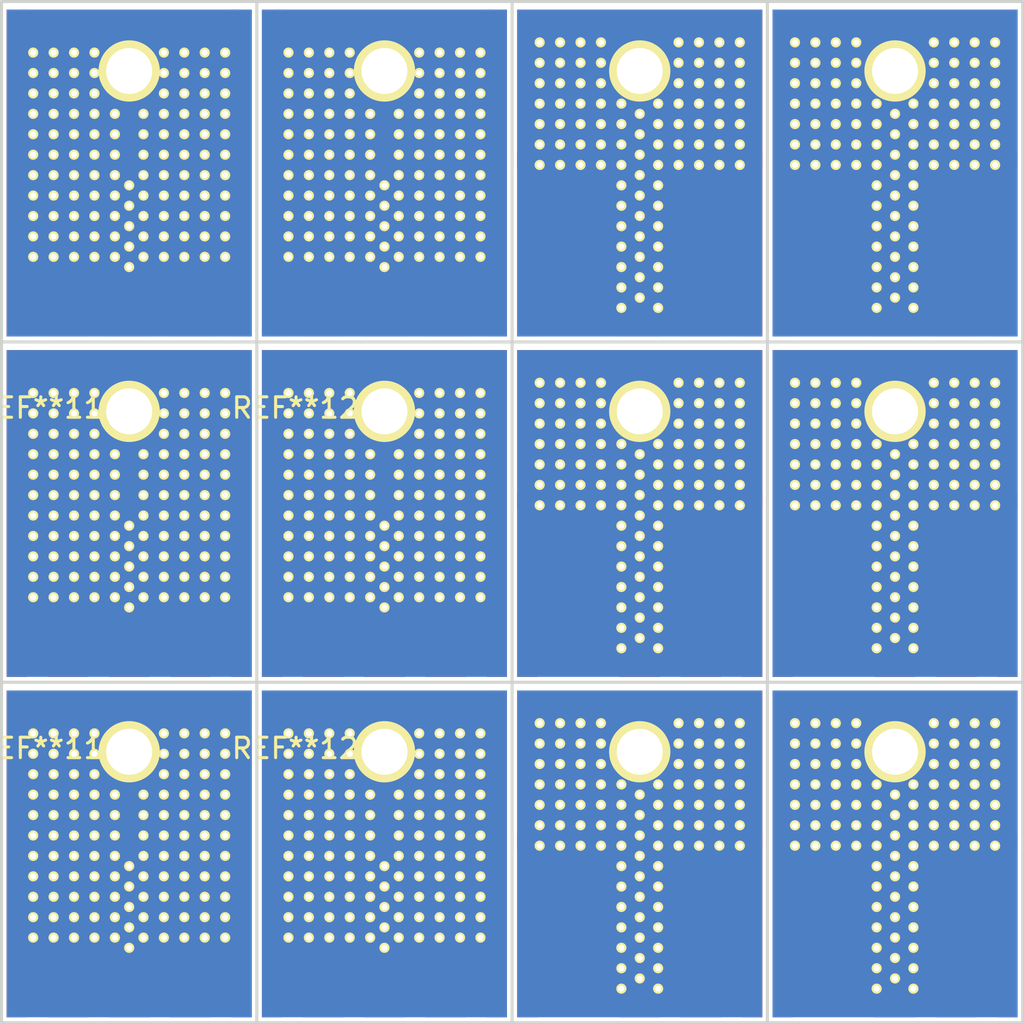
<source format=kicad_pcb>
(kicad_pcb (version 4) (host pcbnew 4.0.1-stable)

  (general
    (links 0)
    (no_connects 0)
    (area 98.503571 74.924999 150.075001 129.209)
    (thickness 1.6)
    (drawings 9)
    (tracks 0)
    (zones 0)
    (modules 12)
    (nets 1)
  )

  (page USLetter)
  (title_block
    (title "AirFast Adapter")
    (date 2016-07-23)
    (rev 1.0)
    (company SofterHardware)
    (comment 1 "KF7O Steve Haynal")
  )

  (layers
    (0 F.Cu signal)
    (31 B.Cu signal)
    (32 B.Adhes user)
    (33 F.Adhes user)
    (34 B.Paste user)
    (35 F.Paste user)
    (36 B.SilkS user)
    (37 F.SilkS user)
    (38 B.Mask user)
    (39 F.Mask user)
    (40 Dwgs.User user)
    (41 Cmts.User user)
    (42 Eco1.User user)
    (43 Eco2.User user)
    (44 Edge.Cuts user)
    (45 Margin user)
    (46 B.CrtYd user)
    (47 F.CrtYd user)
    (48 B.Fab user)
    (49 F.Fab user)
  )

  (setup
    (last_trace_width 0.25)
    (trace_clearance 0.2)
    (zone_clearance 0.508)
    (zone_45_only no)
    (trace_min 0.2)
    (segment_width 0.2)
    (edge_width 0.15)
    (via_size 0.6)
    (via_drill 0.4)
    (via_min_size 0.4)
    (via_min_drill 0.3)
    (uvia_size 0.3)
    (uvia_drill 0.1)
    (uvias_allowed no)
    (uvia_min_size 0.2)
    (uvia_min_drill 0.1)
    (pcb_text_width 0.3)
    (pcb_text_size 1.5 1.5)
    (mod_edge_width 0.15)
    (mod_text_size 1 1)
    (mod_text_width 0.15)
    (pad_size 1.524 1.524)
    (pad_drill 0.762)
    (pad_to_mask_clearance 0.2)
    (aux_axis_origin 100 75)
    (grid_origin 100 75)
    (visible_elements 7FFCFA5F)
    (pcbplotparams
      (layerselection 0x010f0_80000001)
      (usegerberextensions false)
      (excludeedgelayer true)
      (linewidth 0.100000)
      (plotframeref false)
      (viasonmask true)
      (mode 1)
      (useauxorigin true)
      (hpglpennumber 1)
      (hpglpenspeed 20)
      (hpglpendiameter 15)
      (hpglpenoverlay 2)
      (psnegative false)
      (psa4output false)
      (plotreference false)
      (plotvalue false)
      (plotinvisibletext false)
      (padsonsilk false)
      (subtractmaskfromsilk false)
      (outputformat 1)
      (mirror false)
      (drillshape 0)
      (scaleselection 1)
      (outputdirectory C:/cygwin64/home/shaynal/Hermes-Lite.v2/hardware/testpa/adapter/))
  )

  (net 0 "")

  (net_class Default "This is the default net class."
    (clearance 0.2)
    (trace_width 0.25)
    (via_dia 0.6)
    (via_drill 0.4)
    (uvia_dia 0.3)
    (uvia_drill 0.1)
  )

  (module HERMESLITE:PLD1p5W (layer F.Cu) (tedit 5793F110) (tstamp 57940C53)
    (at 143.75 124.734)
    (fp_text reference REF**23 (at -3.1 -3.45) (layer F.SilkS) hide
      (effects (font (size 1 1) (thickness 0.15)))
    )
    (fp_text value LDMOS (at 2.1 -2.2) (layer F.Fab) hide
      (effects (font (size 1 1) (thickness 0.15)))
    )
    (pad 2 thru_hole circle (at 4.9 -14.4) (size 0.5 0.5) (drill 0.3) (layers *.Cu *.Mask F.SilkS))
    (pad 2 thru_hole circle (at 3.9 -14.4) (size 0.5 0.5) (drill 0.3) (layers *.Cu *.Mask F.SilkS))
    (pad 2 thru_hole circle (at 2.9 -14.4) (size 0.5 0.5) (drill 0.3) (layers *.Cu *.Mask F.SilkS))
    (pad 2 thru_hole circle (at 1.9 -14.4) (size 0.5 0.5) (drill 0.3) (layers *.Cu *.Mask F.SilkS))
    (pad 2 thru_hole circle (at 1.9 -13.4) (size 0.5 0.5) (drill 0.3) (layers *.Cu *.Mask F.SilkS))
    (pad 2 thru_hole circle (at 2.9 -13.4) (size 0.5 0.5) (drill 0.3) (layers *.Cu *.Mask F.SilkS))
    (pad 2 thru_hole circle (at 3.9 -13.4) (size 0.5 0.5) (drill 0.3) (layers *.Cu *.Mask F.SilkS))
    (pad 2 thru_hole circle (at 4.9 -13.4) (size 0.5 0.5) (drill 0.3) (layers *.Cu *.Mask F.SilkS))
    (pad 2 thru_hole circle (at 4.9 -12.4) (size 0.5 0.5) (drill 0.3) (layers *.Cu *.Mask F.SilkS))
    (pad 2 thru_hole circle (at 3.9 -12.4) (size 0.5 0.5) (drill 0.3) (layers *.Cu *.Mask F.SilkS))
    (pad 2 thru_hole circle (at 2.9 -12.4) (size 0.5 0.5) (drill 0.3) (layers *.Cu *.Mask F.SilkS))
    (pad 2 thru_hole circle (at 1.9 -12.4) (size 0.5 0.5) (drill 0.3) (layers *.Cu *.Mask F.SilkS))
    (pad 2 thru_hole circle (at -4.9 -12.4) (size 0.5 0.5) (drill 0.3) (layers *.Cu *.Mask F.SilkS))
    (pad 2 thru_hole circle (at -3.9 -12.4) (size 0.5 0.5) (drill 0.3) (layers *.Cu *.Mask F.SilkS))
    (pad 2 thru_hole circle (at -2.9 -12.4) (size 0.5 0.5) (drill 0.3) (layers *.Cu *.Mask F.SilkS))
    (pad 2 thru_hole circle (at -1.9 -12.4) (size 0.5 0.5) (drill 0.3) (layers *.Cu *.Mask F.SilkS))
    (pad 2 thru_hole circle (at -1.9 -13.4) (size 0.5 0.5) (drill 0.3) (layers *.Cu *.Mask F.SilkS))
    (pad 2 thru_hole circle (at -2.9 -13.4) (size 0.5 0.5) (drill 0.3) (layers *.Cu *.Mask F.SilkS))
    (pad 2 thru_hole circle (at -3.9 -13.4) (size 0.5 0.5) (drill 0.3) (layers *.Cu *.Mask F.SilkS))
    (pad 2 thru_hole circle (at -4.9 -13.4) (size 0.5 0.5) (drill 0.3) (layers *.Cu *.Mask F.SilkS))
    (pad 2 thru_hole circle (at -4.9 -14.4) (size 0.5 0.5) (drill 0.3) (layers *.Cu *.Mask F.SilkS))
    (pad 2 thru_hole circle (at -3.9 -14.4) (size 0.5 0.5) (drill 0.3) (layers *.Cu *.Mask F.SilkS))
    (pad 2 thru_hole circle (at -2.9 -14.4) (size 0.5 0.5) (drill 0.3) (layers *.Cu *.Mask F.SilkS))
    (pad 2 thru_hole circle (at -1.9 -14.4) (size 0.5 0.5) (drill 0.3) (layers *.Cu *.Mask F.SilkS))
    (pad 2 thru_hole circle (at 4.9 -8.4) (size 0.5 0.5) (drill 0.3) (layers *.Cu *.Mask F.SilkS))
    (pad 2 thru_hole circle (at 3.9 -8.4) (size 0.5 0.5) (drill 0.3) (layers *.Cu *.Mask F.SilkS))
    (pad 2 thru_hole circle (at 2.9 -8.4) (size 0.5 0.5) (drill 0.3) (layers *.Cu *.Mask F.SilkS))
    (pad 2 thru_hole circle (at 1.9 -8.4) (size 0.5 0.5) (drill 0.3) (layers *.Cu *.Mask F.SilkS))
    (pad 2 thru_hole circle (at 0.9 -9.4) (size 0.5 0.5) (drill 0.3) (layers *.Cu *.Mask F.SilkS))
    (pad 2 thru_hole circle (at 1.9 -9.4) (size 0.5 0.5) (drill 0.3) (layers *.Cu *.Mask F.SilkS))
    (pad 2 thru_hole circle (at 2.9 -9.4) (size 0.5 0.5) (drill 0.3) (layers *.Cu *.Mask F.SilkS))
    (pad 2 thru_hole circle (at 3.9 -9.4) (size 0.5 0.5) (drill 0.3) (layers *.Cu *.Mask F.SilkS))
    (pad 2 thru_hole circle (at 4.9 -9.4) (size 0.5 0.5) (drill 0.3) (layers *.Cu *.Mask F.SilkS))
    (pad 2 thru_hole circle (at 4.9 -10.4) (size 0.5 0.5) (drill 0.3) (layers *.Cu *.Mask F.SilkS))
    (pad 2 thru_hole circle (at 3.9 -10.4) (size 0.5 0.5) (drill 0.3) (layers *.Cu *.Mask F.SilkS))
    (pad 2 thru_hole circle (at 2.9 -10.4) (size 0.5 0.5) (drill 0.3) (layers *.Cu *.Mask F.SilkS))
    (pad 2 thru_hole circle (at 1.9 -10.4) (size 0.5 0.5) (drill 0.3) (layers *.Cu *.Mask F.SilkS))
    (pad 2 thru_hole circle (at 0.9 -10.4) (size 0.5 0.5) (drill 0.3) (layers *.Cu *.Mask F.SilkS))
    (pad 2 thru_hole circle (at 0.9 -11.4) (size 0.5 0.5) (drill 0.3) (layers *.Cu *.Mask F.SilkS))
    (pad 2 thru_hole circle (at 1.9 -11.4) (size 0.5 0.5) (drill 0.3) (layers *.Cu *.Mask F.SilkS))
    (pad 2 thru_hole circle (at 2.9 -11.4) (size 0.5 0.5) (drill 0.3) (layers *.Cu *.Mask F.SilkS))
    (pad 2 thru_hole circle (at 3.9 -11.4) (size 0.5 0.5) (drill 0.3) (layers *.Cu *.Mask F.SilkS))
    (pad 2 thru_hole circle (at 4.9 -11.4) (size 0.5 0.5) (drill 0.3) (layers *.Cu *.Mask F.SilkS))
    (pad 2 thru_hole circle (at 0 -10.9) (size 0.5 0.5) (drill 0.3) (layers *.Cu *.Mask F.SilkS))
    (pad 2 thru_hole circle (at 0 -9.9) (size 0.5 0.5) (drill 0.3) (layers *.Cu *.Mask F.SilkS))
    (pad 2 thru_hole circle (at -0.9 -11.4) (size 0.5 0.5) (drill 0.3) (layers *.Cu *.Mask F.SilkS))
    (pad 2 thru_hole circle (at -1.9 -11.4) (size 0.5 0.5) (drill 0.3) (layers *.Cu *.Mask F.SilkS))
    (pad 2 thru_hole circle (at -2.9 -11.4) (size 0.5 0.5) (drill 0.3) (layers *.Cu *.Mask F.SilkS))
    (pad 2 thru_hole circle (at -3.9 -11.4) (size 0.5 0.5) (drill 0.3) (layers *.Cu *.Mask F.SilkS))
    (pad 2 thru_hole circle (at -4.9 -11.4) (size 0.5 0.5) (drill 0.3) (layers *.Cu *.Mask F.SilkS))
    (pad 2 thru_hole circle (at -4.9 -10.4) (size 0.5 0.5) (drill 0.3) (layers *.Cu *.Mask F.SilkS))
    (pad 2 thru_hole circle (at -3.9 -10.4) (size 0.5 0.5) (drill 0.3) (layers *.Cu *.Mask F.SilkS))
    (pad 2 thru_hole circle (at -2.9 -10.4) (size 0.5 0.5) (drill 0.3) (layers *.Cu *.Mask F.SilkS))
    (pad 2 thru_hole circle (at -1.9 -10.4) (size 0.5 0.5) (drill 0.3) (layers *.Cu *.Mask F.SilkS))
    (pad 2 thru_hole circle (at -0.9 -10.4) (size 0.5 0.5) (drill 0.3) (layers *.Cu *.Mask F.SilkS))
    (pad 2 thru_hole circle (at -0.9 -9.4) (size 0.5 0.5) (drill 0.3) (layers *.Cu *.Mask F.SilkS))
    (pad 2 thru_hole circle (at -1.9 -9.4) (size 0.5 0.5) (drill 0.3) (layers *.Cu *.Mask F.SilkS))
    (pad 2 thru_hole circle (at -2.9 -9.4) (size 0.5 0.5) (drill 0.3) (layers *.Cu *.Mask F.SilkS))
    (pad 2 thru_hole circle (at -3.9 -9.4) (size 0.5 0.5) (drill 0.3) (layers *.Cu *.Mask F.SilkS))
    (pad 2 thru_hole circle (at -4.9 -9.4) (size 0.5 0.5) (drill 0.3) (layers *.Cu *.Mask F.SilkS))
    (pad 2 thru_hole circle (at -1.9 -8.4) (size 0.5 0.5) (drill 0.3) (layers *.Cu *.Mask F.SilkS))
    (pad 2 thru_hole circle (at -2.9 -8.4) (size 0.5 0.5) (drill 0.3) (layers *.Cu *.Mask F.SilkS))
    (pad 2 thru_hole circle (at -3.9 -8.4) (size 0.5 0.5) (drill 0.3) (layers *.Cu *.Mask F.SilkS))
    (pad 2 thru_hole circle (at -4.9 -8.4) (size 0.5 0.5) (drill 0.3) (layers *.Cu *.Mask F.SilkS))
    (pad 2 thru_hole circle (at 0 -8.9) (size 0.5 0.5) (drill 0.3) (layers *.Cu *.Mask F.SilkS))
    (pad 2 thru_hole circle (at 0 -2.9) (size 0.5 0.5) (drill 0.3) (layers *.Cu *.Mask F.SilkS))
    (pad 2 thru_hole circle (at 0 -1.9) (size 0.5 0.5) (drill 0.3) (layers *.Cu *.Mask F.SilkS))
    (pad 2 thru_hole circle (at 0 -7.9) (size 0.5 0.5) (drill 0.3) (layers *.Cu *.Mask F.SilkS))
    (pad 2 thru_hole circle (at 0 -6.9) (size 0.5 0.5) (drill 0.3) (layers *.Cu *.Mask F.SilkS))
    (pad 2 thru_hole circle (at 0 -5.9) (size 0.5 0.5) (drill 0.3) (layers *.Cu *.Mask F.SilkS))
    (pad 2 thru_hole circle (at 0 -4.9) (size 0.5 0.5) (drill 0.3) (layers *.Cu *.Mask F.SilkS))
    (pad 2 thru_hole circle (at 0 -3.9) (size 0.5 0.5) (drill 0.3) (layers *.Cu *.Mask F.SilkS))
    (pad 2 thru_hole circle (at 0.9 -3.4) (size 0.5 0.5) (drill 0.3) (layers *.Cu *.Mask F.SilkS))
    (pad 2 thru_hole circle (at 0.9 -2.4) (size 0.5 0.5) (drill 0.3) (layers *.Cu *.Mask F.SilkS))
    (pad 2 thru_hole circle (at 0.9 -1.4) (size 0.5 0.5) (drill 0.3) (layers *.Cu *.Mask F.SilkS))
    (pad 2 thru_hole circle (at -0.9 -3.4) (size 0.5 0.5) (drill 0.3) (layers *.Cu *.Mask F.SilkS))
    (pad 2 thru_hole circle (at -0.9 -2.4) (size 0.5 0.5) (drill 0.3) (layers *.Cu *.Mask F.SilkS))
    (pad 2 thru_hole circle (at -0.9 -1.4) (size 0.5 0.5) (drill 0.3) (layers *.Cu *.Mask F.SilkS))
    (pad 2 thru_hole circle (at 0.9 -8.4) (size 0.5 0.5) (drill 0.3) (layers *.Cu *.Mask F.SilkS))
    (pad 2 thru_hole circle (at 0.9 -7.4) (size 0.5 0.5) (drill 0.3) (layers *.Cu *.Mask F.SilkS))
    (pad 2 thru_hole circle (at 0.9 -6.4) (size 0.5 0.5) (drill 0.3) (layers *.Cu *.Mask F.SilkS))
    (pad 2 thru_hole circle (at 0.9 -5.4) (size 0.5 0.5) (drill 0.3) (layers *.Cu *.Mask F.SilkS))
    (pad 2 thru_hole circle (at 0.9 -4.4) (size 0.5 0.5) (drill 0.3) (layers *.Cu *.Mask F.SilkS))
    (pad 2 thru_hole circle (at -0.9 -8.4) (size 0.5 0.5) (drill 0.3) (layers *.Cu *.Mask F.SilkS))
    (pad 2 thru_hole circle (at -0.9 -7.4) (size 0.5 0.5) (drill 0.3) (layers *.Cu *.Mask F.SilkS))
    (pad 2 thru_hole circle (at -0.9 -6.4) (size 0.5 0.5) (drill 0.3) (layers *.Cu *.Mask F.SilkS))
    (pad 2 thru_hole circle (at -0.9 -5.4) (size 0.5 0.5) (drill 0.3) (layers *.Cu *.Mask F.SilkS))
    (pad 2 thru_hole circle (at -0.9 -4.4) (size 0.5 0.5) (drill 0.3) (layers *.Cu *.Mask F.SilkS))
    (pad 2 smd rect (at 5.5 -4.5) (size 1 9) (layers F.Cu F.Paste F.Mask))
    (pad 2 smd rect (at -5.5 -4.5) (size 1 9) (layers F.Cu F.Paste F.Mask))
    (pad 3 smd rect (at 3 -1.4) (size 2 2.8) (layers F.Cu F.Paste F.Mask))
    (pad 3 smd rect (at 3.05 -5.1) (size 2.16 4.9) (layers F.Cu F.Paste F.Mask))
    (pad 2 thru_hole circle (at 0 -13 45) (size 3 3) (drill 2.25) (layers *.Cu *.Mask F.SilkS))
    (pad 2 smd rect (at 0 -12.1) (size 12 7.8) (layers F.Cu F.Paste F.Mask))
    (pad 1 smd rect (at -3.05 -5.1) (size 2.16 4.9) (layers F.Cu F.Paste F.Mask))
    (pad 2 smd rect (at 0 -5.1) (size 2.26 7.2) (layers F.Cu F.Paste F.Mask))
    (pad 1 smd rect (at -3 -1.5) (size 2 2.8) (layers F.Cu F.Paste F.Mask))
    (pad 2 smd rect (at 0 -0.8) (size 2 1.6) (layers F.Cu F.Paste F.Mask))
    (pad 2 smd rect (at 0 -8) (size 12 16) (layers B.Cu B.Paste B.Mask))
  )

  (module HERMESLITE:PLD1p5W (layer F.Cu) (tedit 5793F110) (tstamp 57940BED)
    (at 131.25 124.734)
    (fp_text reference REF**13 (at -3.1 -3.45) (layer F.SilkS) hide
      (effects (font (size 1 1) (thickness 0.15)))
    )
    (fp_text value LDMOS (at 2.1 -2.2) (layer F.Fab) hide
      (effects (font (size 1 1) (thickness 0.15)))
    )
    (pad 2 thru_hole circle (at 4.9 -14.4) (size 0.5 0.5) (drill 0.3) (layers *.Cu *.Mask F.SilkS))
    (pad 2 thru_hole circle (at 3.9 -14.4) (size 0.5 0.5) (drill 0.3) (layers *.Cu *.Mask F.SilkS))
    (pad 2 thru_hole circle (at 2.9 -14.4) (size 0.5 0.5) (drill 0.3) (layers *.Cu *.Mask F.SilkS))
    (pad 2 thru_hole circle (at 1.9 -14.4) (size 0.5 0.5) (drill 0.3) (layers *.Cu *.Mask F.SilkS))
    (pad 2 thru_hole circle (at 1.9 -13.4) (size 0.5 0.5) (drill 0.3) (layers *.Cu *.Mask F.SilkS))
    (pad 2 thru_hole circle (at 2.9 -13.4) (size 0.5 0.5) (drill 0.3) (layers *.Cu *.Mask F.SilkS))
    (pad 2 thru_hole circle (at 3.9 -13.4) (size 0.5 0.5) (drill 0.3) (layers *.Cu *.Mask F.SilkS))
    (pad 2 thru_hole circle (at 4.9 -13.4) (size 0.5 0.5) (drill 0.3) (layers *.Cu *.Mask F.SilkS))
    (pad 2 thru_hole circle (at 4.9 -12.4) (size 0.5 0.5) (drill 0.3) (layers *.Cu *.Mask F.SilkS))
    (pad 2 thru_hole circle (at 3.9 -12.4) (size 0.5 0.5) (drill 0.3) (layers *.Cu *.Mask F.SilkS))
    (pad 2 thru_hole circle (at 2.9 -12.4) (size 0.5 0.5) (drill 0.3) (layers *.Cu *.Mask F.SilkS))
    (pad 2 thru_hole circle (at 1.9 -12.4) (size 0.5 0.5) (drill 0.3) (layers *.Cu *.Mask F.SilkS))
    (pad 2 thru_hole circle (at -4.9 -12.4) (size 0.5 0.5) (drill 0.3) (layers *.Cu *.Mask F.SilkS))
    (pad 2 thru_hole circle (at -3.9 -12.4) (size 0.5 0.5) (drill 0.3) (layers *.Cu *.Mask F.SilkS))
    (pad 2 thru_hole circle (at -2.9 -12.4) (size 0.5 0.5) (drill 0.3) (layers *.Cu *.Mask F.SilkS))
    (pad 2 thru_hole circle (at -1.9 -12.4) (size 0.5 0.5) (drill 0.3) (layers *.Cu *.Mask F.SilkS))
    (pad 2 thru_hole circle (at -1.9 -13.4) (size 0.5 0.5) (drill 0.3) (layers *.Cu *.Mask F.SilkS))
    (pad 2 thru_hole circle (at -2.9 -13.4) (size 0.5 0.5) (drill 0.3) (layers *.Cu *.Mask F.SilkS))
    (pad 2 thru_hole circle (at -3.9 -13.4) (size 0.5 0.5) (drill 0.3) (layers *.Cu *.Mask F.SilkS))
    (pad 2 thru_hole circle (at -4.9 -13.4) (size 0.5 0.5) (drill 0.3) (layers *.Cu *.Mask F.SilkS))
    (pad 2 thru_hole circle (at -4.9 -14.4) (size 0.5 0.5) (drill 0.3) (layers *.Cu *.Mask F.SilkS))
    (pad 2 thru_hole circle (at -3.9 -14.4) (size 0.5 0.5) (drill 0.3) (layers *.Cu *.Mask F.SilkS))
    (pad 2 thru_hole circle (at -2.9 -14.4) (size 0.5 0.5) (drill 0.3) (layers *.Cu *.Mask F.SilkS))
    (pad 2 thru_hole circle (at -1.9 -14.4) (size 0.5 0.5) (drill 0.3) (layers *.Cu *.Mask F.SilkS))
    (pad 2 thru_hole circle (at 4.9 -8.4) (size 0.5 0.5) (drill 0.3) (layers *.Cu *.Mask F.SilkS))
    (pad 2 thru_hole circle (at 3.9 -8.4) (size 0.5 0.5) (drill 0.3) (layers *.Cu *.Mask F.SilkS))
    (pad 2 thru_hole circle (at 2.9 -8.4) (size 0.5 0.5) (drill 0.3) (layers *.Cu *.Mask F.SilkS))
    (pad 2 thru_hole circle (at 1.9 -8.4) (size 0.5 0.5) (drill 0.3) (layers *.Cu *.Mask F.SilkS))
    (pad 2 thru_hole circle (at 0.9 -9.4) (size 0.5 0.5) (drill 0.3) (layers *.Cu *.Mask F.SilkS))
    (pad 2 thru_hole circle (at 1.9 -9.4) (size 0.5 0.5) (drill 0.3) (layers *.Cu *.Mask F.SilkS))
    (pad 2 thru_hole circle (at 2.9 -9.4) (size 0.5 0.5) (drill 0.3) (layers *.Cu *.Mask F.SilkS))
    (pad 2 thru_hole circle (at 3.9 -9.4) (size 0.5 0.5) (drill 0.3) (layers *.Cu *.Mask F.SilkS))
    (pad 2 thru_hole circle (at 4.9 -9.4) (size 0.5 0.5) (drill 0.3) (layers *.Cu *.Mask F.SilkS))
    (pad 2 thru_hole circle (at 4.9 -10.4) (size 0.5 0.5) (drill 0.3) (layers *.Cu *.Mask F.SilkS))
    (pad 2 thru_hole circle (at 3.9 -10.4) (size 0.5 0.5) (drill 0.3) (layers *.Cu *.Mask F.SilkS))
    (pad 2 thru_hole circle (at 2.9 -10.4) (size 0.5 0.5) (drill 0.3) (layers *.Cu *.Mask F.SilkS))
    (pad 2 thru_hole circle (at 1.9 -10.4) (size 0.5 0.5) (drill 0.3) (layers *.Cu *.Mask F.SilkS))
    (pad 2 thru_hole circle (at 0.9 -10.4) (size 0.5 0.5) (drill 0.3) (layers *.Cu *.Mask F.SilkS))
    (pad 2 thru_hole circle (at 0.9 -11.4) (size 0.5 0.5) (drill 0.3) (layers *.Cu *.Mask F.SilkS))
    (pad 2 thru_hole circle (at 1.9 -11.4) (size 0.5 0.5) (drill 0.3) (layers *.Cu *.Mask F.SilkS))
    (pad 2 thru_hole circle (at 2.9 -11.4) (size 0.5 0.5) (drill 0.3) (layers *.Cu *.Mask F.SilkS))
    (pad 2 thru_hole circle (at 3.9 -11.4) (size 0.5 0.5) (drill 0.3) (layers *.Cu *.Mask F.SilkS))
    (pad 2 thru_hole circle (at 4.9 -11.4) (size 0.5 0.5) (drill 0.3) (layers *.Cu *.Mask F.SilkS))
    (pad 2 thru_hole circle (at 0 -10.9) (size 0.5 0.5) (drill 0.3) (layers *.Cu *.Mask F.SilkS))
    (pad 2 thru_hole circle (at 0 -9.9) (size 0.5 0.5) (drill 0.3) (layers *.Cu *.Mask F.SilkS))
    (pad 2 thru_hole circle (at -0.9 -11.4) (size 0.5 0.5) (drill 0.3) (layers *.Cu *.Mask F.SilkS))
    (pad 2 thru_hole circle (at -1.9 -11.4) (size 0.5 0.5) (drill 0.3) (layers *.Cu *.Mask F.SilkS))
    (pad 2 thru_hole circle (at -2.9 -11.4) (size 0.5 0.5) (drill 0.3) (layers *.Cu *.Mask F.SilkS))
    (pad 2 thru_hole circle (at -3.9 -11.4) (size 0.5 0.5) (drill 0.3) (layers *.Cu *.Mask F.SilkS))
    (pad 2 thru_hole circle (at -4.9 -11.4) (size 0.5 0.5) (drill 0.3) (layers *.Cu *.Mask F.SilkS))
    (pad 2 thru_hole circle (at -4.9 -10.4) (size 0.5 0.5) (drill 0.3) (layers *.Cu *.Mask F.SilkS))
    (pad 2 thru_hole circle (at -3.9 -10.4) (size 0.5 0.5) (drill 0.3) (layers *.Cu *.Mask F.SilkS))
    (pad 2 thru_hole circle (at -2.9 -10.4) (size 0.5 0.5) (drill 0.3) (layers *.Cu *.Mask F.SilkS))
    (pad 2 thru_hole circle (at -1.9 -10.4) (size 0.5 0.5) (drill 0.3) (layers *.Cu *.Mask F.SilkS))
    (pad 2 thru_hole circle (at -0.9 -10.4) (size 0.5 0.5) (drill 0.3) (layers *.Cu *.Mask F.SilkS))
    (pad 2 thru_hole circle (at -0.9 -9.4) (size 0.5 0.5) (drill 0.3) (layers *.Cu *.Mask F.SilkS))
    (pad 2 thru_hole circle (at -1.9 -9.4) (size 0.5 0.5) (drill 0.3) (layers *.Cu *.Mask F.SilkS))
    (pad 2 thru_hole circle (at -2.9 -9.4) (size 0.5 0.5) (drill 0.3) (layers *.Cu *.Mask F.SilkS))
    (pad 2 thru_hole circle (at -3.9 -9.4) (size 0.5 0.5) (drill 0.3) (layers *.Cu *.Mask F.SilkS))
    (pad 2 thru_hole circle (at -4.9 -9.4) (size 0.5 0.5) (drill 0.3) (layers *.Cu *.Mask F.SilkS))
    (pad 2 thru_hole circle (at -1.9 -8.4) (size 0.5 0.5) (drill 0.3) (layers *.Cu *.Mask F.SilkS))
    (pad 2 thru_hole circle (at -2.9 -8.4) (size 0.5 0.5) (drill 0.3) (layers *.Cu *.Mask F.SilkS))
    (pad 2 thru_hole circle (at -3.9 -8.4) (size 0.5 0.5) (drill 0.3) (layers *.Cu *.Mask F.SilkS))
    (pad 2 thru_hole circle (at -4.9 -8.4) (size 0.5 0.5) (drill 0.3) (layers *.Cu *.Mask F.SilkS))
    (pad 2 thru_hole circle (at 0 -8.9) (size 0.5 0.5) (drill 0.3) (layers *.Cu *.Mask F.SilkS))
    (pad 2 thru_hole circle (at 0 -2.9) (size 0.5 0.5) (drill 0.3) (layers *.Cu *.Mask F.SilkS))
    (pad 2 thru_hole circle (at 0 -1.9) (size 0.5 0.5) (drill 0.3) (layers *.Cu *.Mask F.SilkS))
    (pad 2 thru_hole circle (at 0 -7.9) (size 0.5 0.5) (drill 0.3) (layers *.Cu *.Mask F.SilkS))
    (pad 2 thru_hole circle (at 0 -6.9) (size 0.5 0.5) (drill 0.3) (layers *.Cu *.Mask F.SilkS))
    (pad 2 thru_hole circle (at 0 -5.9) (size 0.5 0.5) (drill 0.3) (layers *.Cu *.Mask F.SilkS))
    (pad 2 thru_hole circle (at 0 -4.9) (size 0.5 0.5) (drill 0.3) (layers *.Cu *.Mask F.SilkS))
    (pad 2 thru_hole circle (at 0 -3.9) (size 0.5 0.5) (drill 0.3) (layers *.Cu *.Mask F.SilkS))
    (pad 2 thru_hole circle (at 0.9 -3.4) (size 0.5 0.5) (drill 0.3) (layers *.Cu *.Mask F.SilkS))
    (pad 2 thru_hole circle (at 0.9 -2.4) (size 0.5 0.5) (drill 0.3) (layers *.Cu *.Mask F.SilkS))
    (pad 2 thru_hole circle (at 0.9 -1.4) (size 0.5 0.5) (drill 0.3) (layers *.Cu *.Mask F.SilkS))
    (pad 2 thru_hole circle (at -0.9 -3.4) (size 0.5 0.5) (drill 0.3) (layers *.Cu *.Mask F.SilkS))
    (pad 2 thru_hole circle (at -0.9 -2.4) (size 0.5 0.5) (drill 0.3) (layers *.Cu *.Mask F.SilkS))
    (pad 2 thru_hole circle (at -0.9 -1.4) (size 0.5 0.5) (drill 0.3) (layers *.Cu *.Mask F.SilkS))
    (pad 2 thru_hole circle (at 0.9 -8.4) (size 0.5 0.5) (drill 0.3) (layers *.Cu *.Mask F.SilkS))
    (pad 2 thru_hole circle (at 0.9 -7.4) (size 0.5 0.5) (drill 0.3) (layers *.Cu *.Mask F.SilkS))
    (pad 2 thru_hole circle (at 0.9 -6.4) (size 0.5 0.5) (drill 0.3) (layers *.Cu *.Mask F.SilkS))
    (pad 2 thru_hole circle (at 0.9 -5.4) (size 0.5 0.5) (drill 0.3) (layers *.Cu *.Mask F.SilkS))
    (pad 2 thru_hole circle (at 0.9 -4.4) (size 0.5 0.5) (drill 0.3) (layers *.Cu *.Mask F.SilkS))
    (pad 2 thru_hole circle (at -0.9 -8.4) (size 0.5 0.5) (drill 0.3) (layers *.Cu *.Mask F.SilkS))
    (pad 2 thru_hole circle (at -0.9 -7.4) (size 0.5 0.5) (drill 0.3) (layers *.Cu *.Mask F.SilkS))
    (pad 2 thru_hole circle (at -0.9 -6.4) (size 0.5 0.5) (drill 0.3) (layers *.Cu *.Mask F.SilkS))
    (pad 2 thru_hole circle (at -0.9 -5.4) (size 0.5 0.5) (drill 0.3) (layers *.Cu *.Mask F.SilkS))
    (pad 2 thru_hole circle (at -0.9 -4.4) (size 0.5 0.5) (drill 0.3) (layers *.Cu *.Mask F.SilkS))
    (pad 2 smd rect (at 5.5 -4.5) (size 1 9) (layers F.Cu F.Paste F.Mask))
    (pad 2 smd rect (at -5.5 -4.5) (size 1 9) (layers F.Cu F.Paste F.Mask))
    (pad 3 smd rect (at 3 -1.4) (size 2 2.8) (layers F.Cu F.Paste F.Mask))
    (pad 3 smd rect (at 3.05 -5.1) (size 2.16 4.9) (layers F.Cu F.Paste F.Mask))
    (pad 2 thru_hole circle (at 0 -13 45) (size 3 3) (drill 2.25) (layers *.Cu *.Mask F.SilkS))
    (pad 2 smd rect (at 0 -12.1) (size 12 7.8) (layers F.Cu F.Paste F.Mask))
    (pad 1 smd rect (at -3.05 -5.1) (size 2.16 4.9) (layers F.Cu F.Paste F.Mask))
    (pad 2 smd rect (at 0 -5.1) (size 2.26 7.2) (layers F.Cu F.Paste F.Mask))
    (pad 1 smd rect (at -3 -1.5) (size 2 2.8) (layers F.Cu F.Paste F.Mask))
    (pad 2 smd rect (at 0 -0.8) (size 2 1.6) (layers F.Cu F.Paste F.Mask))
    (pad 2 smd rect (at 0 -8) (size 12 16) (layers B.Cu B.Paste B.Mask))
  )

  (module HERMESLITE:PLD1p5W (layer F.Cu) (tedit 5793F110) (tstamp 57940B87)
    (at 143.75 108.067)
    (fp_text reference REF**22 (at -3.1 -3.45) (layer F.SilkS) hide
      (effects (font (size 1 1) (thickness 0.15)))
    )
    (fp_text value LDMOS (at 2.1 -2.2) (layer F.Fab) hide
      (effects (font (size 1 1) (thickness 0.15)))
    )
    (pad 2 thru_hole circle (at 4.9 -14.4) (size 0.5 0.5) (drill 0.3) (layers *.Cu *.Mask F.SilkS))
    (pad 2 thru_hole circle (at 3.9 -14.4) (size 0.5 0.5) (drill 0.3) (layers *.Cu *.Mask F.SilkS))
    (pad 2 thru_hole circle (at 2.9 -14.4) (size 0.5 0.5) (drill 0.3) (layers *.Cu *.Mask F.SilkS))
    (pad 2 thru_hole circle (at 1.9 -14.4) (size 0.5 0.5) (drill 0.3) (layers *.Cu *.Mask F.SilkS))
    (pad 2 thru_hole circle (at 1.9 -13.4) (size 0.5 0.5) (drill 0.3) (layers *.Cu *.Mask F.SilkS))
    (pad 2 thru_hole circle (at 2.9 -13.4) (size 0.5 0.5) (drill 0.3) (layers *.Cu *.Mask F.SilkS))
    (pad 2 thru_hole circle (at 3.9 -13.4) (size 0.5 0.5) (drill 0.3) (layers *.Cu *.Mask F.SilkS))
    (pad 2 thru_hole circle (at 4.9 -13.4) (size 0.5 0.5) (drill 0.3) (layers *.Cu *.Mask F.SilkS))
    (pad 2 thru_hole circle (at 4.9 -12.4) (size 0.5 0.5) (drill 0.3) (layers *.Cu *.Mask F.SilkS))
    (pad 2 thru_hole circle (at 3.9 -12.4) (size 0.5 0.5) (drill 0.3) (layers *.Cu *.Mask F.SilkS))
    (pad 2 thru_hole circle (at 2.9 -12.4) (size 0.5 0.5) (drill 0.3) (layers *.Cu *.Mask F.SilkS))
    (pad 2 thru_hole circle (at 1.9 -12.4) (size 0.5 0.5) (drill 0.3) (layers *.Cu *.Mask F.SilkS))
    (pad 2 thru_hole circle (at -4.9 -12.4) (size 0.5 0.5) (drill 0.3) (layers *.Cu *.Mask F.SilkS))
    (pad 2 thru_hole circle (at -3.9 -12.4) (size 0.5 0.5) (drill 0.3) (layers *.Cu *.Mask F.SilkS))
    (pad 2 thru_hole circle (at -2.9 -12.4) (size 0.5 0.5) (drill 0.3) (layers *.Cu *.Mask F.SilkS))
    (pad 2 thru_hole circle (at -1.9 -12.4) (size 0.5 0.5) (drill 0.3) (layers *.Cu *.Mask F.SilkS))
    (pad 2 thru_hole circle (at -1.9 -13.4) (size 0.5 0.5) (drill 0.3) (layers *.Cu *.Mask F.SilkS))
    (pad 2 thru_hole circle (at -2.9 -13.4) (size 0.5 0.5) (drill 0.3) (layers *.Cu *.Mask F.SilkS))
    (pad 2 thru_hole circle (at -3.9 -13.4) (size 0.5 0.5) (drill 0.3) (layers *.Cu *.Mask F.SilkS))
    (pad 2 thru_hole circle (at -4.9 -13.4) (size 0.5 0.5) (drill 0.3) (layers *.Cu *.Mask F.SilkS))
    (pad 2 thru_hole circle (at -4.9 -14.4) (size 0.5 0.5) (drill 0.3) (layers *.Cu *.Mask F.SilkS))
    (pad 2 thru_hole circle (at -3.9 -14.4) (size 0.5 0.5) (drill 0.3) (layers *.Cu *.Mask F.SilkS))
    (pad 2 thru_hole circle (at -2.9 -14.4) (size 0.5 0.5) (drill 0.3) (layers *.Cu *.Mask F.SilkS))
    (pad 2 thru_hole circle (at -1.9 -14.4) (size 0.5 0.5) (drill 0.3) (layers *.Cu *.Mask F.SilkS))
    (pad 2 thru_hole circle (at 4.9 -8.4) (size 0.5 0.5) (drill 0.3) (layers *.Cu *.Mask F.SilkS))
    (pad 2 thru_hole circle (at 3.9 -8.4) (size 0.5 0.5) (drill 0.3) (layers *.Cu *.Mask F.SilkS))
    (pad 2 thru_hole circle (at 2.9 -8.4) (size 0.5 0.5) (drill 0.3) (layers *.Cu *.Mask F.SilkS))
    (pad 2 thru_hole circle (at 1.9 -8.4) (size 0.5 0.5) (drill 0.3) (layers *.Cu *.Mask F.SilkS))
    (pad 2 thru_hole circle (at 0.9 -9.4) (size 0.5 0.5) (drill 0.3) (layers *.Cu *.Mask F.SilkS))
    (pad 2 thru_hole circle (at 1.9 -9.4) (size 0.5 0.5) (drill 0.3) (layers *.Cu *.Mask F.SilkS))
    (pad 2 thru_hole circle (at 2.9 -9.4) (size 0.5 0.5) (drill 0.3) (layers *.Cu *.Mask F.SilkS))
    (pad 2 thru_hole circle (at 3.9 -9.4) (size 0.5 0.5) (drill 0.3) (layers *.Cu *.Mask F.SilkS))
    (pad 2 thru_hole circle (at 4.9 -9.4) (size 0.5 0.5) (drill 0.3) (layers *.Cu *.Mask F.SilkS))
    (pad 2 thru_hole circle (at 4.9 -10.4) (size 0.5 0.5) (drill 0.3) (layers *.Cu *.Mask F.SilkS))
    (pad 2 thru_hole circle (at 3.9 -10.4) (size 0.5 0.5) (drill 0.3) (layers *.Cu *.Mask F.SilkS))
    (pad 2 thru_hole circle (at 2.9 -10.4) (size 0.5 0.5) (drill 0.3) (layers *.Cu *.Mask F.SilkS))
    (pad 2 thru_hole circle (at 1.9 -10.4) (size 0.5 0.5) (drill 0.3) (layers *.Cu *.Mask F.SilkS))
    (pad 2 thru_hole circle (at 0.9 -10.4) (size 0.5 0.5) (drill 0.3) (layers *.Cu *.Mask F.SilkS))
    (pad 2 thru_hole circle (at 0.9 -11.4) (size 0.5 0.5) (drill 0.3) (layers *.Cu *.Mask F.SilkS))
    (pad 2 thru_hole circle (at 1.9 -11.4) (size 0.5 0.5) (drill 0.3) (layers *.Cu *.Mask F.SilkS))
    (pad 2 thru_hole circle (at 2.9 -11.4) (size 0.5 0.5) (drill 0.3) (layers *.Cu *.Mask F.SilkS))
    (pad 2 thru_hole circle (at 3.9 -11.4) (size 0.5 0.5) (drill 0.3) (layers *.Cu *.Mask F.SilkS))
    (pad 2 thru_hole circle (at 4.9 -11.4) (size 0.5 0.5) (drill 0.3) (layers *.Cu *.Mask F.SilkS))
    (pad 2 thru_hole circle (at 0 -10.9) (size 0.5 0.5) (drill 0.3) (layers *.Cu *.Mask F.SilkS))
    (pad 2 thru_hole circle (at 0 -9.9) (size 0.5 0.5) (drill 0.3) (layers *.Cu *.Mask F.SilkS))
    (pad 2 thru_hole circle (at -0.9 -11.4) (size 0.5 0.5) (drill 0.3) (layers *.Cu *.Mask F.SilkS))
    (pad 2 thru_hole circle (at -1.9 -11.4) (size 0.5 0.5) (drill 0.3) (layers *.Cu *.Mask F.SilkS))
    (pad 2 thru_hole circle (at -2.9 -11.4) (size 0.5 0.5) (drill 0.3) (layers *.Cu *.Mask F.SilkS))
    (pad 2 thru_hole circle (at -3.9 -11.4) (size 0.5 0.5) (drill 0.3) (layers *.Cu *.Mask F.SilkS))
    (pad 2 thru_hole circle (at -4.9 -11.4) (size 0.5 0.5) (drill 0.3) (layers *.Cu *.Mask F.SilkS))
    (pad 2 thru_hole circle (at -4.9 -10.4) (size 0.5 0.5) (drill 0.3) (layers *.Cu *.Mask F.SilkS))
    (pad 2 thru_hole circle (at -3.9 -10.4) (size 0.5 0.5) (drill 0.3) (layers *.Cu *.Mask F.SilkS))
    (pad 2 thru_hole circle (at -2.9 -10.4) (size 0.5 0.5) (drill 0.3) (layers *.Cu *.Mask F.SilkS))
    (pad 2 thru_hole circle (at -1.9 -10.4) (size 0.5 0.5) (drill 0.3) (layers *.Cu *.Mask F.SilkS))
    (pad 2 thru_hole circle (at -0.9 -10.4) (size 0.5 0.5) (drill 0.3) (layers *.Cu *.Mask F.SilkS))
    (pad 2 thru_hole circle (at -0.9 -9.4) (size 0.5 0.5) (drill 0.3) (layers *.Cu *.Mask F.SilkS))
    (pad 2 thru_hole circle (at -1.9 -9.4) (size 0.5 0.5) (drill 0.3) (layers *.Cu *.Mask F.SilkS))
    (pad 2 thru_hole circle (at -2.9 -9.4) (size 0.5 0.5) (drill 0.3) (layers *.Cu *.Mask F.SilkS))
    (pad 2 thru_hole circle (at -3.9 -9.4) (size 0.5 0.5) (drill 0.3) (layers *.Cu *.Mask F.SilkS))
    (pad 2 thru_hole circle (at -4.9 -9.4) (size 0.5 0.5) (drill 0.3) (layers *.Cu *.Mask F.SilkS))
    (pad 2 thru_hole circle (at -1.9 -8.4) (size 0.5 0.5) (drill 0.3) (layers *.Cu *.Mask F.SilkS))
    (pad 2 thru_hole circle (at -2.9 -8.4) (size 0.5 0.5) (drill 0.3) (layers *.Cu *.Mask F.SilkS))
    (pad 2 thru_hole circle (at -3.9 -8.4) (size 0.5 0.5) (drill 0.3) (layers *.Cu *.Mask F.SilkS))
    (pad 2 thru_hole circle (at -4.9 -8.4) (size 0.5 0.5) (drill 0.3) (layers *.Cu *.Mask F.SilkS))
    (pad 2 thru_hole circle (at 0 -8.9) (size 0.5 0.5) (drill 0.3) (layers *.Cu *.Mask F.SilkS))
    (pad 2 thru_hole circle (at 0 -2.9) (size 0.5 0.5) (drill 0.3) (layers *.Cu *.Mask F.SilkS))
    (pad 2 thru_hole circle (at 0 -1.9) (size 0.5 0.5) (drill 0.3) (layers *.Cu *.Mask F.SilkS))
    (pad 2 thru_hole circle (at 0 -7.9) (size 0.5 0.5) (drill 0.3) (layers *.Cu *.Mask F.SilkS))
    (pad 2 thru_hole circle (at 0 -6.9) (size 0.5 0.5) (drill 0.3) (layers *.Cu *.Mask F.SilkS))
    (pad 2 thru_hole circle (at 0 -5.9) (size 0.5 0.5) (drill 0.3) (layers *.Cu *.Mask F.SilkS))
    (pad 2 thru_hole circle (at 0 -4.9) (size 0.5 0.5) (drill 0.3) (layers *.Cu *.Mask F.SilkS))
    (pad 2 thru_hole circle (at 0 -3.9) (size 0.5 0.5) (drill 0.3) (layers *.Cu *.Mask F.SilkS))
    (pad 2 thru_hole circle (at 0.9 -3.4) (size 0.5 0.5) (drill 0.3) (layers *.Cu *.Mask F.SilkS))
    (pad 2 thru_hole circle (at 0.9 -2.4) (size 0.5 0.5) (drill 0.3) (layers *.Cu *.Mask F.SilkS))
    (pad 2 thru_hole circle (at 0.9 -1.4) (size 0.5 0.5) (drill 0.3) (layers *.Cu *.Mask F.SilkS))
    (pad 2 thru_hole circle (at -0.9 -3.4) (size 0.5 0.5) (drill 0.3) (layers *.Cu *.Mask F.SilkS))
    (pad 2 thru_hole circle (at -0.9 -2.4) (size 0.5 0.5) (drill 0.3) (layers *.Cu *.Mask F.SilkS))
    (pad 2 thru_hole circle (at -0.9 -1.4) (size 0.5 0.5) (drill 0.3) (layers *.Cu *.Mask F.SilkS))
    (pad 2 thru_hole circle (at 0.9 -8.4) (size 0.5 0.5) (drill 0.3) (layers *.Cu *.Mask F.SilkS))
    (pad 2 thru_hole circle (at 0.9 -7.4) (size 0.5 0.5) (drill 0.3) (layers *.Cu *.Mask F.SilkS))
    (pad 2 thru_hole circle (at 0.9 -6.4) (size 0.5 0.5) (drill 0.3) (layers *.Cu *.Mask F.SilkS))
    (pad 2 thru_hole circle (at 0.9 -5.4) (size 0.5 0.5) (drill 0.3) (layers *.Cu *.Mask F.SilkS))
    (pad 2 thru_hole circle (at 0.9 -4.4) (size 0.5 0.5) (drill 0.3) (layers *.Cu *.Mask F.SilkS))
    (pad 2 thru_hole circle (at -0.9 -8.4) (size 0.5 0.5) (drill 0.3) (layers *.Cu *.Mask F.SilkS))
    (pad 2 thru_hole circle (at -0.9 -7.4) (size 0.5 0.5) (drill 0.3) (layers *.Cu *.Mask F.SilkS))
    (pad 2 thru_hole circle (at -0.9 -6.4) (size 0.5 0.5) (drill 0.3) (layers *.Cu *.Mask F.SilkS))
    (pad 2 thru_hole circle (at -0.9 -5.4) (size 0.5 0.5) (drill 0.3) (layers *.Cu *.Mask F.SilkS))
    (pad 2 thru_hole circle (at -0.9 -4.4) (size 0.5 0.5) (drill 0.3) (layers *.Cu *.Mask F.SilkS))
    (pad 2 smd rect (at 5.5 -4.5) (size 1 9) (layers F.Cu F.Paste F.Mask))
    (pad 2 smd rect (at -5.5 -4.5) (size 1 9) (layers F.Cu F.Paste F.Mask))
    (pad 3 smd rect (at 3 -1.4) (size 2 2.8) (layers F.Cu F.Paste F.Mask))
    (pad 3 smd rect (at 3.05 -5.1) (size 2.16 4.9) (layers F.Cu F.Paste F.Mask))
    (pad 2 thru_hole circle (at 0 -13 45) (size 3 3) (drill 2.25) (layers *.Cu *.Mask F.SilkS))
    (pad 2 smd rect (at 0 -12.1) (size 12 7.8) (layers F.Cu F.Paste F.Mask))
    (pad 1 smd rect (at -3.05 -5.1) (size 2.16 4.9) (layers F.Cu F.Paste F.Mask))
    (pad 2 smd rect (at 0 -5.1) (size 2.26 7.2) (layers F.Cu F.Paste F.Mask))
    (pad 1 smd rect (at -3 -1.5) (size 2 2.8) (layers F.Cu F.Paste F.Mask))
    (pad 2 smd rect (at 0 -0.8) (size 2 1.6) (layers F.Cu F.Paste F.Mask))
    (pad 2 smd rect (at 0 -8) (size 12 16) (layers B.Cu B.Paste B.Mask))
  )

  (module HERMESLITE:PLD1p5W (layer F.Cu) (tedit 5793F110) (tstamp 57940B21)
    (at 131.25 108.067)
    (fp_text reference REF**12 (at -3.1 -3.45) (layer F.SilkS) hide
      (effects (font (size 1 1) (thickness 0.15)))
    )
    (fp_text value LDMOS (at 2.1 -2.2) (layer F.Fab) hide
      (effects (font (size 1 1) (thickness 0.15)))
    )
    (pad 2 thru_hole circle (at 4.9 -14.4) (size 0.5 0.5) (drill 0.3) (layers *.Cu *.Mask F.SilkS))
    (pad 2 thru_hole circle (at 3.9 -14.4) (size 0.5 0.5) (drill 0.3) (layers *.Cu *.Mask F.SilkS))
    (pad 2 thru_hole circle (at 2.9 -14.4) (size 0.5 0.5) (drill 0.3) (layers *.Cu *.Mask F.SilkS))
    (pad 2 thru_hole circle (at 1.9 -14.4) (size 0.5 0.5) (drill 0.3) (layers *.Cu *.Mask F.SilkS))
    (pad 2 thru_hole circle (at 1.9 -13.4) (size 0.5 0.5) (drill 0.3) (layers *.Cu *.Mask F.SilkS))
    (pad 2 thru_hole circle (at 2.9 -13.4) (size 0.5 0.5) (drill 0.3) (layers *.Cu *.Mask F.SilkS))
    (pad 2 thru_hole circle (at 3.9 -13.4) (size 0.5 0.5) (drill 0.3) (layers *.Cu *.Mask F.SilkS))
    (pad 2 thru_hole circle (at 4.9 -13.4) (size 0.5 0.5) (drill 0.3) (layers *.Cu *.Mask F.SilkS))
    (pad 2 thru_hole circle (at 4.9 -12.4) (size 0.5 0.5) (drill 0.3) (layers *.Cu *.Mask F.SilkS))
    (pad 2 thru_hole circle (at 3.9 -12.4) (size 0.5 0.5) (drill 0.3) (layers *.Cu *.Mask F.SilkS))
    (pad 2 thru_hole circle (at 2.9 -12.4) (size 0.5 0.5) (drill 0.3) (layers *.Cu *.Mask F.SilkS))
    (pad 2 thru_hole circle (at 1.9 -12.4) (size 0.5 0.5) (drill 0.3) (layers *.Cu *.Mask F.SilkS))
    (pad 2 thru_hole circle (at -4.9 -12.4) (size 0.5 0.5) (drill 0.3) (layers *.Cu *.Mask F.SilkS))
    (pad 2 thru_hole circle (at -3.9 -12.4) (size 0.5 0.5) (drill 0.3) (layers *.Cu *.Mask F.SilkS))
    (pad 2 thru_hole circle (at -2.9 -12.4) (size 0.5 0.5) (drill 0.3) (layers *.Cu *.Mask F.SilkS))
    (pad 2 thru_hole circle (at -1.9 -12.4) (size 0.5 0.5) (drill 0.3) (layers *.Cu *.Mask F.SilkS))
    (pad 2 thru_hole circle (at -1.9 -13.4) (size 0.5 0.5) (drill 0.3) (layers *.Cu *.Mask F.SilkS))
    (pad 2 thru_hole circle (at -2.9 -13.4) (size 0.5 0.5) (drill 0.3) (layers *.Cu *.Mask F.SilkS))
    (pad 2 thru_hole circle (at -3.9 -13.4) (size 0.5 0.5) (drill 0.3) (layers *.Cu *.Mask F.SilkS))
    (pad 2 thru_hole circle (at -4.9 -13.4) (size 0.5 0.5) (drill 0.3) (layers *.Cu *.Mask F.SilkS))
    (pad 2 thru_hole circle (at -4.9 -14.4) (size 0.5 0.5) (drill 0.3) (layers *.Cu *.Mask F.SilkS))
    (pad 2 thru_hole circle (at -3.9 -14.4) (size 0.5 0.5) (drill 0.3) (layers *.Cu *.Mask F.SilkS))
    (pad 2 thru_hole circle (at -2.9 -14.4) (size 0.5 0.5) (drill 0.3) (layers *.Cu *.Mask F.SilkS))
    (pad 2 thru_hole circle (at -1.9 -14.4) (size 0.5 0.5) (drill 0.3) (layers *.Cu *.Mask F.SilkS))
    (pad 2 thru_hole circle (at 4.9 -8.4) (size 0.5 0.5) (drill 0.3) (layers *.Cu *.Mask F.SilkS))
    (pad 2 thru_hole circle (at 3.9 -8.4) (size 0.5 0.5) (drill 0.3) (layers *.Cu *.Mask F.SilkS))
    (pad 2 thru_hole circle (at 2.9 -8.4) (size 0.5 0.5) (drill 0.3) (layers *.Cu *.Mask F.SilkS))
    (pad 2 thru_hole circle (at 1.9 -8.4) (size 0.5 0.5) (drill 0.3) (layers *.Cu *.Mask F.SilkS))
    (pad 2 thru_hole circle (at 0.9 -9.4) (size 0.5 0.5) (drill 0.3) (layers *.Cu *.Mask F.SilkS))
    (pad 2 thru_hole circle (at 1.9 -9.4) (size 0.5 0.5) (drill 0.3) (layers *.Cu *.Mask F.SilkS))
    (pad 2 thru_hole circle (at 2.9 -9.4) (size 0.5 0.5) (drill 0.3) (layers *.Cu *.Mask F.SilkS))
    (pad 2 thru_hole circle (at 3.9 -9.4) (size 0.5 0.5) (drill 0.3) (layers *.Cu *.Mask F.SilkS))
    (pad 2 thru_hole circle (at 4.9 -9.4) (size 0.5 0.5) (drill 0.3) (layers *.Cu *.Mask F.SilkS))
    (pad 2 thru_hole circle (at 4.9 -10.4) (size 0.5 0.5) (drill 0.3) (layers *.Cu *.Mask F.SilkS))
    (pad 2 thru_hole circle (at 3.9 -10.4) (size 0.5 0.5) (drill 0.3) (layers *.Cu *.Mask F.SilkS))
    (pad 2 thru_hole circle (at 2.9 -10.4) (size 0.5 0.5) (drill 0.3) (layers *.Cu *.Mask F.SilkS))
    (pad 2 thru_hole circle (at 1.9 -10.4) (size 0.5 0.5) (drill 0.3) (layers *.Cu *.Mask F.SilkS))
    (pad 2 thru_hole circle (at 0.9 -10.4) (size 0.5 0.5) (drill 0.3) (layers *.Cu *.Mask F.SilkS))
    (pad 2 thru_hole circle (at 0.9 -11.4) (size 0.5 0.5) (drill 0.3) (layers *.Cu *.Mask F.SilkS))
    (pad 2 thru_hole circle (at 1.9 -11.4) (size 0.5 0.5) (drill 0.3) (layers *.Cu *.Mask F.SilkS))
    (pad 2 thru_hole circle (at 2.9 -11.4) (size 0.5 0.5) (drill 0.3) (layers *.Cu *.Mask F.SilkS))
    (pad 2 thru_hole circle (at 3.9 -11.4) (size 0.5 0.5) (drill 0.3) (layers *.Cu *.Mask F.SilkS))
    (pad 2 thru_hole circle (at 4.9 -11.4) (size 0.5 0.5) (drill 0.3) (layers *.Cu *.Mask F.SilkS))
    (pad 2 thru_hole circle (at 0 -10.9) (size 0.5 0.5) (drill 0.3) (layers *.Cu *.Mask F.SilkS))
    (pad 2 thru_hole circle (at 0 -9.9) (size 0.5 0.5) (drill 0.3) (layers *.Cu *.Mask F.SilkS))
    (pad 2 thru_hole circle (at -0.9 -11.4) (size 0.5 0.5) (drill 0.3) (layers *.Cu *.Mask F.SilkS))
    (pad 2 thru_hole circle (at -1.9 -11.4) (size 0.5 0.5) (drill 0.3) (layers *.Cu *.Mask F.SilkS))
    (pad 2 thru_hole circle (at -2.9 -11.4) (size 0.5 0.5) (drill 0.3) (layers *.Cu *.Mask F.SilkS))
    (pad 2 thru_hole circle (at -3.9 -11.4) (size 0.5 0.5) (drill 0.3) (layers *.Cu *.Mask F.SilkS))
    (pad 2 thru_hole circle (at -4.9 -11.4) (size 0.5 0.5) (drill 0.3) (layers *.Cu *.Mask F.SilkS))
    (pad 2 thru_hole circle (at -4.9 -10.4) (size 0.5 0.5) (drill 0.3) (layers *.Cu *.Mask F.SilkS))
    (pad 2 thru_hole circle (at -3.9 -10.4) (size 0.5 0.5) (drill 0.3) (layers *.Cu *.Mask F.SilkS))
    (pad 2 thru_hole circle (at -2.9 -10.4) (size 0.5 0.5) (drill 0.3) (layers *.Cu *.Mask F.SilkS))
    (pad 2 thru_hole circle (at -1.9 -10.4) (size 0.5 0.5) (drill 0.3) (layers *.Cu *.Mask F.SilkS))
    (pad 2 thru_hole circle (at -0.9 -10.4) (size 0.5 0.5) (drill 0.3) (layers *.Cu *.Mask F.SilkS))
    (pad 2 thru_hole circle (at -0.9 -9.4) (size 0.5 0.5) (drill 0.3) (layers *.Cu *.Mask F.SilkS))
    (pad 2 thru_hole circle (at -1.9 -9.4) (size 0.5 0.5) (drill 0.3) (layers *.Cu *.Mask F.SilkS))
    (pad 2 thru_hole circle (at -2.9 -9.4) (size 0.5 0.5) (drill 0.3) (layers *.Cu *.Mask F.SilkS))
    (pad 2 thru_hole circle (at -3.9 -9.4) (size 0.5 0.5) (drill 0.3) (layers *.Cu *.Mask F.SilkS))
    (pad 2 thru_hole circle (at -4.9 -9.4) (size 0.5 0.5) (drill 0.3) (layers *.Cu *.Mask F.SilkS))
    (pad 2 thru_hole circle (at -1.9 -8.4) (size 0.5 0.5) (drill 0.3) (layers *.Cu *.Mask F.SilkS))
    (pad 2 thru_hole circle (at -2.9 -8.4) (size 0.5 0.5) (drill 0.3) (layers *.Cu *.Mask F.SilkS))
    (pad 2 thru_hole circle (at -3.9 -8.4) (size 0.5 0.5) (drill 0.3) (layers *.Cu *.Mask F.SilkS))
    (pad 2 thru_hole circle (at -4.9 -8.4) (size 0.5 0.5) (drill 0.3) (layers *.Cu *.Mask F.SilkS))
    (pad 2 thru_hole circle (at 0 -8.9) (size 0.5 0.5) (drill 0.3) (layers *.Cu *.Mask F.SilkS))
    (pad 2 thru_hole circle (at 0 -2.9) (size 0.5 0.5) (drill 0.3) (layers *.Cu *.Mask F.SilkS))
    (pad 2 thru_hole circle (at 0 -1.9) (size 0.5 0.5) (drill 0.3) (layers *.Cu *.Mask F.SilkS))
    (pad 2 thru_hole circle (at 0 -7.9) (size 0.5 0.5) (drill 0.3) (layers *.Cu *.Mask F.SilkS))
    (pad 2 thru_hole circle (at 0 -6.9) (size 0.5 0.5) (drill 0.3) (layers *.Cu *.Mask F.SilkS))
    (pad 2 thru_hole circle (at 0 -5.9) (size 0.5 0.5) (drill 0.3) (layers *.Cu *.Mask F.SilkS))
    (pad 2 thru_hole circle (at 0 -4.9) (size 0.5 0.5) (drill 0.3) (layers *.Cu *.Mask F.SilkS))
    (pad 2 thru_hole circle (at 0 -3.9) (size 0.5 0.5) (drill 0.3) (layers *.Cu *.Mask F.SilkS))
    (pad 2 thru_hole circle (at 0.9 -3.4) (size 0.5 0.5) (drill 0.3) (layers *.Cu *.Mask F.SilkS))
    (pad 2 thru_hole circle (at 0.9 -2.4) (size 0.5 0.5) (drill 0.3) (layers *.Cu *.Mask F.SilkS))
    (pad 2 thru_hole circle (at 0.9 -1.4) (size 0.5 0.5) (drill 0.3) (layers *.Cu *.Mask F.SilkS))
    (pad 2 thru_hole circle (at -0.9 -3.4) (size 0.5 0.5) (drill 0.3) (layers *.Cu *.Mask F.SilkS))
    (pad 2 thru_hole circle (at -0.9 -2.4) (size 0.5 0.5) (drill 0.3) (layers *.Cu *.Mask F.SilkS))
    (pad 2 thru_hole circle (at -0.9 -1.4) (size 0.5 0.5) (drill 0.3) (layers *.Cu *.Mask F.SilkS))
    (pad 2 thru_hole circle (at 0.9 -8.4) (size 0.5 0.5) (drill 0.3) (layers *.Cu *.Mask F.SilkS))
    (pad 2 thru_hole circle (at 0.9 -7.4) (size 0.5 0.5) (drill 0.3) (layers *.Cu *.Mask F.SilkS))
    (pad 2 thru_hole circle (at 0.9 -6.4) (size 0.5 0.5) (drill 0.3) (layers *.Cu *.Mask F.SilkS))
    (pad 2 thru_hole circle (at 0.9 -5.4) (size 0.5 0.5) (drill 0.3) (layers *.Cu *.Mask F.SilkS))
    (pad 2 thru_hole circle (at 0.9 -4.4) (size 0.5 0.5) (drill 0.3) (layers *.Cu *.Mask F.SilkS))
    (pad 2 thru_hole circle (at -0.9 -8.4) (size 0.5 0.5) (drill 0.3) (layers *.Cu *.Mask F.SilkS))
    (pad 2 thru_hole circle (at -0.9 -7.4) (size 0.5 0.5) (drill 0.3) (layers *.Cu *.Mask F.SilkS))
    (pad 2 thru_hole circle (at -0.9 -6.4) (size 0.5 0.5) (drill 0.3) (layers *.Cu *.Mask F.SilkS))
    (pad 2 thru_hole circle (at -0.9 -5.4) (size 0.5 0.5) (drill 0.3) (layers *.Cu *.Mask F.SilkS))
    (pad 2 thru_hole circle (at -0.9 -4.4) (size 0.5 0.5) (drill 0.3) (layers *.Cu *.Mask F.SilkS))
    (pad 2 smd rect (at 5.5 -4.5) (size 1 9) (layers F.Cu F.Paste F.Mask))
    (pad 2 smd rect (at -5.5 -4.5) (size 1 9) (layers F.Cu F.Paste F.Mask))
    (pad 3 smd rect (at 3 -1.4) (size 2 2.8) (layers F.Cu F.Paste F.Mask))
    (pad 3 smd rect (at 3.05 -5.1) (size 2.16 4.9) (layers F.Cu F.Paste F.Mask))
    (pad 2 thru_hole circle (at 0 -13 45) (size 3 3) (drill 2.25) (layers *.Cu *.Mask F.SilkS))
    (pad 2 smd rect (at 0 -12.1) (size 12 7.8) (layers F.Cu F.Paste F.Mask))
    (pad 1 smd rect (at -3.05 -5.1) (size 2.16 4.9) (layers F.Cu F.Paste F.Mask))
    (pad 2 smd rect (at 0 -5.1) (size 2.26 7.2) (layers F.Cu F.Paste F.Mask))
    (pad 1 smd rect (at -3 -1.5) (size 2 2.8) (layers F.Cu F.Paste F.Mask))
    (pad 2 smd rect (at 0 -0.8) (size 2 1.6) (layers F.Cu F.Paste F.Mask))
    (pad 2 smd rect (at 0 -8) (size 12 16) (layers B.Cu B.Paste B.Mask))
  )

  (module HERMESLITE:PLD1p5W (layer F.Cu) (tedit 5793F110) (tstamp 57940ABB)
    (at 143.75 91.4)
    (fp_text reference REF**21 (at -3.1 -3.45) (layer F.SilkS) hide
      (effects (font (size 1 1) (thickness 0.15)))
    )
    (fp_text value LDMOS (at 2.1 -2.2) (layer F.Fab) hide
      (effects (font (size 1 1) (thickness 0.15)))
    )
    (pad 2 thru_hole circle (at 4.9 -14.4) (size 0.5 0.5) (drill 0.3) (layers *.Cu *.Mask F.SilkS))
    (pad 2 thru_hole circle (at 3.9 -14.4) (size 0.5 0.5) (drill 0.3) (layers *.Cu *.Mask F.SilkS))
    (pad 2 thru_hole circle (at 2.9 -14.4) (size 0.5 0.5) (drill 0.3) (layers *.Cu *.Mask F.SilkS))
    (pad 2 thru_hole circle (at 1.9 -14.4) (size 0.5 0.5) (drill 0.3) (layers *.Cu *.Mask F.SilkS))
    (pad 2 thru_hole circle (at 1.9 -13.4) (size 0.5 0.5) (drill 0.3) (layers *.Cu *.Mask F.SilkS))
    (pad 2 thru_hole circle (at 2.9 -13.4) (size 0.5 0.5) (drill 0.3) (layers *.Cu *.Mask F.SilkS))
    (pad 2 thru_hole circle (at 3.9 -13.4) (size 0.5 0.5) (drill 0.3) (layers *.Cu *.Mask F.SilkS))
    (pad 2 thru_hole circle (at 4.9 -13.4) (size 0.5 0.5) (drill 0.3) (layers *.Cu *.Mask F.SilkS))
    (pad 2 thru_hole circle (at 4.9 -12.4) (size 0.5 0.5) (drill 0.3) (layers *.Cu *.Mask F.SilkS))
    (pad 2 thru_hole circle (at 3.9 -12.4) (size 0.5 0.5) (drill 0.3) (layers *.Cu *.Mask F.SilkS))
    (pad 2 thru_hole circle (at 2.9 -12.4) (size 0.5 0.5) (drill 0.3) (layers *.Cu *.Mask F.SilkS))
    (pad 2 thru_hole circle (at 1.9 -12.4) (size 0.5 0.5) (drill 0.3) (layers *.Cu *.Mask F.SilkS))
    (pad 2 thru_hole circle (at -4.9 -12.4) (size 0.5 0.5) (drill 0.3) (layers *.Cu *.Mask F.SilkS))
    (pad 2 thru_hole circle (at -3.9 -12.4) (size 0.5 0.5) (drill 0.3) (layers *.Cu *.Mask F.SilkS))
    (pad 2 thru_hole circle (at -2.9 -12.4) (size 0.5 0.5) (drill 0.3) (layers *.Cu *.Mask F.SilkS))
    (pad 2 thru_hole circle (at -1.9 -12.4) (size 0.5 0.5) (drill 0.3) (layers *.Cu *.Mask F.SilkS))
    (pad 2 thru_hole circle (at -1.9 -13.4) (size 0.5 0.5) (drill 0.3) (layers *.Cu *.Mask F.SilkS))
    (pad 2 thru_hole circle (at -2.9 -13.4) (size 0.5 0.5) (drill 0.3) (layers *.Cu *.Mask F.SilkS))
    (pad 2 thru_hole circle (at -3.9 -13.4) (size 0.5 0.5) (drill 0.3) (layers *.Cu *.Mask F.SilkS))
    (pad 2 thru_hole circle (at -4.9 -13.4) (size 0.5 0.5) (drill 0.3) (layers *.Cu *.Mask F.SilkS))
    (pad 2 thru_hole circle (at -4.9 -14.4) (size 0.5 0.5) (drill 0.3) (layers *.Cu *.Mask F.SilkS))
    (pad 2 thru_hole circle (at -3.9 -14.4) (size 0.5 0.5) (drill 0.3) (layers *.Cu *.Mask F.SilkS))
    (pad 2 thru_hole circle (at -2.9 -14.4) (size 0.5 0.5) (drill 0.3) (layers *.Cu *.Mask F.SilkS))
    (pad 2 thru_hole circle (at -1.9 -14.4) (size 0.5 0.5) (drill 0.3) (layers *.Cu *.Mask F.SilkS))
    (pad 2 thru_hole circle (at 4.9 -8.4) (size 0.5 0.5) (drill 0.3) (layers *.Cu *.Mask F.SilkS))
    (pad 2 thru_hole circle (at 3.9 -8.4) (size 0.5 0.5) (drill 0.3) (layers *.Cu *.Mask F.SilkS))
    (pad 2 thru_hole circle (at 2.9 -8.4) (size 0.5 0.5) (drill 0.3) (layers *.Cu *.Mask F.SilkS))
    (pad 2 thru_hole circle (at 1.9 -8.4) (size 0.5 0.5) (drill 0.3) (layers *.Cu *.Mask F.SilkS))
    (pad 2 thru_hole circle (at 0.9 -9.4) (size 0.5 0.5) (drill 0.3) (layers *.Cu *.Mask F.SilkS))
    (pad 2 thru_hole circle (at 1.9 -9.4) (size 0.5 0.5) (drill 0.3) (layers *.Cu *.Mask F.SilkS))
    (pad 2 thru_hole circle (at 2.9 -9.4) (size 0.5 0.5) (drill 0.3) (layers *.Cu *.Mask F.SilkS))
    (pad 2 thru_hole circle (at 3.9 -9.4) (size 0.5 0.5) (drill 0.3) (layers *.Cu *.Mask F.SilkS))
    (pad 2 thru_hole circle (at 4.9 -9.4) (size 0.5 0.5) (drill 0.3) (layers *.Cu *.Mask F.SilkS))
    (pad 2 thru_hole circle (at 4.9 -10.4) (size 0.5 0.5) (drill 0.3) (layers *.Cu *.Mask F.SilkS))
    (pad 2 thru_hole circle (at 3.9 -10.4) (size 0.5 0.5) (drill 0.3) (layers *.Cu *.Mask F.SilkS))
    (pad 2 thru_hole circle (at 2.9 -10.4) (size 0.5 0.5) (drill 0.3) (layers *.Cu *.Mask F.SilkS))
    (pad 2 thru_hole circle (at 1.9 -10.4) (size 0.5 0.5) (drill 0.3) (layers *.Cu *.Mask F.SilkS))
    (pad 2 thru_hole circle (at 0.9 -10.4) (size 0.5 0.5) (drill 0.3) (layers *.Cu *.Mask F.SilkS))
    (pad 2 thru_hole circle (at 0.9 -11.4) (size 0.5 0.5) (drill 0.3) (layers *.Cu *.Mask F.SilkS))
    (pad 2 thru_hole circle (at 1.9 -11.4) (size 0.5 0.5) (drill 0.3) (layers *.Cu *.Mask F.SilkS))
    (pad 2 thru_hole circle (at 2.9 -11.4) (size 0.5 0.5) (drill 0.3) (layers *.Cu *.Mask F.SilkS))
    (pad 2 thru_hole circle (at 3.9 -11.4) (size 0.5 0.5) (drill 0.3) (layers *.Cu *.Mask F.SilkS))
    (pad 2 thru_hole circle (at 4.9 -11.4) (size 0.5 0.5) (drill 0.3) (layers *.Cu *.Mask F.SilkS))
    (pad 2 thru_hole circle (at 0 -10.9) (size 0.5 0.5) (drill 0.3) (layers *.Cu *.Mask F.SilkS))
    (pad 2 thru_hole circle (at 0 -9.9) (size 0.5 0.5) (drill 0.3) (layers *.Cu *.Mask F.SilkS))
    (pad 2 thru_hole circle (at -0.9 -11.4) (size 0.5 0.5) (drill 0.3) (layers *.Cu *.Mask F.SilkS))
    (pad 2 thru_hole circle (at -1.9 -11.4) (size 0.5 0.5) (drill 0.3) (layers *.Cu *.Mask F.SilkS))
    (pad 2 thru_hole circle (at -2.9 -11.4) (size 0.5 0.5) (drill 0.3) (layers *.Cu *.Mask F.SilkS))
    (pad 2 thru_hole circle (at -3.9 -11.4) (size 0.5 0.5) (drill 0.3) (layers *.Cu *.Mask F.SilkS))
    (pad 2 thru_hole circle (at -4.9 -11.4) (size 0.5 0.5) (drill 0.3) (layers *.Cu *.Mask F.SilkS))
    (pad 2 thru_hole circle (at -4.9 -10.4) (size 0.5 0.5) (drill 0.3) (layers *.Cu *.Mask F.SilkS))
    (pad 2 thru_hole circle (at -3.9 -10.4) (size 0.5 0.5) (drill 0.3) (layers *.Cu *.Mask F.SilkS))
    (pad 2 thru_hole circle (at -2.9 -10.4) (size 0.5 0.5) (drill 0.3) (layers *.Cu *.Mask F.SilkS))
    (pad 2 thru_hole circle (at -1.9 -10.4) (size 0.5 0.5) (drill 0.3) (layers *.Cu *.Mask F.SilkS))
    (pad 2 thru_hole circle (at -0.9 -10.4) (size 0.5 0.5) (drill 0.3) (layers *.Cu *.Mask F.SilkS))
    (pad 2 thru_hole circle (at -0.9 -9.4) (size 0.5 0.5) (drill 0.3) (layers *.Cu *.Mask F.SilkS))
    (pad 2 thru_hole circle (at -1.9 -9.4) (size 0.5 0.5) (drill 0.3) (layers *.Cu *.Mask F.SilkS))
    (pad 2 thru_hole circle (at -2.9 -9.4) (size 0.5 0.5) (drill 0.3) (layers *.Cu *.Mask F.SilkS))
    (pad 2 thru_hole circle (at -3.9 -9.4) (size 0.5 0.5) (drill 0.3) (layers *.Cu *.Mask F.SilkS))
    (pad 2 thru_hole circle (at -4.9 -9.4) (size 0.5 0.5) (drill 0.3) (layers *.Cu *.Mask F.SilkS))
    (pad 2 thru_hole circle (at -1.9 -8.4) (size 0.5 0.5) (drill 0.3) (layers *.Cu *.Mask F.SilkS))
    (pad 2 thru_hole circle (at -2.9 -8.4) (size 0.5 0.5) (drill 0.3) (layers *.Cu *.Mask F.SilkS))
    (pad 2 thru_hole circle (at -3.9 -8.4) (size 0.5 0.5) (drill 0.3) (layers *.Cu *.Mask F.SilkS))
    (pad 2 thru_hole circle (at -4.9 -8.4) (size 0.5 0.5) (drill 0.3) (layers *.Cu *.Mask F.SilkS))
    (pad 2 thru_hole circle (at 0 -8.9) (size 0.5 0.5) (drill 0.3) (layers *.Cu *.Mask F.SilkS))
    (pad 2 thru_hole circle (at 0 -2.9) (size 0.5 0.5) (drill 0.3) (layers *.Cu *.Mask F.SilkS))
    (pad 2 thru_hole circle (at 0 -1.9) (size 0.5 0.5) (drill 0.3) (layers *.Cu *.Mask F.SilkS))
    (pad 2 thru_hole circle (at 0 -7.9) (size 0.5 0.5) (drill 0.3) (layers *.Cu *.Mask F.SilkS))
    (pad 2 thru_hole circle (at 0 -6.9) (size 0.5 0.5) (drill 0.3) (layers *.Cu *.Mask F.SilkS))
    (pad 2 thru_hole circle (at 0 -5.9) (size 0.5 0.5) (drill 0.3) (layers *.Cu *.Mask F.SilkS))
    (pad 2 thru_hole circle (at 0 -4.9) (size 0.5 0.5) (drill 0.3) (layers *.Cu *.Mask F.SilkS))
    (pad 2 thru_hole circle (at 0 -3.9) (size 0.5 0.5) (drill 0.3) (layers *.Cu *.Mask F.SilkS))
    (pad 2 thru_hole circle (at 0.9 -3.4) (size 0.5 0.5) (drill 0.3) (layers *.Cu *.Mask F.SilkS))
    (pad 2 thru_hole circle (at 0.9 -2.4) (size 0.5 0.5) (drill 0.3) (layers *.Cu *.Mask F.SilkS))
    (pad 2 thru_hole circle (at 0.9 -1.4) (size 0.5 0.5) (drill 0.3) (layers *.Cu *.Mask F.SilkS))
    (pad 2 thru_hole circle (at -0.9 -3.4) (size 0.5 0.5) (drill 0.3) (layers *.Cu *.Mask F.SilkS))
    (pad 2 thru_hole circle (at -0.9 -2.4) (size 0.5 0.5) (drill 0.3) (layers *.Cu *.Mask F.SilkS))
    (pad 2 thru_hole circle (at -0.9 -1.4) (size 0.5 0.5) (drill 0.3) (layers *.Cu *.Mask F.SilkS))
    (pad 2 thru_hole circle (at 0.9 -8.4) (size 0.5 0.5) (drill 0.3) (layers *.Cu *.Mask F.SilkS))
    (pad 2 thru_hole circle (at 0.9 -7.4) (size 0.5 0.5) (drill 0.3) (layers *.Cu *.Mask F.SilkS))
    (pad 2 thru_hole circle (at 0.9 -6.4) (size 0.5 0.5) (drill 0.3) (layers *.Cu *.Mask F.SilkS))
    (pad 2 thru_hole circle (at 0.9 -5.4) (size 0.5 0.5) (drill 0.3) (layers *.Cu *.Mask F.SilkS))
    (pad 2 thru_hole circle (at 0.9 -4.4) (size 0.5 0.5) (drill 0.3) (layers *.Cu *.Mask F.SilkS))
    (pad 2 thru_hole circle (at -0.9 -8.4) (size 0.5 0.5) (drill 0.3) (layers *.Cu *.Mask F.SilkS))
    (pad 2 thru_hole circle (at -0.9 -7.4) (size 0.5 0.5) (drill 0.3) (layers *.Cu *.Mask F.SilkS))
    (pad 2 thru_hole circle (at -0.9 -6.4) (size 0.5 0.5) (drill 0.3) (layers *.Cu *.Mask F.SilkS))
    (pad 2 thru_hole circle (at -0.9 -5.4) (size 0.5 0.5) (drill 0.3) (layers *.Cu *.Mask F.SilkS))
    (pad 2 thru_hole circle (at -0.9 -4.4) (size 0.5 0.5) (drill 0.3) (layers *.Cu *.Mask F.SilkS))
    (pad 2 smd rect (at 5.5 -4.5) (size 1 9) (layers F.Cu F.Paste F.Mask))
    (pad 2 smd rect (at -5.5 -4.5) (size 1 9) (layers F.Cu F.Paste F.Mask))
    (pad 3 smd rect (at 3 -1.4) (size 2 2.8) (layers F.Cu F.Paste F.Mask))
    (pad 3 smd rect (at 3.05 -5.1) (size 2.16 4.9) (layers F.Cu F.Paste F.Mask))
    (pad 2 thru_hole circle (at 0 -13 45) (size 3 3) (drill 2.25) (layers *.Cu *.Mask F.SilkS))
    (pad 2 smd rect (at 0 -12.1) (size 12 7.8) (layers F.Cu F.Paste F.Mask))
    (pad 1 smd rect (at -3.05 -5.1) (size 2.16 4.9) (layers F.Cu F.Paste F.Mask))
    (pad 2 smd rect (at 0 -5.1) (size 2.26 7.2) (layers F.Cu F.Paste F.Mask))
    (pad 1 smd rect (at -3 -1.5) (size 2 2.8) (layers F.Cu F.Paste F.Mask))
    (pad 2 smd rect (at 0 -0.8) (size 2 1.6) (layers F.Cu F.Paste F.Mask))
    (pad 2 smd rect (at 0 -8) (size 12 16) (layers B.Cu B.Paste B.Mask))
  )

  (module HERMESLITE:PLD1p5W (layer F.Cu) (tedit 5793F110) (tstamp 579406B3)
    (at 131.25 91.4)
    (fp_text reference REF**11 (at -3.1 -3.45) (layer F.SilkS) hide
      (effects (font (size 1 1) (thickness 0.15)))
    )
    (fp_text value LDMOS (at 2.1 -2.2) (layer F.Fab) hide
      (effects (font (size 1 1) (thickness 0.15)))
    )
    (pad 2 thru_hole circle (at 4.9 -14.4) (size 0.5 0.5) (drill 0.3) (layers *.Cu *.Mask F.SilkS))
    (pad 2 thru_hole circle (at 3.9 -14.4) (size 0.5 0.5) (drill 0.3) (layers *.Cu *.Mask F.SilkS))
    (pad 2 thru_hole circle (at 2.9 -14.4) (size 0.5 0.5) (drill 0.3) (layers *.Cu *.Mask F.SilkS))
    (pad 2 thru_hole circle (at 1.9 -14.4) (size 0.5 0.5) (drill 0.3) (layers *.Cu *.Mask F.SilkS))
    (pad 2 thru_hole circle (at 1.9 -13.4) (size 0.5 0.5) (drill 0.3) (layers *.Cu *.Mask F.SilkS))
    (pad 2 thru_hole circle (at 2.9 -13.4) (size 0.5 0.5) (drill 0.3) (layers *.Cu *.Mask F.SilkS))
    (pad 2 thru_hole circle (at 3.9 -13.4) (size 0.5 0.5) (drill 0.3) (layers *.Cu *.Mask F.SilkS))
    (pad 2 thru_hole circle (at 4.9 -13.4) (size 0.5 0.5) (drill 0.3) (layers *.Cu *.Mask F.SilkS))
    (pad 2 thru_hole circle (at 4.9 -12.4) (size 0.5 0.5) (drill 0.3) (layers *.Cu *.Mask F.SilkS))
    (pad 2 thru_hole circle (at 3.9 -12.4) (size 0.5 0.5) (drill 0.3) (layers *.Cu *.Mask F.SilkS))
    (pad 2 thru_hole circle (at 2.9 -12.4) (size 0.5 0.5) (drill 0.3) (layers *.Cu *.Mask F.SilkS))
    (pad 2 thru_hole circle (at 1.9 -12.4) (size 0.5 0.5) (drill 0.3) (layers *.Cu *.Mask F.SilkS))
    (pad 2 thru_hole circle (at -4.9 -12.4) (size 0.5 0.5) (drill 0.3) (layers *.Cu *.Mask F.SilkS))
    (pad 2 thru_hole circle (at -3.9 -12.4) (size 0.5 0.5) (drill 0.3) (layers *.Cu *.Mask F.SilkS))
    (pad 2 thru_hole circle (at -2.9 -12.4) (size 0.5 0.5) (drill 0.3) (layers *.Cu *.Mask F.SilkS))
    (pad 2 thru_hole circle (at -1.9 -12.4) (size 0.5 0.5) (drill 0.3) (layers *.Cu *.Mask F.SilkS))
    (pad 2 thru_hole circle (at -1.9 -13.4) (size 0.5 0.5) (drill 0.3) (layers *.Cu *.Mask F.SilkS))
    (pad 2 thru_hole circle (at -2.9 -13.4) (size 0.5 0.5) (drill 0.3) (layers *.Cu *.Mask F.SilkS))
    (pad 2 thru_hole circle (at -3.9 -13.4) (size 0.5 0.5) (drill 0.3) (layers *.Cu *.Mask F.SilkS))
    (pad 2 thru_hole circle (at -4.9 -13.4) (size 0.5 0.5) (drill 0.3) (layers *.Cu *.Mask F.SilkS))
    (pad 2 thru_hole circle (at -4.9 -14.4) (size 0.5 0.5) (drill 0.3) (layers *.Cu *.Mask F.SilkS))
    (pad 2 thru_hole circle (at -3.9 -14.4) (size 0.5 0.5) (drill 0.3) (layers *.Cu *.Mask F.SilkS))
    (pad 2 thru_hole circle (at -2.9 -14.4) (size 0.5 0.5) (drill 0.3) (layers *.Cu *.Mask F.SilkS))
    (pad 2 thru_hole circle (at -1.9 -14.4) (size 0.5 0.5) (drill 0.3) (layers *.Cu *.Mask F.SilkS))
    (pad 2 thru_hole circle (at 4.9 -8.4) (size 0.5 0.5) (drill 0.3) (layers *.Cu *.Mask F.SilkS))
    (pad 2 thru_hole circle (at 3.9 -8.4) (size 0.5 0.5) (drill 0.3) (layers *.Cu *.Mask F.SilkS))
    (pad 2 thru_hole circle (at 2.9 -8.4) (size 0.5 0.5) (drill 0.3) (layers *.Cu *.Mask F.SilkS))
    (pad 2 thru_hole circle (at 1.9 -8.4) (size 0.5 0.5) (drill 0.3) (layers *.Cu *.Mask F.SilkS))
    (pad 2 thru_hole circle (at 0.9 -9.4) (size 0.5 0.5) (drill 0.3) (layers *.Cu *.Mask F.SilkS))
    (pad 2 thru_hole circle (at 1.9 -9.4) (size 0.5 0.5) (drill 0.3) (layers *.Cu *.Mask F.SilkS))
    (pad 2 thru_hole circle (at 2.9 -9.4) (size 0.5 0.5) (drill 0.3) (layers *.Cu *.Mask F.SilkS))
    (pad 2 thru_hole circle (at 3.9 -9.4) (size 0.5 0.5) (drill 0.3) (layers *.Cu *.Mask F.SilkS))
    (pad 2 thru_hole circle (at 4.9 -9.4) (size 0.5 0.5) (drill 0.3) (layers *.Cu *.Mask F.SilkS))
    (pad 2 thru_hole circle (at 4.9 -10.4) (size 0.5 0.5) (drill 0.3) (layers *.Cu *.Mask F.SilkS))
    (pad 2 thru_hole circle (at 3.9 -10.4) (size 0.5 0.5) (drill 0.3) (layers *.Cu *.Mask F.SilkS))
    (pad 2 thru_hole circle (at 2.9 -10.4) (size 0.5 0.5) (drill 0.3) (layers *.Cu *.Mask F.SilkS))
    (pad 2 thru_hole circle (at 1.9 -10.4) (size 0.5 0.5) (drill 0.3) (layers *.Cu *.Mask F.SilkS))
    (pad 2 thru_hole circle (at 0.9 -10.4) (size 0.5 0.5) (drill 0.3) (layers *.Cu *.Mask F.SilkS))
    (pad 2 thru_hole circle (at 0.9 -11.4) (size 0.5 0.5) (drill 0.3) (layers *.Cu *.Mask F.SilkS))
    (pad 2 thru_hole circle (at 1.9 -11.4) (size 0.5 0.5) (drill 0.3) (layers *.Cu *.Mask F.SilkS))
    (pad 2 thru_hole circle (at 2.9 -11.4) (size 0.5 0.5) (drill 0.3) (layers *.Cu *.Mask F.SilkS))
    (pad 2 thru_hole circle (at 3.9 -11.4) (size 0.5 0.5) (drill 0.3) (layers *.Cu *.Mask F.SilkS))
    (pad 2 thru_hole circle (at 4.9 -11.4) (size 0.5 0.5) (drill 0.3) (layers *.Cu *.Mask F.SilkS))
    (pad 2 thru_hole circle (at 0 -10.9) (size 0.5 0.5) (drill 0.3) (layers *.Cu *.Mask F.SilkS))
    (pad 2 thru_hole circle (at 0 -9.9) (size 0.5 0.5) (drill 0.3) (layers *.Cu *.Mask F.SilkS))
    (pad 2 thru_hole circle (at -0.9 -11.4) (size 0.5 0.5) (drill 0.3) (layers *.Cu *.Mask F.SilkS))
    (pad 2 thru_hole circle (at -1.9 -11.4) (size 0.5 0.5) (drill 0.3) (layers *.Cu *.Mask F.SilkS))
    (pad 2 thru_hole circle (at -2.9 -11.4) (size 0.5 0.5) (drill 0.3) (layers *.Cu *.Mask F.SilkS))
    (pad 2 thru_hole circle (at -3.9 -11.4) (size 0.5 0.5) (drill 0.3) (layers *.Cu *.Mask F.SilkS))
    (pad 2 thru_hole circle (at -4.9 -11.4) (size 0.5 0.5) (drill 0.3) (layers *.Cu *.Mask F.SilkS))
    (pad 2 thru_hole circle (at -4.9 -10.4) (size 0.5 0.5) (drill 0.3) (layers *.Cu *.Mask F.SilkS))
    (pad 2 thru_hole circle (at -3.9 -10.4) (size 0.5 0.5) (drill 0.3) (layers *.Cu *.Mask F.SilkS))
    (pad 2 thru_hole circle (at -2.9 -10.4) (size 0.5 0.5) (drill 0.3) (layers *.Cu *.Mask F.SilkS))
    (pad 2 thru_hole circle (at -1.9 -10.4) (size 0.5 0.5) (drill 0.3) (layers *.Cu *.Mask F.SilkS))
    (pad 2 thru_hole circle (at -0.9 -10.4) (size 0.5 0.5) (drill 0.3) (layers *.Cu *.Mask F.SilkS))
    (pad 2 thru_hole circle (at -0.9 -9.4) (size 0.5 0.5) (drill 0.3) (layers *.Cu *.Mask F.SilkS))
    (pad 2 thru_hole circle (at -1.9 -9.4) (size 0.5 0.5) (drill 0.3) (layers *.Cu *.Mask F.SilkS))
    (pad 2 thru_hole circle (at -2.9 -9.4) (size 0.5 0.5) (drill 0.3) (layers *.Cu *.Mask F.SilkS))
    (pad 2 thru_hole circle (at -3.9 -9.4) (size 0.5 0.5) (drill 0.3) (layers *.Cu *.Mask F.SilkS))
    (pad 2 thru_hole circle (at -4.9 -9.4) (size 0.5 0.5) (drill 0.3) (layers *.Cu *.Mask F.SilkS))
    (pad 2 thru_hole circle (at -1.9 -8.4) (size 0.5 0.5) (drill 0.3) (layers *.Cu *.Mask F.SilkS))
    (pad 2 thru_hole circle (at -2.9 -8.4) (size 0.5 0.5) (drill 0.3) (layers *.Cu *.Mask F.SilkS))
    (pad 2 thru_hole circle (at -3.9 -8.4) (size 0.5 0.5) (drill 0.3) (layers *.Cu *.Mask F.SilkS))
    (pad 2 thru_hole circle (at -4.9 -8.4) (size 0.5 0.5) (drill 0.3) (layers *.Cu *.Mask F.SilkS))
    (pad 2 thru_hole circle (at 0 -8.9) (size 0.5 0.5) (drill 0.3) (layers *.Cu *.Mask F.SilkS))
    (pad 2 thru_hole circle (at 0 -2.9) (size 0.5 0.5) (drill 0.3) (layers *.Cu *.Mask F.SilkS))
    (pad 2 thru_hole circle (at 0 -1.9) (size 0.5 0.5) (drill 0.3) (layers *.Cu *.Mask F.SilkS))
    (pad 2 thru_hole circle (at 0 -7.9) (size 0.5 0.5) (drill 0.3) (layers *.Cu *.Mask F.SilkS))
    (pad 2 thru_hole circle (at 0 -6.9) (size 0.5 0.5) (drill 0.3) (layers *.Cu *.Mask F.SilkS))
    (pad 2 thru_hole circle (at 0 -5.9) (size 0.5 0.5) (drill 0.3) (layers *.Cu *.Mask F.SilkS))
    (pad 2 thru_hole circle (at 0 -4.9) (size 0.5 0.5) (drill 0.3) (layers *.Cu *.Mask F.SilkS))
    (pad 2 thru_hole circle (at 0 -3.9) (size 0.5 0.5) (drill 0.3) (layers *.Cu *.Mask F.SilkS))
    (pad 2 thru_hole circle (at 0.9 -3.4) (size 0.5 0.5) (drill 0.3) (layers *.Cu *.Mask F.SilkS))
    (pad 2 thru_hole circle (at 0.9 -2.4) (size 0.5 0.5) (drill 0.3) (layers *.Cu *.Mask F.SilkS))
    (pad 2 thru_hole circle (at 0.9 -1.4) (size 0.5 0.5) (drill 0.3) (layers *.Cu *.Mask F.SilkS))
    (pad 2 thru_hole circle (at -0.9 -3.4) (size 0.5 0.5) (drill 0.3) (layers *.Cu *.Mask F.SilkS))
    (pad 2 thru_hole circle (at -0.9 -2.4) (size 0.5 0.5) (drill 0.3) (layers *.Cu *.Mask F.SilkS))
    (pad 2 thru_hole circle (at -0.9 -1.4) (size 0.5 0.5) (drill 0.3) (layers *.Cu *.Mask F.SilkS))
    (pad 2 thru_hole circle (at 0.9 -8.4) (size 0.5 0.5) (drill 0.3) (layers *.Cu *.Mask F.SilkS))
    (pad 2 thru_hole circle (at 0.9 -7.4) (size 0.5 0.5) (drill 0.3) (layers *.Cu *.Mask F.SilkS))
    (pad 2 thru_hole circle (at 0.9 -6.4) (size 0.5 0.5) (drill 0.3) (layers *.Cu *.Mask F.SilkS))
    (pad 2 thru_hole circle (at 0.9 -5.4) (size 0.5 0.5) (drill 0.3) (layers *.Cu *.Mask F.SilkS))
    (pad 2 thru_hole circle (at 0.9 -4.4) (size 0.5 0.5) (drill 0.3) (layers *.Cu *.Mask F.SilkS))
    (pad 2 thru_hole circle (at -0.9 -8.4) (size 0.5 0.5) (drill 0.3) (layers *.Cu *.Mask F.SilkS))
    (pad 2 thru_hole circle (at -0.9 -7.4) (size 0.5 0.5) (drill 0.3) (layers *.Cu *.Mask F.SilkS))
    (pad 2 thru_hole circle (at -0.9 -6.4) (size 0.5 0.5) (drill 0.3) (layers *.Cu *.Mask F.SilkS))
    (pad 2 thru_hole circle (at -0.9 -5.4) (size 0.5 0.5) (drill 0.3) (layers *.Cu *.Mask F.SilkS))
    (pad 2 thru_hole circle (at -0.9 -4.4) (size 0.5 0.5) (drill 0.3) (layers *.Cu *.Mask F.SilkS))
    (pad 2 smd rect (at 5.5 -4.5) (size 1 9) (layers F.Cu F.Paste F.Mask))
    (pad 2 smd rect (at -5.5 -4.5) (size 1 9) (layers F.Cu F.Paste F.Mask))
    (pad 3 smd rect (at 3 -1.4) (size 2 2.8) (layers F.Cu F.Paste F.Mask))
    (pad 3 smd rect (at 3.05 -5.1) (size 2.16 4.9) (layers F.Cu F.Paste F.Mask))
    (pad 2 thru_hole circle (at 0 -13 45) (size 3 3) (drill 2.25) (layers *.Cu *.Mask F.SilkS))
    (pad 2 smd rect (at 0 -12.1) (size 12 7.8) (layers F.Cu F.Paste F.Mask))
    (pad 1 smd rect (at -3.05 -5.1) (size 2.16 4.9) (layers F.Cu F.Paste F.Mask))
    (pad 2 smd rect (at 0 -5.1) (size 2.26 7.2) (layers F.Cu F.Paste F.Mask))
    (pad 1 smd rect (at -3 -1.5) (size 2 2.8) (layers F.Cu F.Paste F.Mask))
    (pad 2 smd rect (at 0 -0.8) (size 2 1.6) (layers F.Cu F.Paste F.Mask))
    (pad 2 smd rect (at 0 -8) (size 12 16) (layers B.Cu B.Paste B.Mask))
  )

  (module HERMESLITE:SOT89 (layer F.Cu) (tedit 579E6876) (tstamp 5793F5C7)
    (at 106.25 91.4)
    (fp_text reference REF**111 (at -3.9 3.5) (layer F.SilkS)
      (effects (font (size 1 1) (thickness 0.15)))
    )
    (fp_text value LDMOS (at 3.5 3.5) (layer F.Fab)
      (effects (font (size 1 1) (thickness 0.15)))
    )
    (pad 2 smd rect (at 0 -9.85) (size 10.6 12.3) (layers F.Cu F.Paste F.Mask))
    (pad 2 thru_hole circle (at 4.7 -13.9) (size 0.5 0.5) (drill 0.3) (layers *.Cu *.Mask F.SilkS))
    (pad 2 thru_hole circle (at 3.7 -13.9) (size 0.5 0.5) (drill 0.3) (layers *.Cu *.Mask F.SilkS))
    (pad 2 thru_hole circle (at 2.7 -13.9) (size 0.5 0.5) (drill 0.3) (layers *.Cu *.Mask F.SilkS))
    (pad 2 thru_hole circle (at 1.7 -13.9) (size 0.5 0.5) (drill 0.3) (layers *.Cu *.Mask F.SilkS))
    (pad 2 thru_hole circle (at 1.7 -12.9) (size 0.5 0.5) (drill 0.3) (layers *.Cu *.Mask F.SilkS))
    (pad 2 thru_hole circle (at 2.7 -12.9) (size 0.5 0.5) (drill 0.3) (layers *.Cu *.Mask F.SilkS))
    (pad 2 thru_hole circle (at 3.7 -12.9) (size 0.5 0.5) (drill 0.3) (layers *.Cu *.Mask F.SilkS))
    (pad 2 thru_hole circle (at 4.7 -12.9) (size 0.5 0.5) (drill 0.3) (layers *.Cu *.Mask F.SilkS))
    (pad 2 thru_hole circle (at 4.7 -11.9) (size 0.5 0.5) (drill 0.3) (layers *.Cu *.Mask F.SilkS))
    (pad 2 thru_hole circle (at 3.7 -11.9) (size 0.5 0.5) (drill 0.3) (layers *.Cu *.Mask F.SilkS))
    (pad 2 thru_hole circle (at 2.7 -11.9) (size 0.5 0.5) (drill 0.3) (layers *.Cu *.Mask F.SilkS))
    (pad 2 thru_hole circle (at 1.7 -11.9) (size 0.5 0.5) (drill 0.3) (layers *.Cu *.Mask F.SilkS))
    (pad 2 thru_hole circle (at -4.7 -11.9) (size 0.5 0.5) (drill 0.3) (layers *.Cu *.Mask F.SilkS))
    (pad 2 thru_hole circle (at -3.7 -11.9) (size 0.5 0.5) (drill 0.3) (layers *.Cu *.Mask F.SilkS))
    (pad 2 thru_hole circle (at -2.7 -11.9) (size 0.5 0.5) (drill 0.3) (layers *.Cu *.Mask F.SilkS))
    (pad 2 thru_hole circle (at -1.7 -11.9) (size 0.5 0.5) (drill 0.3) (layers *.Cu *.Mask F.SilkS))
    (pad 2 thru_hole circle (at -1.7 -12.9) (size 0.5 0.5) (drill 0.3) (layers *.Cu *.Mask F.SilkS))
    (pad 2 thru_hole circle (at -2.7 -12.9) (size 0.5 0.5) (drill 0.3) (layers *.Cu *.Mask F.SilkS))
    (pad 2 thru_hole circle (at -3.7 -12.9) (size 0.5 0.5) (drill 0.3) (layers *.Cu *.Mask F.SilkS))
    (pad 2 thru_hole circle (at -4.7 -12.9) (size 0.5 0.5) (drill 0.3) (layers *.Cu *.Mask F.SilkS))
    (pad 2 thru_hole circle (at -4.7 -13.9) (size 0.5 0.5) (drill 0.3) (layers *.Cu *.Mask F.SilkS))
    (pad 2 thru_hole circle (at -3.7 -13.9) (size 0.5 0.5) (drill 0.3) (layers *.Cu *.Mask F.SilkS))
    (pad 2 thru_hole circle (at -2.7 -13.9) (size 0.5 0.5) (drill 0.3) (layers *.Cu *.Mask F.SilkS))
    (pad 2 thru_hole circle (at -1.7 -13.9) (size 0.5 0.5) (drill 0.3) (layers *.Cu *.Mask F.SilkS))
    (pad 2 thru_hole circle (at 0 -7.4) (size 0.5 0.5) (drill 0.3) (layers *.Cu *.Mask F.SilkS))
    (pad 2 thru_hole circle (at 0.7 -9.9) (size 0.5 0.5) (drill 0.3) (layers *.Cu *.Mask F.SilkS))
    (pad 2 thru_hole circle (at 0.7 -8.9) (size 0.5 0.5) (drill 0.3) (layers *.Cu *.Mask F.SilkS))
    (pad 2 thru_hole circle (at 0.7 -7.9) (size 0.5 0.5) (drill 0.3) (layers *.Cu *.Mask F.SilkS))
    (pad 2 thru_hole circle (at -0.7 -7.9) (size 0.5 0.5) (drill 0.3) (layers *.Cu *.Mask F.SilkS))
    (pad 2 thru_hole circle (at -0.7 -8.9) (size 0.5 0.5) (drill 0.3) (layers *.Cu *.Mask F.SilkS))
    (pad 2 thru_hole circle (at -0.7 -9.9) (size 0.5 0.5) (drill 0.3) (layers *.Cu *.Mask F.SilkS))
    (pad 2 smd rect (at 5.5 -8) (size 1 16) (layers F.Cu F.Paste F.Mask))
    (pad 2 thru_hole circle (at 0 -3.4) (size 0.5 0.5) (drill 0.3) (layers *.Cu *.Mask F.SilkS))
    (pad 2 thru_hole circle (at 0 -6.4) (size 0.5 0.5) (drill 0.3) (layers *.Cu *.Mask F.SilkS))
    (pad 2 thru_hole circle (at 0 -4.4) (size 0.5 0.5) (drill 0.3) (layers *.Cu *.Mask F.SilkS))
    (pad 2 thru_hole circle (at 0 -5.4) (size 0.5 0.5) (drill 0.3) (layers *.Cu *.Mask F.SilkS))
    (pad 2 thru_hole circle (at -1.7 -3.9) (size 0.5 0.5) (drill 0.3) (layers *.Cu *.Mask F.SilkS))
    (pad 2 thru_hole circle (at -2.7 -3.9) (size 0.5 0.5) (drill 0.3) (layers *.Cu *.Mask F.SilkS))
    (pad 2 thru_hole circle (at -3.7 -3.9) (size 0.5 0.5) (drill 0.3) (layers *.Cu *.Mask F.SilkS))
    (pad 2 thru_hole circle (at -4.7 -3.9) (size 0.5 0.5) (drill 0.3) (layers *.Cu *.Mask F.SilkS))
    (pad 2 thru_hole circle (at 0.7 -3.9) (size 0.5 0.5) (drill 0.3) (layers *.Cu *.Mask F.SilkS))
    (pad 2 thru_hole circle (at -0.7 -3.9) (size 0.5 0.5) (drill 0.3) (layers *.Cu *.Mask F.SilkS))
    (pad 2 thru_hole circle (at 0.7 -4.9) (size 0.5 0.5) (drill 0.3) (layers *.Cu *.Mask F.SilkS))
    (pad 2 thru_hole circle (at 0.7 -6.9) (size 0.5 0.5) (drill 0.3) (layers *.Cu *.Mask F.SilkS))
    (pad 2 thru_hole circle (at -0.7 -6.9) (size 0.5 0.5) (drill 0.3) (layers *.Cu *.Mask F.SilkS))
    (pad 2 thru_hole circle (at -0.7 -10.9) (size 0.5 0.5) (drill 0.3) (layers *.Cu *.Mask F.SilkS))
    (pad 2 thru_hole circle (at 0.7 -10.9) (size 0.5 0.5) (drill 0.3) (layers *.Cu *.Mask F.SilkS))
    (pad 2 thru_hole circle (at 4.7 -3.9) (size 0.5 0.5) (drill 0.3) (layers *.Cu *.Mask F.SilkS))
    (pad 2 thru_hole circle (at 3.7 -3.9) (size 0.5 0.5) (drill 0.3) (layers *.Cu *.Mask F.SilkS))
    (pad 2 thru_hole circle (at 2.7 -3.9) (size 0.5 0.5) (drill 0.3) (layers *.Cu *.Mask F.SilkS))
    (pad 2 thru_hole circle (at 1.7 -3.9) (size 0.5 0.5) (drill 0.3) (layers *.Cu *.Mask F.SilkS))
    (pad 2 thru_hole circle (at 1.7 -4.9) (size 0.5 0.5) (drill 0.3) (layers *.Cu *.Mask F.SilkS))
    (pad 2 thru_hole circle (at 2.7 -4.9) (size 0.5 0.5) (drill 0.3) (layers *.Cu *.Mask F.SilkS))
    (pad 2 thru_hole circle (at 3.7 -4.9) (size 0.5 0.5) (drill 0.3) (layers *.Cu *.Mask F.SilkS))
    (pad 2 thru_hole circle (at 4.7 -4.9) (size 0.5 0.5) (drill 0.3) (layers *.Cu *.Mask F.SilkS))
    (pad 2 thru_hole circle (at 4.7 -5.9) (size 0.5 0.5) (drill 0.3) (layers *.Cu *.Mask F.SilkS))
    (pad 2 thru_hole circle (at 3.7 -5.9) (size 0.5 0.5) (drill 0.3) (layers *.Cu *.Mask F.SilkS))
    (pad 2 thru_hole circle (at 2.7 -5.9) (size 0.5 0.5) (drill 0.3) (layers *.Cu *.Mask F.SilkS))
    (pad 2 thru_hole circle (at 1.7 -5.9) (size 0.5 0.5) (drill 0.3) (layers *.Cu *.Mask F.SilkS))
    (pad 2 thru_hole circle (at 1.7 -6.9) (size 0.5 0.5) (drill 0.3) (layers *.Cu *.Mask F.SilkS))
    (pad 2 thru_hole circle (at 2.7 -6.9) (size 0.5 0.5) (drill 0.3) (layers *.Cu *.Mask F.SilkS))
    (pad 2 thru_hole circle (at 3.7 -6.9) (size 0.5 0.5) (drill 0.3) (layers *.Cu *.Mask F.SilkS))
    (pad 2 thru_hole circle (at 4.7 -6.9) (size 0.5 0.5) (drill 0.3) (layers *.Cu *.Mask F.SilkS))
    (pad 2 thru_hole circle (at 4.7 -7.9) (size 0.5 0.5) (drill 0.3) (layers *.Cu *.Mask F.SilkS))
    (pad 2 thru_hole circle (at 3.7 -7.9) (size 0.5 0.5) (drill 0.3) (layers *.Cu *.Mask F.SilkS))
    (pad 2 thru_hole circle (at 2.7 -7.9) (size 0.5 0.5) (drill 0.3) (layers *.Cu *.Mask F.SilkS))
    (pad 2 thru_hole circle (at 1.7 -7.9) (size 0.5 0.5) (drill 0.3) (layers *.Cu *.Mask F.SilkS))
    (pad 2 thru_hole circle (at 1.7 -8.9) (size 0.5 0.5) (drill 0.3) (layers *.Cu *.Mask F.SilkS))
    (pad 2 thru_hole circle (at 2.7 -8.9) (size 0.5 0.5) (drill 0.3) (layers *.Cu *.Mask F.SilkS))
    (pad 2 thru_hole circle (at 3.7 -8.9) (size 0.5 0.5) (drill 0.3) (layers *.Cu *.Mask F.SilkS))
    (pad 2 thru_hole circle (at 4.7 -8.9) (size 0.5 0.5) (drill 0.3) (layers *.Cu *.Mask F.SilkS))
    (pad 2 thru_hole circle (at 4.7 -9.9) (size 0.5 0.5) (drill 0.3) (layers *.Cu *.Mask F.SilkS))
    (pad 2 thru_hole circle (at 3.7 -9.9) (size 0.5 0.5) (drill 0.3) (layers *.Cu *.Mask F.SilkS))
    (pad 2 thru_hole circle (at 2.7 -9.9) (size 0.5 0.5) (drill 0.3) (layers *.Cu *.Mask F.SilkS))
    (pad 2 thru_hole circle (at 1.7 -9.9) (size 0.5 0.5) (drill 0.3) (layers *.Cu *.Mask F.SilkS))
    (pad 2 thru_hole circle (at 1.7 -10.9) (size 0.5 0.5) (drill 0.3) (layers *.Cu *.Mask F.SilkS))
    (pad 2 thru_hole circle (at 2.7 -10.9) (size 0.5 0.5) (drill 0.3) (layers *.Cu *.Mask F.SilkS))
    (pad 2 thru_hole circle (at 3.7 -10.9) (size 0.5 0.5) (drill 0.3) (layers *.Cu *.Mask F.SilkS))
    (pad 2 thru_hole circle (at 4.7 -10.9) (size 0.5 0.5) (drill 0.3) (layers *.Cu *.Mask F.SilkS))
    (pad 2 thru_hole circle (at -1.7 -10.9) (size 0.5 0.5) (drill 0.3) (layers *.Cu *.Mask F.SilkS))
    (pad 2 thru_hole circle (at -2.7 -10.9) (size 0.5 0.5) (drill 0.3) (layers *.Cu *.Mask F.SilkS))
    (pad 2 thru_hole circle (at -3.7 -10.9) (size 0.5 0.5) (drill 0.3) (layers *.Cu *.Mask F.SilkS))
    (pad 2 thru_hole circle (at -4.7 -10.9) (size 0.5 0.5) (drill 0.3) (layers *.Cu *.Mask F.SilkS))
    (pad 2 thru_hole circle (at -4.7 -9.9) (size 0.5 0.5) (drill 0.3) (layers *.Cu *.Mask F.SilkS))
    (pad 2 thru_hole circle (at -3.7 -9.9) (size 0.5 0.5) (drill 0.3) (layers *.Cu *.Mask F.SilkS))
    (pad 2 thru_hole circle (at -2.7 -9.9) (size 0.5 0.5) (drill 0.3) (layers *.Cu *.Mask F.SilkS))
    (pad 2 thru_hole circle (at -1.7 -9.9) (size 0.5 0.5) (drill 0.3) (layers *.Cu *.Mask F.SilkS))
    (pad 2 thru_hole circle (at -1.7 -8.9) (size 0.5 0.5) (drill 0.3) (layers *.Cu *.Mask F.SilkS))
    (pad 2 thru_hole circle (at -2.7 -8.9) (size 0.5 0.5) (drill 0.3) (layers *.Cu *.Mask F.SilkS))
    (pad 2 thru_hole circle (at -3.7 -8.9) (size 0.5 0.5) (drill 0.3) (layers *.Cu *.Mask F.SilkS))
    (pad 2 thru_hole circle (at -4.7 -8.9) (size 0.5 0.5) (drill 0.3) (layers *.Cu *.Mask F.SilkS))
    (pad 2 thru_hole circle (at -4.7 -7.9) (size 0.5 0.5) (drill 0.3) (layers *.Cu *.Mask F.SilkS))
    (pad 2 thru_hole circle (at -3.7 -7.9) (size 0.5 0.5) (drill 0.3) (layers *.Cu *.Mask F.SilkS))
    (pad 2 thru_hole circle (at -2.7 -7.9) (size 0.5 0.5) (drill 0.3) (layers *.Cu *.Mask F.SilkS))
    (pad 2 thru_hole circle (at -1.7 -7.9) (size 0.5 0.5) (drill 0.3) (layers *.Cu *.Mask F.SilkS))
    (pad 2 thru_hole circle (at -1.7 -6.9) (size 0.5 0.5) (drill 0.3) (layers *.Cu *.Mask F.SilkS))
    (pad 2 thru_hole circle (at -2.7 -6.9) (size 0.5 0.5) (drill 0.3) (layers *.Cu *.Mask F.SilkS))
    (pad 2 thru_hole circle (at -3.7 -6.9) (size 0.5 0.5) (drill 0.3) (layers *.Cu *.Mask F.SilkS))
    (pad 2 thru_hole circle (at -4.7 -6.9) (size 0.5 0.5) (drill 0.3) (layers *.Cu *.Mask F.SilkS))
    (pad 2 thru_hole circle (at -4.7 -5.9) (size 0.5 0.5) (drill 0.3) (layers *.Cu *.Mask F.SilkS))
    (pad 2 thru_hole circle (at -3.7 -5.9) (size 0.5 0.5) (drill 0.3) (layers *.Cu *.Mask F.SilkS))
    (pad 2 thru_hole circle (at -2.7 -5.9) (size 0.5 0.5) (drill 0.3) (layers *.Cu *.Mask F.SilkS))
    (pad 2 thru_hole circle (at -1.7 -5.9) (size 0.5 0.5) (drill 0.3) (layers *.Cu *.Mask F.SilkS))
    (pad 2 thru_hole circle (at -1.7 -4.9) (size 0.5 0.5) (drill 0.3) (layers *.Cu *.Mask F.SilkS))
    (pad 2 thru_hole circle (at -2.7 -4.9) (size 0.5 0.5) (drill 0.3) (layers *.Cu *.Mask F.SilkS))
    (pad 2 thru_hole circle (at -3.7 -4.9) (size 0.5 0.5) (drill 0.3) (layers *.Cu *.Mask F.SilkS))
    (pad 2 thru_hole circle (at -4.7 -4.9) (size 0.5 0.5) (drill 0.3) (layers *.Cu *.Mask F.SilkS))
    (pad 2 thru_hole circle (at 0.7 -5.9) (size 0.5 0.5) (drill 0.3) (layers *.Cu *.Mask F.SilkS))
    (pad 2 thru_hole circle (at -0.7 -4.9) (size 0.5 0.5) (drill 0.3) (layers *.Cu *.Mask F.SilkS))
    (pad 1 smd rect (at -1.5 -2.6) (size 0.7 1.25) (layers F.Cu F.Paste F.Mask))
    (pad 2 smd rect (at 0 -2.6) (size 0.7 1.5) (layers F.Cu F.Paste F.Mask))
    (pad 3 smd rect (at 1.5 -2.6) (size 0.7 1.25) (layers F.Cu F.Paste F.Mask))
    (pad 2 smd trapezoid (at 0 -3.4875 180) (size 1.375 0.525) (rect_delta 0 0.525 ) (layers F.Cu F.Paste F.Mask))
    (pad 2 smd rect (at 0 -4.9875 180) (size 1.9 2.475) (layers F.Cu F.Paste F.Mask))
    (pad 2 thru_hole circle (at -0.7 -5.9) (size 0.5 0.5) (drill 0.3) (layers *.Cu *.Mask F.SilkS))
    (pad 1 smd rect (at -3 -1 180) (size 2 2) (layers F.Cu F.Paste F.Mask))
    (pad 2 smd trapezoid (at 0 -1.72) (size 1.2 0.5) (rect_delta 0 0.5 ) (layers F.Cu F.Paste F.Mask))
    (pad 2 smd rect (at 0 -0.75) (size 2 1.5) (layers F.Cu F.Paste F.Mask))
    (pad 3 smd rect (at 3 -1 180) (size 2 2) (layers F.Cu F.Paste F.Mask))
    (pad 1 smd rect (at -1.9 -1.9 45) (size 1 0.5) (layers F.Cu F.Paste F.Mask))
    (pad 3 smd rect (at 1.9 -1.9 45) (size 0.5 1) (layers F.Cu F.Paste F.Mask))
    (pad 2 thru_hole circle (at 0 -13 45) (size 3 3) (drill 2.25) (layers *.Cu *.Mask F.SilkS))
    (pad 2 smd rect (at 0 -8) (size 12 16) (layers B.Cu B.Paste B.Mask))
    (pad 2 smd rect (at -5.5 -8) (size 1 16) (layers F.Cu F.Paste F.Mask))
  )

  (module HERMESLITE:SOT89 (layer F.Cu) (tedit 579E6876) (tstamp 5793FDD2)
    (at 118.75 91.4)
    (fp_text reference REF**121 (at -3.9 3.5) (layer F.SilkS)
      (effects (font (size 1 1) (thickness 0.15)))
    )
    (fp_text value LDMOS (at 3.5 3.5) (layer F.Fab)
      (effects (font (size 1 1) (thickness 0.15)))
    )
    (pad 2 smd rect (at 0 -9.85) (size 10.6 12.3) (layers F.Cu F.Paste F.Mask))
    (pad 2 thru_hole circle (at 4.7 -13.9) (size 0.5 0.5) (drill 0.3) (layers *.Cu *.Mask F.SilkS))
    (pad 2 thru_hole circle (at 3.7 -13.9) (size 0.5 0.5) (drill 0.3) (layers *.Cu *.Mask F.SilkS))
    (pad 2 thru_hole circle (at 2.7 -13.9) (size 0.5 0.5) (drill 0.3) (layers *.Cu *.Mask F.SilkS))
    (pad 2 thru_hole circle (at 1.7 -13.9) (size 0.5 0.5) (drill 0.3) (layers *.Cu *.Mask F.SilkS))
    (pad 2 thru_hole circle (at 1.7 -12.9) (size 0.5 0.5) (drill 0.3) (layers *.Cu *.Mask F.SilkS))
    (pad 2 thru_hole circle (at 2.7 -12.9) (size 0.5 0.5) (drill 0.3) (layers *.Cu *.Mask F.SilkS))
    (pad 2 thru_hole circle (at 3.7 -12.9) (size 0.5 0.5) (drill 0.3) (layers *.Cu *.Mask F.SilkS))
    (pad 2 thru_hole circle (at 4.7 -12.9) (size 0.5 0.5) (drill 0.3) (layers *.Cu *.Mask F.SilkS))
    (pad 2 thru_hole circle (at 4.7 -11.9) (size 0.5 0.5) (drill 0.3) (layers *.Cu *.Mask F.SilkS))
    (pad 2 thru_hole circle (at 3.7 -11.9) (size 0.5 0.5) (drill 0.3) (layers *.Cu *.Mask F.SilkS))
    (pad 2 thru_hole circle (at 2.7 -11.9) (size 0.5 0.5) (drill 0.3) (layers *.Cu *.Mask F.SilkS))
    (pad 2 thru_hole circle (at 1.7 -11.9) (size 0.5 0.5) (drill 0.3) (layers *.Cu *.Mask F.SilkS))
    (pad 2 thru_hole circle (at -4.7 -11.9) (size 0.5 0.5) (drill 0.3) (layers *.Cu *.Mask F.SilkS))
    (pad 2 thru_hole circle (at -3.7 -11.9) (size 0.5 0.5) (drill 0.3) (layers *.Cu *.Mask F.SilkS))
    (pad 2 thru_hole circle (at -2.7 -11.9) (size 0.5 0.5) (drill 0.3) (layers *.Cu *.Mask F.SilkS))
    (pad 2 thru_hole circle (at -1.7 -11.9) (size 0.5 0.5) (drill 0.3) (layers *.Cu *.Mask F.SilkS))
    (pad 2 thru_hole circle (at -1.7 -12.9) (size 0.5 0.5) (drill 0.3) (layers *.Cu *.Mask F.SilkS))
    (pad 2 thru_hole circle (at -2.7 -12.9) (size 0.5 0.5) (drill 0.3) (layers *.Cu *.Mask F.SilkS))
    (pad 2 thru_hole circle (at -3.7 -12.9) (size 0.5 0.5) (drill 0.3) (layers *.Cu *.Mask F.SilkS))
    (pad 2 thru_hole circle (at -4.7 -12.9) (size 0.5 0.5) (drill 0.3) (layers *.Cu *.Mask F.SilkS))
    (pad 2 thru_hole circle (at -4.7 -13.9) (size 0.5 0.5) (drill 0.3) (layers *.Cu *.Mask F.SilkS))
    (pad 2 thru_hole circle (at -3.7 -13.9) (size 0.5 0.5) (drill 0.3) (layers *.Cu *.Mask F.SilkS))
    (pad 2 thru_hole circle (at -2.7 -13.9) (size 0.5 0.5) (drill 0.3) (layers *.Cu *.Mask F.SilkS))
    (pad 2 thru_hole circle (at -1.7 -13.9) (size 0.5 0.5) (drill 0.3) (layers *.Cu *.Mask F.SilkS))
    (pad 2 thru_hole circle (at 0 -7.4) (size 0.5 0.5) (drill 0.3) (layers *.Cu *.Mask F.SilkS))
    (pad 2 thru_hole circle (at 0.7 -9.9) (size 0.5 0.5) (drill 0.3) (layers *.Cu *.Mask F.SilkS))
    (pad 2 thru_hole circle (at 0.7 -8.9) (size 0.5 0.5) (drill 0.3) (layers *.Cu *.Mask F.SilkS))
    (pad 2 thru_hole circle (at 0.7 -7.9) (size 0.5 0.5) (drill 0.3) (layers *.Cu *.Mask F.SilkS))
    (pad 2 thru_hole circle (at -0.7 -7.9) (size 0.5 0.5) (drill 0.3) (layers *.Cu *.Mask F.SilkS))
    (pad 2 thru_hole circle (at -0.7 -8.9) (size 0.5 0.5) (drill 0.3) (layers *.Cu *.Mask F.SilkS))
    (pad 2 thru_hole circle (at -0.7 -9.9) (size 0.5 0.5) (drill 0.3) (layers *.Cu *.Mask F.SilkS))
    (pad 2 smd rect (at 5.5 -8) (size 1 16) (layers F.Cu F.Paste F.Mask))
    (pad 2 thru_hole circle (at 0 -3.4) (size 0.5 0.5) (drill 0.3) (layers *.Cu *.Mask F.SilkS))
    (pad 2 thru_hole circle (at 0 -6.4) (size 0.5 0.5) (drill 0.3) (layers *.Cu *.Mask F.SilkS))
    (pad 2 thru_hole circle (at 0 -4.4) (size 0.5 0.5) (drill 0.3) (layers *.Cu *.Mask F.SilkS))
    (pad 2 thru_hole circle (at 0 -5.4) (size 0.5 0.5) (drill 0.3) (layers *.Cu *.Mask F.SilkS))
    (pad 2 thru_hole circle (at -1.7 -3.9) (size 0.5 0.5) (drill 0.3) (layers *.Cu *.Mask F.SilkS))
    (pad 2 thru_hole circle (at -2.7 -3.9) (size 0.5 0.5) (drill 0.3) (layers *.Cu *.Mask F.SilkS))
    (pad 2 thru_hole circle (at -3.7 -3.9) (size 0.5 0.5) (drill 0.3) (layers *.Cu *.Mask F.SilkS))
    (pad 2 thru_hole circle (at -4.7 -3.9) (size 0.5 0.5) (drill 0.3) (layers *.Cu *.Mask F.SilkS))
    (pad 2 thru_hole circle (at 0.7 -3.9) (size 0.5 0.5) (drill 0.3) (layers *.Cu *.Mask F.SilkS))
    (pad 2 thru_hole circle (at -0.7 -3.9) (size 0.5 0.5) (drill 0.3) (layers *.Cu *.Mask F.SilkS))
    (pad 2 thru_hole circle (at 0.7 -4.9) (size 0.5 0.5) (drill 0.3) (layers *.Cu *.Mask F.SilkS))
    (pad 2 thru_hole circle (at 0.7 -6.9) (size 0.5 0.5) (drill 0.3) (layers *.Cu *.Mask F.SilkS))
    (pad 2 thru_hole circle (at -0.7 -6.9) (size 0.5 0.5) (drill 0.3) (layers *.Cu *.Mask F.SilkS))
    (pad 2 thru_hole circle (at -0.7 -10.9) (size 0.5 0.5) (drill 0.3) (layers *.Cu *.Mask F.SilkS))
    (pad 2 thru_hole circle (at 0.7 -10.9) (size 0.5 0.5) (drill 0.3) (layers *.Cu *.Mask F.SilkS))
    (pad 2 thru_hole circle (at 4.7 -3.9) (size 0.5 0.5) (drill 0.3) (layers *.Cu *.Mask F.SilkS))
    (pad 2 thru_hole circle (at 3.7 -3.9) (size 0.5 0.5) (drill 0.3) (layers *.Cu *.Mask F.SilkS))
    (pad 2 thru_hole circle (at 2.7 -3.9) (size 0.5 0.5) (drill 0.3) (layers *.Cu *.Mask F.SilkS))
    (pad 2 thru_hole circle (at 1.7 -3.9) (size 0.5 0.5) (drill 0.3) (layers *.Cu *.Mask F.SilkS))
    (pad 2 thru_hole circle (at 1.7 -4.9) (size 0.5 0.5) (drill 0.3) (layers *.Cu *.Mask F.SilkS))
    (pad 2 thru_hole circle (at 2.7 -4.9) (size 0.5 0.5) (drill 0.3) (layers *.Cu *.Mask F.SilkS))
    (pad 2 thru_hole circle (at 3.7 -4.9) (size 0.5 0.5) (drill 0.3) (layers *.Cu *.Mask F.SilkS))
    (pad 2 thru_hole circle (at 4.7 -4.9) (size 0.5 0.5) (drill 0.3) (layers *.Cu *.Mask F.SilkS))
    (pad 2 thru_hole circle (at 4.7 -5.9) (size 0.5 0.5) (drill 0.3) (layers *.Cu *.Mask F.SilkS))
    (pad 2 thru_hole circle (at 3.7 -5.9) (size 0.5 0.5) (drill 0.3) (layers *.Cu *.Mask F.SilkS))
    (pad 2 thru_hole circle (at 2.7 -5.9) (size 0.5 0.5) (drill 0.3) (layers *.Cu *.Mask F.SilkS))
    (pad 2 thru_hole circle (at 1.7 -5.9) (size 0.5 0.5) (drill 0.3) (layers *.Cu *.Mask F.SilkS))
    (pad 2 thru_hole circle (at 1.7 -6.9) (size 0.5 0.5) (drill 0.3) (layers *.Cu *.Mask F.SilkS))
    (pad 2 thru_hole circle (at 2.7 -6.9) (size 0.5 0.5) (drill 0.3) (layers *.Cu *.Mask F.SilkS))
    (pad 2 thru_hole circle (at 3.7 -6.9) (size 0.5 0.5) (drill 0.3) (layers *.Cu *.Mask F.SilkS))
    (pad 2 thru_hole circle (at 4.7 -6.9) (size 0.5 0.5) (drill 0.3) (layers *.Cu *.Mask F.SilkS))
    (pad 2 thru_hole circle (at 4.7 -7.9) (size 0.5 0.5) (drill 0.3) (layers *.Cu *.Mask F.SilkS))
    (pad 2 thru_hole circle (at 3.7 -7.9) (size 0.5 0.5) (drill 0.3) (layers *.Cu *.Mask F.SilkS))
    (pad 2 thru_hole circle (at 2.7 -7.9) (size 0.5 0.5) (drill 0.3) (layers *.Cu *.Mask F.SilkS))
    (pad 2 thru_hole circle (at 1.7 -7.9) (size 0.5 0.5) (drill 0.3) (layers *.Cu *.Mask F.SilkS))
    (pad 2 thru_hole circle (at 1.7 -8.9) (size 0.5 0.5) (drill 0.3) (layers *.Cu *.Mask F.SilkS))
    (pad 2 thru_hole circle (at 2.7 -8.9) (size 0.5 0.5) (drill 0.3) (layers *.Cu *.Mask F.SilkS))
    (pad 2 thru_hole circle (at 3.7 -8.9) (size 0.5 0.5) (drill 0.3) (layers *.Cu *.Mask F.SilkS))
    (pad 2 thru_hole circle (at 4.7 -8.9) (size 0.5 0.5) (drill 0.3) (layers *.Cu *.Mask F.SilkS))
    (pad 2 thru_hole circle (at 4.7 -9.9) (size 0.5 0.5) (drill 0.3) (layers *.Cu *.Mask F.SilkS))
    (pad 2 thru_hole circle (at 3.7 -9.9) (size 0.5 0.5) (drill 0.3) (layers *.Cu *.Mask F.SilkS))
    (pad 2 thru_hole circle (at 2.7 -9.9) (size 0.5 0.5) (drill 0.3) (layers *.Cu *.Mask F.SilkS))
    (pad 2 thru_hole circle (at 1.7 -9.9) (size 0.5 0.5) (drill 0.3) (layers *.Cu *.Mask F.SilkS))
    (pad 2 thru_hole circle (at 1.7 -10.9) (size 0.5 0.5) (drill 0.3) (layers *.Cu *.Mask F.SilkS))
    (pad 2 thru_hole circle (at 2.7 -10.9) (size 0.5 0.5) (drill 0.3) (layers *.Cu *.Mask F.SilkS))
    (pad 2 thru_hole circle (at 3.7 -10.9) (size 0.5 0.5) (drill 0.3) (layers *.Cu *.Mask F.SilkS))
    (pad 2 thru_hole circle (at 4.7 -10.9) (size 0.5 0.5) (drill 0.3) (layers *.Cu *.Mask F.SilkS))
    (pad 2 thru_hole circle (at -1.7 -10.9) (size 0.5 0.5) (drill 0.3) (layers *.Cu *.Mask F.SilkS))
    (pad 2 thru_hole circle (at -2.7 -10.9) (size 0.5 0.5) (drill 0.3) (layers *.Cu *.Mask F.SilkS))
    (pad 2 thru_hole circle (at -3.7 -10.9) (size 0.5 0.5) (drill 0.3) (layers *.Cu *.Mask F.SilkS))
    (pad 2 thru_hole circle (at -4.7 -10.9) (size 0.5 0.5) (drill 0.3) (layers *.Cu *.Mask F.SilkS))
    (pad 2 thru_hole circle (at -4.7 -9.9) (size 0.5 0.5) (drill 0.3) (layers *.Cu *.Mask F.SilkS))
    (pad 2 thru_hole circle (at -3.7 -9.9) (size 0.5 0.5) (drill 0.3) (layers *.Cu *.Mask F.SilkS))
    (pad 2 thru_hole circle (at -2.7 -9.9) (size 0.5 0.5) (drill 0.3) (layers *.Cu *.Mask F.SilkS))
    (pad 2 thru_hole circle (at -1.7 -9.9) (size 0.5 0.5) (drill 0.3) (layers *.Cu *.Mask F.SilkS))
    (pad 2 thru_hole circle (at -1.7 -8.9) (size 0.5 0.5) (drill 0.3) (layers *.Cu *.Mask F.SilkS))
    (pad 2 thru_hole circle (at -2.7 -8.9) (size 0.5 0.5) (drill 0.3) (layers *.Cu *.Mask F.SilkS))
    (pad 2 thru_hole circle (at -3.7 -8.9) (size 0.5 0.5) (drill 0.3) (layers *.Cu *.Mask F.SilkS))
    (pad 2 thru_hole circle (at -4.7 -8.9) (size 0.5 0.5) (drill 0.3) (layers *.Cu *.Mask F.SilkS))
    (pad 2 thru_hole circle (at -4.7 -7.9) (size 0.5 0.5) (drill 0.3) (layers *.Cu *.Mask F.SilkS))
    (pad 2 thru_hole circle (at -3.7 -7.9) (size 0.5 0.5) (drill 0.3) (layers *.Cu *.Mask F.SilkS))
    (pad 2 thru_hole circle (at -2.7 -7.9) (size 0.5 0.5) (drill 0.3) (layers *.Cu *.Mask F.SilkS))
    (pad 2 thru_hole circle (at -1.7 -7.9) (size 0.5 0.5) (drill 0.3) (layers *.Cu *.Mask F.SilkS))
    (pad 2 thru_hole circle (at -1.7 -6.9) (size 0.5 0.5) (drill 0.3) (layers *.Cu *.Mask F.SilkS))
    (pad 2 thru_hole circle (at -2.7 -6.9) (size 0.5 0.5) (drill 0.3) (layers *.Cu *.Mask F.SilkS))
    (pad 2 thru_hole circle (at -3.7 -6.9) (size 0.5 0.5) (drill 0.3) (layers *.Cu *.Mask F.SilkS))
    (pad 2 thru_hole circle (at -4.7 -6.9) (size 0.5 0.5) (drill 0.3) (layers *.Cu *.Mask F.SilkS))
    (pad 2 thru_hole circle (at -4.7 -5.9) (size 0.5 0.5) (drill 0.3) (layers *.Cu *.Mask F.SilkS))
    (pad 2 thru_hole circle (at -3.7 -5.9) (size 0.5 0.5) (drill 0.3) (layers *.Cu *.Mask F.SilkS))
    (pad 2 thru_hole circle (at -2.7 -5.9) (size 0.5 0.5) (drill 0.3) (layers *.Cu *.Mask F.SilkS))
    (pad 2 thru_hole circle (at -1.7 -5.9) (size 0.5 0.5) (drill 0.3) (layers *.Cu *.Mask F.SilkS))
    (pad 2 thru_hole circle (at -1.7 -4.9) (size 0.5 0.5) (drill 0.3) (layers *.Cu *.Mask F.SilkS))
    (pad 2 thru_hole circle (at -2.7 -4.9) (size 0.5 0.5) (drill 0.3) (layers *.Cu *.Mask F.SilkS))
    (pad 2 thru_hole circle (at -3.7 -4.9) (size 0.5 0.5) (drill 0.3) (layers *.Cu *.Mask F.SilkS))
    (pad 2 thru_hole circle (at -4.7 -4.9) (size 0.5 0.5) (drill 0.3) (layers *.Cu *.Mask F.SilkS))
    (pad 2 thru_hole circle (at 0.7 -5.9) (size 0.5 0.5) (drill 0.3) (layers *.Cu *.Mask F.SilkS))
    (pad 2 thru_hole circle (at -0.7 -4.9) (size 0.5 0.5) (drill 0.3) (layers *.Cu *.Mask F.SilkS))
    (pad 1 smd rect (at -1.5 -2.6) (size 0.7 1.25) (layers F.Cu F.Paste F.Mask))
    (pad 2 smd rect (at 0 -2.6) (size 0.7 1.5) (layers F.Cu F.Paste F.Mask))
    (pad 3 smd rect (at 1.5 -2.6) (size 0.7 1.25) (layers F.Cu F.Paste F.Mask))
    (pad 2 smd trapezoid (at 0 -3.4875 180) (size 1.375 0.525) (rect_delta 0 0.525 ) (layers F.Cu F.Paste F.Mask))
    (pad 2 smd rect (at 0 -4.9875 180) (size 1.9 2.475) (layers F.Cu F.Paste F.Mask))
    (pad 2 thru_hole circle (at -0.7 -5.9) (size 0.5 0.5) (drill 0.3) (layers *.Cu *.Mask F.SilkS))
    (pad 1 smd rect (at -3 -1 180) (size 2 2) (layers F.Cu F.Paste F.Mask))
    (pad 2 smd trapezoid (at 0 -1.72) (size 1.2 0.5) (rect_delta 0 0.5 ) (layers F.Cu F.Paste F.Mask))
    (pad 2 smd rect (at 0 -0.75) (size 2 1.5) (layers F.Cu F.Paste F.Mask))
    (pad 3 smd rect (at 3 -1 180) (size 2 2) (layers F.Cu F.Paste F.Mask))
    (pad 1 smd rect (at -1.9 -1.9 45) (size 1 0.5) (layers F.Cu F.Paste F.Mask))
    (pad 3 smd rect (at 1.9 -1.9 45) (size 0.5 1) (layers F.Cu F.Paste F.Mask))
    (pad 2 thru_hole circle (at 0 -13 45) (size 3 3) (drill 2.25) (layers *.Cu *.Mask F.SilkS))
    (pad 2 smd rect (at 0 -8) (size 12 16) (layers B.Cu B.Paste B.Mask))
    (pad 2 smd rect (at -5.5 -8) (size 1 16) (layers F.Cu F.Paste F.Mask))
  )

  (module HERMESLITE:SOT89 (layer F.Cu) (tedit 579E6876) (tstamp 5793FE52)
    (at 106.25 108.067)
    (fp_text reference REF**112 (at -3.9 3.5) (layer F.SilkS)
      (effects (font (size 1 1) (thickness 0.15)))
    )
    (fp_text value LDMOS (at 3.5 3.5) (layer F.Fab)
      (effects (font (size 1 1) (thickness 0.15)))
    )
    (pad 2 smd rect (at 0 -9.85) (size 10.6 12.3) (layers F.Cu F.Paste F.Mask))
    (pad 2 thru_hole circle (at 4.7 -13.9) (size 0.5 0.5) (drill 0.3) (layers *.Cu *.Mask F.SilkS))
    (pad 2 thru_hole circle (at 3.7 -13.9) (size 0.5 0.5) (drill 0.3) (layers *.Cu *.Mask F.SilkS))
    (pad 2 thru_hole circle (at 2.7 -13.9) (size 0.5 0.5) (drill 0.3) (layers *.Cu *.Mask F.SilkS))
    (pad 2 thru_hole circle (at 1.7 -13.9) (size 0.5 0.5) (drill 0.3) (layers *.Cu *.Mask F.SilkS))
    (pad 2 thru_hole circle (at 1.7 -12.9) (size 0.5 0.5) (drill 0.3) (layers *.Cu *.Mask F.SilkS))
    (pad 2 thru_hole circle (at 2.7 -12.9) (size 0.5 0.5) (drill 0.3) (layers *.Cu *.Mask F.SilkS))
    (pad 2 thru_hole circle (at 3.7 -12.9) (size 0.5 0.5) (drill 0.3) (layers *.Cu *.Mask F.SilkS))
    (pad 2 thru_hole circle (at 4.7 -12.9) (size 0.5 0.5) (drill 0.3) (layers *.Cu *.Mask F.SilkS))
    (pad 2 thru_hole circle (at 4.7 -11.9) (size 0.5 0.5) (drill 0.3) (layers *.Cu *.Mask F.SilkS))
    (pad 2 thru_hole circle (at 3.7 -11.9) (size 0.5 0.5) (drill 0.3) (layers *.Cu *.Mask F.SilkS))
    (pad 2 thru_hole circle (at 2.7 -11.9) (size 0.5 0.5) (drill 0.3) (layers *.Cu *.Mask F.SilkS))
    (pad 2 thru_hole circle (at 1.7 -11.9) (size 0.5 0.5) (drill 0.3) (layers *.Cu *.Mask F.SilkS))
    (pad 2 thru_hole circle (at -4.7 -11.9) (size 0.5 0.5) (drill 0.3) (layers *.Cu *.Mask F.SilkS))
    (pad 2 thru_hole circle (at -3.7 -11.9) (size 0.5 0.5) (drill 0.3) (layers *.Cu *.Mask F.SilkS))
    (pad 2 thru_hole circle (at -2.7 -11.9) (size 0.5 0.5) (drill 0.3) (layers *.Cu *.Mask F.SilkS))
    (pad 2 thru_hole circle (at -1.7 -11.9) (size 0.5 0.5) (drill 0.3) (layers *.Cu *.Mask F.SilkS))
    (pad 2 thru_hole circle (at -1.7 -12.9) (size 0.5 0.5) (drill 0.3) (layers *.Cu *.Mask F.SilkS))
    (pad 2 thru_hole circle (at -2.7 -12.9) (size 0.5 0.5) (drill 0.3) (layers *.Cu *.Mask F.SilkS))
    (pad 2 thru_hole circle (at -3.7 -12.9) (size 0.5 0.5) (drill 0.3) (layers *.Cu *.Mask F.SilkS))
    (pad 2 thru_hole circle (at -4.7 -12.9) (size 0.5 0.5) (drill 0.3) (layers *.Cu *.Mask F.SilkS))
    (pad 2 thru_hole circle (at -4.7 -13.9) (size 0.5 0.5) (drill 0.3) (layers *.Cu *.Mask F.SilkS))
    (pad 2 thru_hole circle (at -3.7 -13.9) (size 0.5 0.5) (drill 0.3) (layers *.Cu *.Mask F.SilkS))
    (pad 2 thru_hole circle (at -2.7 -13.9) (size 0.5 0.5) (drill 0.3) (layers *.Cu *.Mask F.SilkS))
    (pad 2 thru_hole circle (at -1.7 -13.9) (size 0.5 0.5) (drill 0.3) (layers *.Cu *.Mask F.SilkS))
    (pad 2 thru_hole circle (at 0 -7.4) (size 0.5 0.5) (drill 0.3) (layers *.Cu *.Mask F.SilkS))
    (pad 2 thru_hole circle (at 0.7 -9.9) (size 0.5 0.5) (drill 0.3) (layers *.Cu *.Mask F.SilkS))
    (pad 2 thru_hole circle (at 0.7 -8.9) (size 0.5 0.5) (drill 0.3) (layers *.Cu *.Mask F.SilkS))
    (pad 2 thru_hole circle (at 0.7 -7.9) (size 0.5 0.5) (drill 0.3) (layers *.Cu *.Mask F.SilkS))
    (pad 2 thru_hole circle (at -0.7 -7.9) (size 0.5 0.5) (drill 0.3) (layers *.Cu *.Mask F.SilkS))
    (pad 2 thru_hole circle (at -0.7 -8.9) (size 0.5 0.5) (drill 0.3) (layers *.Cu *.Mask F.SilkS))
    (pad 2 thru_hole circle (at -0.7 -9.9) (size 0.5 0.5) (drill 0.3) (layers *.Cu *.Mask F.SilkS))
    (pad 2 smd rect (at 5.5 -8) (size 1 16) (layers F.Cu F.Paste F.Mask))
    (pad 2 thru_hole circle (at 0 -3.4) (size 0.5 0.5) (drill 0.3) (layers *.Cu *.Mask F.SilkS))
    (pad 2 thru_hole circle (at 0 -6.4) (size 0.5 0.5) (drill 0.3) (layers *.Cu *.Mask F.SilkS))
    (pad 2 thru_hole circle (at 0 -4.4) (size 0.5 0.5) (drill 0.3) (layers *.Cu *.Mask F.SilkS))
    (pad 2 thru_hole circle (at 0 -5.4) (size 0.5 0.5) (drill 0.3) (layers *.Cu *.Mask F.SilkS))
    (pad 2 thru_hole circle (at -1.7 -3.9) (size 0.5 0.5) (drill 0.3) (layers *.Cu *.Mask F.SilkS))
    (pad 2 thru_hole circle (at -2.7 -3.9) (size 0.5 0.5) (drill 0.3) (layers *.Cu *.Mask F.SilkS))
    (pad 2 thru_hole circle (at -3.7 -3.9) (size 0.5 0.5) (drill 0.3) (layers *.Cu *.Mask F.SilkS))
    (pad 2 thru_hole circle (at -4.7 -3.9) (size 0.5 0.5) (drill 0.3) (layers *.Cu *.Mask F.SilkS))
    (pad 2 thru_hole circle (at 0.7 -3.9) (size 0.5 0.5) (drill 0.3) (layers *.Cu *.Mask F.SilkS))
    (pad 2 thru_hole circle (at -0.7 -3.9) (size 0.5 0.5) (drill 0.3) (layers *.Cu *.Mask F.SilkS))
    (pad 2 thru_hole circle (at 0.7 -4.9) (size 0.5 0.5) (drill 0.3) (layers *.Cu *.Mask F.SilkS))
    (pad 2 thru_hole circle (at 0.7 -6.9) (size 0.5 0.5) (drill 0.3) (layers *.Cu *.Mask F.SilkS))
    (pad 2 thru_hole circle (at -0.7 -6.9) (size 0.5 0.5) (drill 0.3) (layers *.Cu *.Mask F.SilkS))
    (pad 2 thru_hole circle (at -0.7 -10.9) (size 0.5 0.5) (drill 0.3) (layers *.Cu *.Mask F.SilkS))
    (pad 2 thru_hole circle (at 0.7 -10.9) (size 0.5 0.5) (drill 0.3) (layers *.Cu *.Mask F.SilkS))
    (pad 2 thru_hole circle (at 4.7 -3.9) (size 0.5 0.5) (drill 0.3) (layers *.Cu *.Mask F.SilkS))
    (pad 2 thru_hole circle (at 3.7 -3.9) (size 0.5 0.5) (drill 0.3) (layers *.Cu *.Mask F.SilkS))
    (pad 2 thru_hole circle (at 2.7 -3.9) (size 0.5 0.5) (drill 0.3) (layers *.Cu *.Mask F.SilkS))
    (pad 2 thru_hole circle (at 1.7 -3.9) (size 0.5 0.5) (drill 0.3) (layers *.Cu *.Mask F.SilkS))
    (pad 2 thru_hole circle (at 1.7 -4.9) (size 0.5 0.5) (drill 0.3) (layers *.Cu *.Mask F.SilkS))
    (pad 2 thru_hole circle (at 2.7 -4.9) (size 0.5 0.5) (drill 0.3) (layers *.Cu *.Mask F.SilkS))
    (pad 2 thru_hole circle (at 3.7 -4.9) (size 0.5 0.5) (drill 0.3) (layers *.Cu *.Mask F.SilkS))
    (pad 2 thru_hole circle (at 4.7 -4.9) (size 0.5 0.5) (drill 0.3) (layers *.Cu *.Mask F.SilkS))
    (pad 2 thru_hole circle (at 4.7 -5.9) (size 0.5 0.5) (drill 0.3) (layers *.Cu *.Mask F.SilkS))
    (pad 2 thru_hole circle (at 3.7 -5.9) (size 0.5 0.5) (drill 0.3) (layers *.Cu *.Mask F.SilkS))
    (pad 2 thru_hole circle (at 2.7 -5.9) (size 0.5 0.5) (drill 0.3) (layers *.Cu *.Mask F.SilkS))
    (pad 2 thru_hole circle (at 1.7 -5.9) (size 0.5 0.5) (drill 0.3) (layers *.Cu *.Mask F.SilkS))
    (pad 2 thru_hole circle (at 1.7 -6.9) (size 0.5 0.5) (drill 0.3) (layers *.Cu *.Mask F.SilkS))
    (pad 2 thru_hole circle (at 2.7 -6.9) (size 0.5 0.5) (drill 0.3) (layers *.Cu *.Mask F.SilkS))
    (pad 2 thru_hole circle (at 3.7 -6.9) (size 0.5 0.5) (drill 0.3) (layers *.Cu *.Mask F.SilkS))
    (pad 2 thru_hole circle (at 4.7 -6.9) (size 0.5 0.5) (drill 0.3) (layers *.Cu *.Mask F.SilkS))
    (pad 2 thru_hole circle (at 4.7 -7.9) (size 0.5 0.5) (drill 0.3) (layers *.Cu *.Mask F.SilkS))
    (pad 2 thru_hole circle (at 3.7 -7.9) (size 0.5 0.5) (drill 0.3) (layers *.Cu *.Mask F.SilkS))
    (pad 2 thru_hole circle (at 2.7 -7.9) (size 0.5 0.5) (drill 0.3) (layers *.Cu *.Mask F.SilkS))
    (pad 2 thru_hole circle (at 1.7 -7.9) (size 0.5 0.5) (drill 0.3) (layers *.Cu *.Mask F.SilkS))
    (pad 2 thru_hole circle (at 1.7 -8.9) (size 0.5 0.5) (drill 0.3) (layers *.Cu *.Mask F.SilkS))
    (pad 2 thru_hole circle (at 2.7 -8.9) (size 0.5 0.5) (drill 0.3) (layers *.Cu *.Mask F.SilkS))
    (pad 2 thru_hole circle (at 3.7 -8.9) (size 0.5 0.5) (drill 0.3) (layers *.Cu *.Mask F.SilkS))
    (pad 2 thru_hole circle (at 4.7 -8.9) (size 0.5 0.5) (drill 0.3) (layers *.Cu *.Mask F.SilkS))
    (pad 2 thru_hole circle (at 4.7 -9.9) (size 0.5 0.5) (drill 0.3) (layers *.Cu *.Mask F.SilkS))
    (pad 2 thru_hole circle (at 3.7 -9.9) (size 0.5 0.5) (drill 0.3) (layers *.Cu *.Mask F.SilkS))
    (pad 2 thru_hole circle (at 2.7 -9.9) (size 0.5 0.5) (drill 0.3) (layers *.Cu *.Mask F.SilkS))
    (pad 2 thru_hole circle (at 1.7 -9.9) (size 0.5 0.5) (drill 0.3) (layers *.Cu *.Mask F.SilkS))
    (pad 2 thru_hole circle (at 1.7 -10.9) (size 0.5 0.5) (drill 0.3) (layers *.Cu *.Mask F.SilkS))
    (pad 2 thru_hole circle (at 2.7 -10.9) (size 0.5 0.5) (drill 0.3) (layers *.Cu *.Mask F.SilkS))
    (pad 2 thru_hole circle (at 3.7 -10.9) (size 0.5 0.5) (drill 0.3) (layers *.Cu *.Mask F.SilkS))
    (pad 2 thru_hole circle (at 4.7 -10.9) (size 0.5 0.5) (drill 0.3) (layers *.Cu *.Mask F.SilkS))
    (pad 2 thru_hole circle (at -1.7 -10.9) (size 0.5 0.5) (drill 0.3) (layers *.Cu *.Mask F.SilkS))
    (pad 2 thru_hole circle (at -2.7 -10.9) (size 0.5 0.5) (drill 0.3) (layers *.Cu *.Mask F.SilkS))
    (pad 2 thru_hole circle (at -3.7 -10.9) (size 0.5 0.5) (drill 0.3) (layers *.Cu *.Mask F.SilkS))
    (pad 2 thru_hole circle (at -4.7 -10.9) (size 0.5 0.5) (drill 0.3) (layers *.Cu *.Mask F.SilkS))
    (pad 2 thru_hole circle (at -4.7 -9.9) (size 0.5 0.5) (drill 0.3) (layers *.Cu *.Mask F.SilkS))
    (pad 2 thru_hole circle (at -3.7 -9.9) (size 0.5 0.5) (drill 0.3) (layers *.Cu *.Mask F.SilkS))
    (pad 2 thru_hole circle (at -2.7 -9.9) (size 0.5 0.5) (drill 0.3) (layers *.Cu *.Mask F.SilkS))
    (pad 2 thru_hole circle (at -1.7 -9.9) (size 0.5 0.5) (drill 0.3) (layers *.Cu *.Mask F.SilkS))
    (pad 2 thru_hole circle (at -1.7 -8.9) (size 0.5 0.5) (drill 0.3) (layers *.Cu *.Mask F.SilkS))
    (pad 2 thru_hole circle (at -2.7 -8.9) (size 0.5 0.5) (drill 0.3) (layers *.Cu *.Mask F.SilkS))
    (pad 2 thru_hole circle (at -3.7 -8.9) (size 0.5 0.5) (drill 0.3) (layers *.Cu *.Mask F.SilkS))
    (pad 2 thru_hole circle (at -4.7 -8.9) (size 0.5 0.5) (drill 0.3) (layers *.Cu *.Mask F.SilkS))
    (pad 2 thru_hole circle (at -4.7 -7.9) (size 0.5 0.5) (drill 0.3) (layers *.Cu *.Mask F.SilkS))
    (pad 2 thru_hole circle (at -3.7 -7.9) (size 0.5 0.5) (drill 0.3) (layers *.Cu *.Mask F.SilkS))
    (pad 2 thru_hole circle (at -2.7 -7.9) (size 0.5 0.5) (drill 0.3) (layers *.Cu *.Mask F.SilkS))
    (pad 2 thru_hole circle (at -1.7 -7.9) (size 0.5 0.5) (drill 0.3) (layers *.Cu *.Mask F.SilkS))
    (pad 2 thru_hole circle (at -1.7 -6.9) (size 0.5 0.5) (drill 0.3) (layers *.Cu *.Mask F.SilkS))
    (pad 2 thru_hole circle (at -2.7 -6.9) (size 0.5 0.5) (drill 0.3) (layers *.Cu *.Mask F.SilkS))
    (pad 2 thru_hole circle (at -3.7 -6.9) (size 0.5 0.5) (drill 0.3) (layers *.Cu *.Mask F.SilkS))
    (pad 2 thru_hole circle (at -4.7 -6.9) (size 0.5 0.5) (drill 0.3) (layers *.Cu *.Mask F.SilkS))
    (pad 2 thru_hole circle (at -4.7 -5.9) (size 0.5 0.5) (drill 0.3) (layers *.Cu *.Mask F.SilkS))
    (pad 2 thru_hole circle (at -3.7 -5.9) (size 0.5 0.5) (drill 0.3) (layers *.Cu *.Mask F.SilkS))
    (pad 2 thru_hole circle (at -2.7 -5.9) (size 0.5 0.5) (drill 0.3) (layers *.Cu *.Mask F.SilkS))
    (pad 2 thru_hole circle (at -1.7 -5.9) (size 0.5 0.5) (drill 0.3) (layers *.Cu *.Mask F.SilkS))
    (pad 2 thru_hole circle (at -1.7 -4.9) (size 0.5 0.5) (drill 0.3) (layers *.Cu *.Mask F.SilkS))
    (pad 2 thru_hole circle (at -2.7 -4.9) (size 0.5 0.5) (drill 0.3) (layers *.Cu *.Mask F.SilkS))
    (pad 2 thru_hole circle (at -3.7 -4.9) (size 0.5 0.5) (drill 0.3) (layers *.Cu *.Mask F.SilkS))
    (pad 2 thru_hole circle (at -4.7 -4.9) (size 0.5 0.5) (drill 0.3) (layers *.Cu *.Mask F.SilkS))
    (pad 2 thru_hole circle (at 0.7 -5.9) (size 0.5 0.5) (drill 0.3) (layers *.Cu *.Mask F.SilkS))
    (pad 2 thru_hole circle (at -0.7 -4.9) (size 0.5 0.5) (drill 0.3) (layers *.Cu *.Mask F.SilkS))
    (pad 1 smd rect (at -1.5 -2.6) (size 0.7 1.25) (layers F.Cu F.Paste F.Mask))
    (pad 2 smd rect (at 0 -2.6) (size 0.7 1.5) (layers F.Cu F.Paste F.Mask))
    (pad 3 smd rect (at 1.5 -2.6) (size 0.7 1.25) (layers F.Cu F.Paste F.Mask))
    (pad 2 smd trapezoid (at 0 -3.4875 180) (size 1.375 0.525) (rect_delta 0 0.525 ) (layers F.Cu F.Paste F.Mask))
    (pad 2 smd rect (at 0 -4.9875 180) (size 1.9 2.475) (layers F.Cu F.Paste F.Mask))
    (pad 2 thru_hole circle (at -0.7 -5.9) (size 0.5 0.5) (drill 0.3) (layers *.Cu *.Mask F.SilkS))
    (pad 1 smd rect (at -3 -1 180) (size 2 2) (layers F.Cu F.Paste F.Mask))
    (pad 2 smd trapezoid (at 0 -1.72) (size 1.2 0.5) (rect_delta 0 0.5 ) (layers F.Cu F.Paste F.Mask))
    (pad 2 smd rect (at 0 -0.75) (size 2 1.5) (layers F.Cu F.Paste F.Mask))
    (pad 3 smd rect (at 3 -1 180) (size 2 2) (layers F.Cu F.Paste F.Mask))
    (pad 1 smd rect (at -1.9 -1.9 45) (size 1 0.5) (layers F.Cu F.Paste F.Mask))
    (pad 3 smd rect (at 1.9 -1.9 45) (size 0.5 1) (layers F.Cu F.Paste F.Mask))
    (pad 2 thru_hole circle (at 0 -13 45) (size 3 3) (drill 2.25) (layers *.Cu *.Mask F.SilkS))
    (pad 2 smd rect (at 0 -8) (size 12 16) (layers B.Cu B.Paste B.Mask))
    (pad 2 smd rect (at -5.5 -8) (size 1 16) (layers F.Cu F.Paste F.Mask))
  )

  (module HERMESLITE:SOT89 (layer F.Cu) (tedit 579E6876) (tstamp 5793FED2)
    (at 118.75 108.067)
    (fp_text reference REF**122 (at -3.9 3.5) (layer F.SilkS)
      (effects (font (size 1 1) (thickness 0.15)))
    )
    (fp_text value LDMOS (at 3.5 3.5) (layer F.Fab)
      (effects (font (size 1 1) (thickness 0.15)))
    )
    (pad 2 smd rect (at 0 -9.85) (size 10.6 12.3) (layers F.Cu F.Paste F.Mask))
    (pad 2 thru_hole circle (at 4.7 -13.9) (size 0.5 0.5) (drill 0.3) (layers *.Cu *.Mask F.SilkS))
    (pad 2 thru_hole circle (at 3.7 -13.9) (size 0.5 0.5) (drill 0.3) (layers *.Cu *.Mask F.SilkS))
    (pad 2 thru_hole circle (at 2.7 -13.9) (size 0.5 0.5) (drill 0.3) (layers *.Cu *.Mask F.SilkS))
    (pad 2 thru_hole circle (at 1.7 -13.9) (size 0.5 0.5) (drill 0.3) (layers *.Cu *.Mask F.SilkS))
    (pad 2 thru_hole circle (at 1.7 -12.9) (size 0.5 0.5) (drill 0.3) (layers *.Cu *.Mask F.SilkS))
    (pad 2 thru_hole circle (at 2.7 -12.9) (size 0.5 0.5) (drill 0.3) (layers *.Cu *.Mask F.SilkS))
    (pad 2 thru_hole circle (at 3.7 -12.9) (size 0.5 0.5) (drill 0.3) (layers *.Cu *.Mask F.SilkS))
    (pad 2 thru_hole circle (at 4.7 -12.9) (size 0.5 0.5) (drill 0.3) (layers *.Cu *.Mask F.SilkS))
    (pad 2 thru_hole circle (at 4.7 -11.9) (size 0.5 0.5) (drill 0.3) (layers *.Cu *.Mask F.SilkS))
    (pad 2 thru_hole circle (at 3.7 -11.9) (size 0.5 0.5) (drill 0.3) (layers *.Cu *.Mask F.SilkS))
    (pad 2 thru_hole circle (at 2.7 -11.9) (size 0.5 0.5) (drill 0.3) (layers *.Cu *.Mask F.SilkS))
    (pad 2 thru_hole circle (at 1.7 -11.9) (size 0.5 0.5) (drill 0.3) (layers *.Cu *.Mask F.SilkS))
    (pad 2 thru_hole circle (at -4.7 -11.9) (size 0.5 0.5) (drill 0.3) (layers *.Cu *.Mask F.SilkS))
    (pad 2 thru_hole circle (at -3.7 -11.9) (size 0.5 0.5) (drill 0.3) (layers *.Cu *.Mask F.SilkS))
    (pad 2 thru_hole circle (at -2.7 -11.9) (size 0.5 0.5) (drill 0.3) (layers *.Cu *.Mask F.SilkS))
    (pad 2 thru_hole circle (at -1.7 -11.9) (size 0.5 0.5) (drill 0.3) (layers *.Cu *.Mask F.SilkS))
    (pad 2 thru_hole circle (at -1.7 -12.9) (size 0.5 0.5) (drill 0.3) (layers *.Cu *.Mask F.SilkS))
    (pad 2 thru_hole circle (at -2.7 -12.9) (size 0.5 0.5) (drill 0.3) (layers *.Cu *.Mask F.SilkS))
    (pad 2 thru_hole circle (at -3.7 -12.9) (size 0.5 0.5) (drill 0.3) (layers *.Cu *.Mask F.SilkS))
    (pad 2 thru_hole circle (at -4.7 -12.9) (size 0.5 0.5) (drill 0.3) (layers *.Cu *.Mask F.SilkS))
    (pad 2 thru_hole circle (at -4.7 -13.9) (size 0.5 0.5) (drill 0.3) (layers *.Cu *.Mask F.SilkS))
    (pad 2 thru_hole circle (at -3.7 -13.9) (size 0.5 0.5) (drill 0.3) (layers *.Cu *.Mask F.SilkS))
    (pad 2 thru_hole circle (at -2.7 -13.9) (size 0.5 0.5) (drill 0.3) (layers *.Cu *.Mask F.SilkS))
    (pad 2 thru_hole circle (at -1.7 -13.9) (size 0.5 0.5) (drill 0.3) (layers *.Cu *.Mask F.SilkS))
    (pad 2 thru_hole circle (at 0 -7.4) (size 0.5 0.5) (drill 0.3) (layers *.Cu *.Mask F.SilkS))
    (pad 2 thru_hole circle (at 0.7 -9.9) (size 0.5 0.5) (drill 0.3) (layers *.Cu *.Mask F.SilkS))
    (pad 2 thru_hole circle (at 0.7 -8.9) (size 0.5 0.5) (drill 0.3) (layers *.Cu *.Mask F.SilkS))
    (pad 2 thru_hole circle (at 0.7 -7.9) (size 0.5 0.5) (drill 0.3) (layers *.Cu *.Mask F.SilkS))
    (pad 2 thru_hole circle (at -0.7 -7.9) (size 0.5 0.5) (drill 0.3) (layers *.Cu *.Mask F.SilkS))
    (pad 2 thru_hole circle (at -0.7 -8.9) (size 0.5 0.5) (drill 0.3) (layers *.Cu *.Mask F.SilkS))
    (pad 2 thru_hole circle (at -0.7 -9.9) (size 0.5 0.5) (drill 0.3) (layers *.Cu *.Mask F.SilkS))
    (pad 2 smd rect (at 5.5 -8) (size 1 16) (layers F.Cu F.Paste F.Mask))
    (pad 2 thru_hole circle (at 0 -3.4) (size 0.5 0.5) (drill 0.3) (layers *.Cu *.Mask F.SilkS))
    (pad 2 thru_hole circle (at 0 -6.4) (size 0.5 0.5) (drill 0.3) (layers *.Cu *.Mask F.SilkS))
    (pad 2 thru_hole circle (at 0 -4.4) (size 0.5 0.5) (drill 0.3) (layers *.Cu *.Mask F.SilkS))
    (pad 2 thru_hole circle (at 0 -5.4) (size 0.5 0.5) (drill 0.3) (layers *.Cu *.Mask F.SilkS))
    (pad 2 thru_hole circle (at -1.7 -3.9) (size 0.5 0.5) (drill 0.3) (layers *.Cu *.Mask F.SilkS))
    (pad 2 thru_hole circle (at -2.7 -3.9) (size 0.5 0.5) (drill 0.3) (layers *.Cu *.Mask F.SilkS))
    (pad 2 thru_hole circle (at -3.7 -3.9) (size 0.5 0.5) (drill 0.3) (layers *.Cu *.Mask F.SilkS))
    (pad 2 thru_hole circle (at -4.7 -3.9) (size 0.5 0.5) (drill 0.3) (layers *.Cu *.Mask F.SilkS))
    (pad 2 thru_hole circle (at 0.7 -3.9) (size 0.5 0.5) (drill 0.3) (layers *.Cu *.Mask F.SilkS))
    (pad 2 thru_hole circle (at -0.7 -3.9) (size 0.5 0.5) (drill 0.3) (layers *.Cu *.Mask F.SilkS))
    (pad 2 thru_hole circle (at 0.7 -4.9) (size 0.5 0.5) (drill 0.3) (layers *.Cu *.Mask F.SilkS))
    (pad 2 thru_hole circle (at 0.7 -6.9) (size 0.5 0.5) (drill 0.3) (layers *.Cu *.Mask F.SilkS))
    (pad 2 thru_hole circle (at -0.7 -6.9) (size 0.5 0.5) (drill 0.3) (layers *.Cu *.Mask F.SilkS))
    (pad 2 thru_hole circle (at -0.7 -10.9) (size 0.5 0.5) (drill 0.3) (layers *.Cu *.Mask F.SilkS))
    (pad 2 thru_hole circle (at 0.7 -10.9) (size 0.5 0.5) (drill 0.3) (layers *.Cu *.Mask F.SilkS))
    (pad 2 thru_hole circle (at 4.7 -3.9) (size 0.5 0.5) (drill 0.3) (layers *.Cu *.Mask F.SilkS))
    (pad 2 thru_hole circle (at 3.7 -3.9) (size 0.5 0.5) (drill 0.3) (layers *.Cu *.Mask F.SilkS))
    (pad 2 thru_hole circle (at 2.7 -3.9) (size 0.5 0.5) (drill 0.3) (layers *.Cu *.Mask F.SilkS))
    (pad 2 thru_hole circle (at 1.7 -3.9) (size 0.5 0.5) (drill 0.3) (layers *.Cu *.Mask F.SilkS))
    (pad 2 thru_hole circle (at 1.7 -4.9) (size 0.5 0.5) (drill 0.3) (layers *.Cu *.Mask F.SilkS))
    (pad 2 thru_hole circle (at 2.7 -4.9) (size 0.5 0.5) (drill 0.3) (layers *.Cu *.Mask F.SilkS))
    (pad 2 thru_hole circle (at 3.7 -4.9) (size 0.5 0.5) (drill 0.3) (layers *.Cu *.Mask F.SilkS))
    (pad 2 thru_hole circle (at 4.7 -4.9) (size 0.5 0.5) (drill 0.3) (layers *.Cu *.Mask F.SilkS))
    (pad 2 thru_hole circle (at 4.7 -5.9) (size 0.5 0.5) (drill 0.3) (layers *.Cu *.Mask F.SilkS))
    (pad 2 thru_hole circle (at 3.7 -5.9) (size 0.5 0.5) (drill 0.3) (layers *.Cu *.Mask F.SilkS))
    (pad 2 thru_hole circle (at 2.7 -5.9) (size 0.5 0.5) (drill 0.3) (layers *.Cu *.Mask F.SilkS))
    (pad 2 thru_hole circle (at 1.7 -5.9) (size 0.5 0.5) (drill 0.3) (layers *.Cu *.Mask F.SilkS))
    (pad 2 thru_hole circle (at 1.7 -6.9) (size 0.5 0.5) (drill 0.3) (layers *.Cu *.Mask F.SilkS))
    (pad 2 thru_hole circle (at 2.7 -6.9) (size 0.5 0.5) (drill 0.3) (layers *.Cu *.Mask F.SilkS))
    (pad 2 thru_hole circle (at 3.7 -6.9) (size 0.5 0.5) (drill 0.3) (layers *.Cu *.Mask F.SilkS))
    (pad 2 thru_hole circle (at 4.7 -6.9) (size 0.5 0.5) (drill 0.3) (layers *.Cu *.Mask F.SilkS))
    (pad 2 thru_hole circle (at 4.7 -7.9) (size 0.5 0.5) (drill 0.3) (layers *.Cu *.Mask F.SilkS))
    (pad 2 thru_hole circle (at 3.7 -7.9) (size 0.5 0.5) (drill 0.3) (layers *.Cu *.Mask F.SilkS))
    (pad 2 thru_hole circle (at 2.7 -7.9) (size 0.5 0.5) (drill 0.3) (layers *.Cu *.Mask F.SilkS))
    (pad 2 thru_hole circle (at 1.7 -7.9) (size 0.5 0.5) (drill 0.3) (layers *.Cu *.Mask F.SilkS))
    (pad 2 thru_hole circle (at 1.7 -8.9) (size 0.5 0.5) (drill 0.3) (layers *.Cu *.Mask F.SilkS))
    (pad 2 thru_hole circle (at 2.7 -8.9) (size 0.5 0.5) (drill 0.3) (layers *.Cu *.Mask F.SilkS))
    (pad 2 thru_hole circle (at 3.7 -8.9) (size 0.5 0.5) (drill 0.3) (layers *.Cu *.Mask F.SilkS))
    (pad 2 thru_hole circle (at 4.7 -8.9) (size 0.5 0.5) (drill 0.3) (layers *.Cu *.Mask F.SilkS))
    (pad 2 thru_hole circle (at 4.7 -9.9) (size 0.5 0.5) (drill 0.3) (layers *.Cu *.Mask F.SilkS))
    (pad 2 thru_hole circle (at 3.7 -9.9) (size 0.5 0.5) (drill 0.3) (layers *.Cu *.Mask F.SilkS))
    (pad 2 thru_hole circle (at 2.7 -9.9) (size 0.5 0.5) (drill 0.3) (layers *.Cu *.Mask F.SilkS))
    (pad 2 thru_hole circle (at 1.7 -9.9) (size 0.5 0.5) (drill 0.3) (layers *.Cu *.Mask F.SilkS))
    (pad 2 thru_hole circle (at 1.7 -10.9) (size 0.5 0.5) (drill 0.3) (layers *.Cu *.Mask F.SilkS))
    (pad 2 thru_hole circle (at 2.7 -10.9) (size 0.5 0.5) (drill 0.3) (layers *.Cu *.Mask F.SilkS))
    (pad 2 thru_hole circle (at 3.7 -10.9) (size 0.5 0.5) (drill 0.3) (layers *.Cu *.Mask F.SilkS))
    (pad 2 thru_hole circle (at 4.7 -10.9) (size 0.5 0.5) (drill 0.3) (layers *.Cu *.Mask F.SilkS))
    (pad 2 thru_hole circle (at -1.7 -10.9) (size 0.5 0.5) (drill 0.3) (layers *.Cu *.Mask F.SilkS))
    (pad 2 thru_hole circle (at -2.7 -10.9) (size 0.5 0.5) (drill 0.3) (layers *.Cu *.Mask F.SilkS))
    (pad 2 thru_hole circle (at -3.7 -10.9) (size 0.5 0.5) (drill 0.3) (layers *.Cu *.Mask F.SilkS))
    (pad 2 thru_hole circle (at -4.7 -10.9) (size 0.5 0.5) (drill 0.3) (layers *.Cu *.Mask F.SilkS))
    (pad 2 thru_hole circle (at -4.7 -9.9) (size 0.5 0.5) (drill 0.3) (layers *.Cu *.Mask F.SilkS))
    (pad 2 thru_hole circle (at -3.7 -9.9) (size 0.5 0.5) (drill 0.3) (layers *.Cu *.Mask F.SilkS))
    (pad 2 thru_hole circle (at -2.7 -9.9) (size 0.5 0.5) (drill 0.3) (layers *.Cu *.Mask F.SilkS))
    (pad 2 thru_hole circle (at -1.7 -9.9) (size 0.5 0.5) (drill 0.3) (layers *.Cu *.Mask F.SilkS))
    (pad 2 thru_hole circle (at -1.7 -8.9) (size 0.5 0.5) (drill 0.3) (layers *.Cu *.Mask F.SilkS))
    (pad 2 thru_hole circle (at -2.7 -8.9) (size 0.5 0.5) (drill 0.3) (layers *.Cu *.Mask F.SilkS))
    (pad 2 thru_hole circle (at -3.7 -8.9) (size 0.5 0.5) (drill 0.3) (layers *.Cu *.Mask F.SilkS))
    (pad 2 thru_hole circle (at -4.7 -8.9) (size 0.5 0.5) (drill 0.3) (layers *.Cu *.Mask F.SilkS))
    (pad 2 thru_hole circle (at -4.7 -7.9) (size 0.5 0.5) (drill 0.3) (layers *.Cu *.Mask F.SilkS))
    (pad 2 thru_hole circle (at -3.7 -7.9) (size 0.5 0.5) (drill 0.3) (layers *.Cu *.Mask F.SilkS))
    (pad 2 thru_hole circle (at -2.7 -7.9) (size 0.5 0.5) (drill 0.3) (layers *.Cu *.Mask F.SilkS))
    (pad 2 thru_hole circle (at -1.7 -7.9) (size 0.5 0.5) (drill 0.3) (layers *.Cu *.Mask F.SilkS))
    (pad 2 thru_hole circle (at -1.7 -6.9) (size 0.5 0.5) (drill 0.3) (layers *.Cu *.Mask F.SilkS))
    (pad 2 thru_hole circle (at -2.7 -6.9) (size 0.5 0.5) (drill 0.3) (layers *.Cu *.Mask F.SilkS))
    (pad 2 thru_hole circle (at -3.7 -6.9) (size 0.5 0.5) (drill 0.3) (layers *.Cu *.Mask F.SilkS))
    (pad 2 thru_hole circle (at -4.7 -6.9) (size 0.5 0.5) (drill 0.3) (layers *.Cu *.Mask F.SilkS))
    (pad 2 thru_hole circle (at -4.7 -5.9) (size 0.5 0.5) (drill 0.3) (layers *.Cu *.Mask F.SilkS))
    (pad 2 thru_hole circle (at -3.7 -5.9) (size 0.5 0.5) (drill 0.3) (layers *.Cu *.Mask F.SilkS))
    (pad 2 thru_hole circle (at -2.7 -5.9) (size 0.5 0.5) (drill 0.3) (layers *.Cu *.Mask F.SilkS))
    (pad 2 thru_hole circle (at -1.7 -5.9) (size 0.5 0.5) (drill 0.3) (layers *.Cu *.Mask F.SilkS))
    (pad 2 thru_hole circle (at -1.7 -4.9) (size 0.5 0.5) (drill 0.3) (layers *.Cu *.Mask F.SilkS))
    (pad 2 thru_hole circle (at -2.7 -4.9) (size 0.5 0.5) (drill 0.3) (layers *.Cu *.Mask F.SilkS))
    (pad 2 thru_hole circle (at -3.7 -4.9) (size 0.5 0.5) (drill 0.3) (layers *.Cu *.Mask F.SilkS))
    (pad 2 thru_hole circle (at -4.7 -4.9) (size 0.5 0.5) (drill 0.3) (layers *.Cu *.Mask F.SilkS))
    (pad 2 thru_hole circle (at 0.7 -5.9) (size 0.5 0.5) (drill 0.3) (layers *.Cu *.Mask F.SilkS))
    (pad 2 thru_hole circle (at -0.7 -4.9) (size 0.5 0.5) (drill 0.3) (layers *.Cu *.Mask F.SilkS))
    (pad 1 smd rect (at -1.5 -2.6) (size 0.7 1.25) (layers F.Cu F.Paste F.Mask))
    (pad 2 smd rect (at 0 -2.6) (size 0.7 1.5) (layers F.Cu F.Paste F.Mask))
    (pad 3 smd rect (at 1.5 -2.6) (size 0.7 1.25) (layers F.Cu F.Paste F.Mask))
    (pad 2 smd trapezoid (at 0 -3.4875 180) (size 1.375 0.525) (rect_delta 0 0.525 ) (layers F.Cu F.Paste F.Mask))
    (pad 2 smd rect (at 0 -4.9875 180) (size 1.9 2.475) (layers F.Cu F.Paste F.Mask))
    (pad 2 thru_hole circle (at -0.7 -5.9) (size 0.5 0.5) (drill 0.3) (layers *.Cu *.Mask F.SilkS))
    (pad 1 smd rect (at -3 -1 180) (size 2 2) (layers F.Cu F.Paste F.Mask))
    (pad 2 smd trapezoid (at 0 -1.72) (size 1.2 0.5) (rect_delta 0 0.5 ) (layers F.Cu F.Paste F.Mask))
    (pad 2 smd rect (at 0 -0.75) (size 2 1.5) (layers F.Cu F.Paste F.Mask))
    (pad 3 smd rect (at 3 -1 180) (size 2 2) (layers F.Cu F.Paste F.Mask))
    (pad 1 smd rect (at -1.9 -1.9 45) (size 1 0.5) (layers F.Cu F.Paste F.Mask))
    (pad 3 smd rect (at 1.9 -1.9 45) (size 0.5 1) (layers F.Cu F.Paste F.Mask))
    (pad 2 thru_hole circle (at 0 -13 45) (size 3 3) (drill 2.25) (layers *.Cu *.Mask F.SilkS))
    (pad 2 smd rect (at 0 -8) (size 12 16) (layers B.Cu B.Paste B.Mask))
    (pad 2 smd rect (at -5.5 -8) (size 1 16) (layers F.Cu F.Paste F.Mask))
  )

  (module HERMESLITE:SOT89 (layer F.Cu) (tedit 579E6876) (tstamp 5793FF52)
    (at 106.25 124.734)
    (fp_text reference REF**113 (at -3.9 3.5) (layer F.SilkS)
      (effects (font (size 1 1) (thickness 0.15)))
    )
    (fp_text value LDMOS (at 3.5 3.5) (layer F.Fab)
      (effects (font (size 1 1) (thickness 0.15)))
    )
    (pad 2 smd rect (at 0 -9.85) (size 10.6 12.3) (layers F.Cu F.Paste F.Mask))
    (pad 2 thru_hole circle (at 4.7 -13.9) (size 0.5 0.5) (drill 0.3) (layers *.Cu *.Mask F.SilkS))
    (pad 2 thru_hole circle (at 3.7 -13.9) (size 0.5 0.5) (drill 0.3) (layers *.Cu *.Mask F.SilkS))
    (pad 2 thru_hole circle (at 2.7 -13.9) (size 0.5 0.5) (drill 0.3) (layers *.Cu *.Mask F.SilkS))
    (pad 2 thru_hole circle (at 1.7 -13.9) (size 0.5 0.5) (drill 0.3) (layers *.Cu *.Mask F.SilkS))
    (pad 2 thru_hole circle (at 1.7 -12.9) (size 0.5 0.5) (drill 0.3) (layers *.Cu *.Mask F.SilkS))
    (pad 2 thru_hole circle (at 2.7 -12.9) (size 0.5 0.5) (drill 0.3) (layers *.Cu *.Mask F.SilkS))
    (pad 2 thru_hole circle (at 3.7 -12.9) (size 0.5 0.5) (drill 0.3) (layers *.Cu *.Mask F.SilkS))
    (pad 2 thru_hole circle (at 4.7 -12.9) (size 0.5 0.5) (drill 0.3) (layers *.Cu *.Mask F.SilkS))
    (pad 2 thru_hole circle (at 4.7 -11.9) (size 0.5 0.5) (drill 0.3) (layers *.Cu *.Mask F.SilkS))
    (pad 2 thru_hole circle (at 3.7 -11.9) (size 0.5 0.5) (drill 0.3) (layers *.Cu *.Mask F.SilkS))
    (pad 2 thru_hole circle (at 2.7 -11.9) (size 0.5 0.5) (drill 0.3) (layers *.Cu *.Mask F.SilkS))
    (pad 2 thru_hole circle (at 1.7 -11.9) (size 0.5 0.5) (drill 0.3) (layers *.Cu *.Mask F.SilkS))
    (pad 2 thru_hole circle (at -4.7 -11.9) (size 0.5 0.5) (drill 0.3) (layers *.Cu *.Mask F.SilkS))
    (pad 2 thru_hole circle (at -3.7 -11.9) (size 0.5 0.5) (drill 0.3) (layers *.Cu *.Mask F.SilkS))
    (pad 2 thru_hole circle (at -2.7 -11.9) (size 0.5 0.5) (drill 0.3) (layers *.Cu *.Mask F.SilkS))
    (pad 2 thru_hole circle (at -1.7 -11.9) (size 0.5 0.5) (drill 0.3) (layers *.Cu *.Mask F.SilkS))
    (pad 2 thru_hole circle (at -1.7 -12.9) (size 0.5 0.5) (drill 0.3) (layers *.Cu *.Mask F.SilkS))
    (pad 2 thru_hole circle (at -2.7 -12.9) (size 0.5 0.5) (drill 0.3) (layers *.Cu *.Mask F.SilkS))
    (pad 2 thru_hole circle (at -3.7 -12.9) (size 0.5 0.5) (drill 0.3) (layers *.Cu *.Mask F.SilkS))
    (pad 2 thru_hole circle (at -4.7 -12.9) (size 0.5 0.5) (drill 0.3) (layers *.Cu *.Mask F.SilkS))
    (pad 2 thru_hole circle (at -4.7 -13.9) (size 0.5 0.5) (drill 0.3) (layers *.Cu *.Mask F.SilkS))
    (pad 2 thru_hole circle (at -3.7 -13.9) (size 0.5 0.5) (drill 0.3) (layers *.Cu *.Mask F.SilkS))
    (pad 2 thru_hole circle (at -2.7 -13.9) (size 0.5 0.5) (drill 0.3) (layers *.Cu *.Mask F.SilkS))
    (pad 2 thru_hole circle (at -1.7 -13.9) (size 0.5 0.5) (drill 0.3) (layers *.Cu *.Mask F.SilkS))
    (pad 2 thru_hole circle (at 0 -7.4) (size 0.5 0.5) (drill 0.3) (layers *.Cu *.Mask F.SilkS))
    (pad 2 thru_hole circle (at 0.7 -9.9) (size 0.5 0.5) (drill 0.3) (layers *.Cu *.Mask F.SilkS))
    (pad 2 thru_hole circle (at 0.7 -8.9) (size 0.5 0.5) (drill 0.3) (layers *.Cu *.Mask F.SilkS))
    (pad 2 thru_hole circle (at 0.7 -7.9) (size 0.5 0.5) (drill 0.3) (layers *.Cu *.Mask F.SilkS))
    (pad 2 thru_hole circle (at -0.7 -7.9) (size 0.5 0.5) (drill 0.3) (layers *.Cu *.Mask F.SilkS))
    (pad 2 thru_hole circle (at -0.7 -8.9) (size 0.5 0.5) (drill 0.3) (layers *.Cu *.Mask F.SilkS))
    (pad 2 thru_hole circle (at -0.7 -9.9) (size 0.5 0.5) (drill 0.3) (layers *.Cu *.Mask F.SilkS))
    (pad 2 smd rect (at 5.5 -8) (size 1 16) (layers F.Cu F.Paste F.Mask))
    (pad 2 thru_hole circle (at 0 -3.4) (size 0.5 0.5) (drill 0.3) (layers *.Cu *.Mask F.SilkS))
    (pad 2 thru_hole circle (at 0 -6.4) (size 0.5 0.5) (drill 0.3) (layers *.Cu *.Mask F.SilkS))
    (pad 2 thru_hole circle (at 0 -4.4) (size 0.5 0.5) (drill 0.3) (layers *.Cu *.Mask F.SilkS))
    (pad 2 thru_hole circle (at 0 -5.4) (size 0.5 0.5) (drill 0.3) (layers *.Cu *.Mask F.SilkS))
    (pad 2 thru_hole circle (at -1.7 -3.9) (size 0.5 0.5) (drill 0.3) (layers *.Cu *.Mask F.SilkS))
    (pad 2 thru_hole circle (at -2.7 -3.9) (size 0.5 0.5) (drill 0.3) (layers *.Cu *.Mask F.SilkS))
    (pad 2 thru_hole circle (at -3.7 -3.9) (size 0.5 0.5) (drill 0.3) (layers *.Cu *.Mask F.SilkS))
    (pad 2 thru_hole circle (at -4.7 -3.9) (size 0.5 0.5) (drill 0.3) (layers *.Cu *.Mask F.SilkS))
    (pad 2 thru_hole circle (at 0.7 -3.9) (size 0.5 0.5) (drill 0.3) (layers *.Cu *.Mask F.SilkS))
    (pad 2 thru_hole circle (at -0.7 -3.9) (size 0.5 0.5) (drill 0.3) (layers *.Cu *.Mask F.SilkS))
    (pad 2 thru_hole circle (at 0.7 -4.9) (size 0.5 0.5) (drill 0.3) (layers *.Cu *.Mask F.SilkS))
    (pad 2 thru_hole circle (at 0.7 -6.9) (size 0.5 0.5) (drill 0.3) (layers *.Cu *.Mask F.SilkS))
    (pad 2 thru_hole circle (at -0.7 -6.9) (size 0.5 0.5) (drill 0.3) (layers *.Cu *.Mask F.SilkS))
    (pad 2 thru_hole circle (at -0.7 -10.9) (size 0.5 0.5) (drill 0.3) (layers *.Cu *.Mask F.SilkS))
    (pad 2 thru_hole circle (at 0.7 -10.9) (size 0.5 0.5) (drill 0.3) (layers *.Cu *.Mask F.SilkS))
    (pad 2 thru_hole circle (at 4.7 -3.9) (size 0.5 0.5) (drill 0.3) (layers *.Cu *.Mask F.SilkS))
    (pad 2 thru_hole circle (at 3.7 -3.9) (size 0.5 0.5) (drill 0.3) (layers *.Cu *.Mask F.SilkS))
    (pad 2 thru_hole circle (at 2.7 -3.9) (size 0.5 0.5) (drill 0.3) (layers *.Cu *.Mask F.SilkS))
    (pad 2 thru_hole circle (at 1.7 -3.9) (size 0.5 0.5) (drill 0.3) (layers *.Cu *.Mask F.SilkS))
    (pad 2 thru_hole circle (at 1.7 -4.9) (size 0.5 0.5) (drill 0.3) (layers *.Cu *.Mask F.SilkS))
    (pad 2 thru_hole circle (at 2.7 -4.9) (size 0.5 0.5) (drill 0.3) (layers *.Cu *.Mask F.SilkS))
    (pad 2 thru_hole circle (at 3.7 -4.9) (size 0.5 0.5) (drill 0.3) (layers *.Cu *.Mask F.SilkS))
    (pad 2 thru_hole circle (at 4.7 -4.9) (size 0.5 0.5) (drill 0.3) (layers *.Cu *.Mask F.SilkS))
    (pad 2 thru_hole circle (at 4.7 -5.9) (size 0.5 0.5) (drill 0.3) (layers *.Cu *.Mask F.SilkS))
    (pad 2 thru_hole circle (at 3.7 -5.9) (size 0.5 0.5) (drill 0.3) (layers *.Cu *.Mask F.SilkS))
    (pad 2 thru_hole circle (at 2.7 -5.9) (size 0.5 0.5) (drill 0.3) (layers *.Cu *.Mask F.SilkS))
    (pad 2 thru_hole circle (at 1.7 -5.9) (size 0.5 0.5) (drill 0.3) (layers *.Cu *.Mask F.SilkS))
    (pad 2 thru_hole circle (at 1.7 -6.9) (size 0.5 0.5) (drill 0.3) (layers *.Cu *.Mask F.SilkS))
    (pad 2 thru_hole circle (at 2.7 -6.9) (size 0.5 0.5) (drill 0.3) (layers *.Cu *.Mask F.SilkS))
    (pad 2 thru_hole circle (at 3.7 -6.9) (size 0.5 0.5) (drill 0.3) (layers *.Cu *.Mask F.SilkS))
    (pad 2 thru_hole circle (at 4.7 -6.9) (size 0.5 0.5) (drill 0.3) (layers *.Cu *.Mask F.SilkS))
    (pad 2 thru_hole circle (at 4.7 -7.9) (size 0.5 0.5) (drill 0.3) (layers *.Cu *.Mask F.SilkS))
    (pad 2 thru_hole circle (at 3.7 -7.9) (size 0.5 0.5) (drill 0.3) (layers *.Cu *.Mask F.SilkS))
    (pad 2 thru_hole circle (at 2.7 -7.9) (size 0.5 0.5) (drill 0.3) (layers *.Cu *.Mask F.SilkS))
    (pad 2 thru_hole circle (at 1.7 -7.9) (size 0.5 0.5) (drill 0.3) (layers *.Cu *.Mask F.SilkS))
    (pad 2 thru_hole circle (at 1.7 -8.9) (size 0.5 0.5) (drill 0.3) (layers *.Cu *.Mask F.SilkS))
    (pad 2 thru_hole circle (at 2.7 -8.9) (size 0.5 0.5) (drill 0.3) (layers *.Cu *.Mask F.SilkS))
    (pad 2 thru_hole circle (at 3.7 -8.9) (size 0.5 0.5) (drill 0.3) (layers *.Cu *.Mask F.SilkS))
    (pad 2 thru_hole circle (at 4.7 -8.9) (size 0.5 0.5) (drill 0.3) (layers *.Cu *.Mask F.SilkS))
    (pad 2 thru_hole circle (at 4.7 -9.9) (size 0.5 0.5) (drill 0.3) (layers *.Cu *.Mask F.SilkS))
    (pad 2 thru_hole circle (at 3.7 -9.9) (size 0.5 0.5) (drill 0.3) (layers *.Cu *.Mask F.SilkS))
    (pad 2 thru_hole circle (at 2.7 -9.9) (size 0.5 0.5) (drill 0.3) (layers *.Cu *.Mask F.SilkS))
    (pad 2 thru_hole circle (at 1.7 -9.9) (size 0.5 0.5) (drill 0.3) (layers *.Cu *.Mask F.SilkS))
    (pad 2 thru_hole circle (at 1.7 -10.9) (size 0.5 0.5) (drill 0.3) (layers *.Cu *.Mask F.SilkS))
    (pad 2 thru_hole circle (at 2.7 -10.9) (size 0.5 0.5) (drill 0.3) (layers *.Cu *.Mask F.SilkS))
    (pad 2 thru_hole circle (at 3.7 -10.9) (size 0.5 0.5) (drill 0.3) (layers *.Cu *.Mask F.SilkS))
    (pad 2 thru_hole circle (at 4.7 -10.9) (size 0.5 0.5) (drill 0.3) (layers *.Cu *.Mask F.SilkS))
    (pad 2 thru_hole circle (at -1.7 -10.9) (size 0.5 0.5) (drill 0.3) (layers *.Cu *.Mask F.SilkS))
    (pad 2 thru_hole circle (at -2.7 -10.9) (size 0.5 0.5) (drill 0.3) (layers *.Cu *.Mask F.SilkS))
    (pad 2 thru_hole circle (at -3.7 -10.9) (size 0.5 0.5) (drill 0.3) (layers *.Cu *.Mask F.SilkS))
    (pad 2 thru_hole circle (at -4.7 -10.9) (size 0.5 0.5) (drill 0.3) (layers *.Cu *.Mask F.SilkS))
    (pad 2 thru_hole circle (at -4.7 -9.9) (size 0.5 0.5) (drill 0.3) (layers *.Cu *.Mask F.SilkS))
    (pad 2 thru_hole circle (at -3.7 -9.9) (size 0.5 0.5) (drill 0.3) (layers *.Cu *.Mask F.SilkS))
    (pad 2 thru_hole circle (at -2.7 -9.9) (size 0.5 0.5) (drill 0.3) (layers *.Cu *.Mask F.SilkS))
    (pad 2 thru_hole circle (at -1.7 -9.9) (size 0.5 0.5) (drill 0.3) (layers *.Cu *.Mask F.SilkS))
    (pad 2 thru_hole circle (at -1.7 -8.9) (size 0.5 0.5) (drill 0.3) (layers *.Cu *.Mask F.SilkS))
    (pad 2 thru_hole circle (at -2.7 -8.9) (size 0.5 0.5) (drill 0.3) (layers *.Cu *.Mask F.SilkS))
    (pad 2 thru_hole circle (at -3.7 -8.9) (size 0.5 0.5) (drill 0.3) (layers *.Cu *.Mask F.SilkS))
    (pad 2 thru_hole circle (at -4.7 -8.9) (size 0.5 0.5) (drill 0.3) (layers *.Cu *.Mask F.SilkS))
    (pad 2 thru_hole circle (at -4.7 -7.9) (size 0.5 0.5) (drill 0.3) (layers *.Cu *.Mask F.SilkS))
    (pad 2 thru_hole circle (at -3.7 -7.9) (size 0.5 0.5) (drill 0.3) (layers *.Cu *.Mask F.SilkS))
    (pad 2 thru_hole circle (at -2.7 -7.9) (size 0.5 0.5) (drill 0.3) (layers *.Cu *.Mask F.SilkS))
    (pad 2 thru_hole circle (at -1.7 -7.9) (size 0.5 0.5) (drill 0.3) (layers *.Cu *.Mask F.SilkS))
    (pad 2 thru_hole circle (at -1.7 -6.9) (size 0.5 0.5) (drill 0.3) (layers *.Cu *.Mask F.SilkS))
    (pad 2 thru_hole circle (at -2.7 -6.9) (size 0.5 0.5) (drill 0.3) (layers *.Cu *.Mask F.SilkS))
    (pad 2 thru_hole circle (at -3.7 -6.9) (size 0.5 0.5) (drill 0.3) (layers *.Cu *.Mask F.SilkS))
    (pad 2 thru_hole circle (at -4.7 -6.9) (size 0.5 0.5) (drill 0.3) (layers *.Cu *.Mask F.SilkS))
    (pad 2 thru_hole circle (at -4.7 -5.9) (size 0.5 0.5) (drill 0.3) (layers *.Cu *.Mask F.SilkS))
    (pad 2 thru_hole circle (at -3.7 -5.9) (size 0.5 0.5) (drill 0.3) (layers *.Cu *.Mask F.SilkS))
    (pad 2 thru_hole circle (at -2.7 -5.9) (size 0.5 0.5) (drill 0.3) (layers *.Cu *.Mask F.SilkS))
    (pad 2 thru_hole circle (at -1.7 -5.9) (size 0.5 0.5) (drill 0.3) (layers *.Cu *.Mask F.SilkS))
    (pad 2 thru_hole circle (at -1.7 -4.9) (size 0.5 0.5) (drill 0.3) (layers *.Cu *.Mask F.SilkS))
    (pad 2 thru_hole circle (at -2.7 -4.9) (size 0.5 0.5) (drill 0.3) (layers *.Cu *.Mask F.SilkS))
    (pad 2 thru_hole circle (at -3.7 -4.9) (size 0.5 0.5) (drill 0.3) (layers *.Cu *.Mask F.SilkS))
    (pad 2 thru_hole circle (at -4.7 -4.9) (size 0.5 0.5) (drill 0.3) (layers *.Cu *.Mask F.SilkS))
    (pad 2 thru_hole circle (at 0.7 -5.9) (size 0.5 0.5) (drill 0.3) (layers *.Cu *.Mask F.SilkS))
    (pad 2 thru_hole circle (at -0.7 -4.9) (size 0.5 0.5) (drill 0.3) (layers *.Cu *.Mask F.SilkS))
    (pad 1 smd rect (at -1.5 -2.6) (size 0.7 1.25) (layers F.Cu F.Paste F.Mask))
    (pad 2 smd rect (at 0 -2.6) (size 0.7 1.5) (layers F.Cu F.Paste F.Mask))
    (pad 3 smd rect (at 1.5 -2.6) (size 0.7 1.25) (layers F.Cu F.Paste F.Mask))
    (pad 2 smd trapezoid (at 0 -3.4875 180) (size 1.375 0.525) (rect_delta 0 0.525 ) (layers F.Cu F.Paste F.Mask))
    (pad 2 smd rect (at 0 -4.9875 180) (size 1.9 2.475) (layers F.Cu F.Paste F.Mask))
    (pad 2 thru_hole circle (at -0.7 -5.9) (size 0.5 0.5) (drill 0.3) (layers *.Cu *.Mask F.SilkS))
    (pad 1 smd rect (at -3 -1 180) (size 2 2) (layers F.Cu F.Paste F.Mask))
    (pad 2 smd trapezoid (at 0 -1.72) (size 1.2 0.5) (rect_delta 0 0.5 ) (layers F.Cu F.Paste F.Mask))
    (pad 2 smd rect (at 0 -0.75) (size 2 1.5) (layers F.Cu F.Paste F.Mask))
    (pad 3 smd rect (at 3 -1 180) (size 2 2) (layers F.Cu F.Paste F.Mask))
    (pad 1 smd rect (at -1.9 -1.9 45) (size 1 0.5) (layers F.Cu F.Paste F.Mask))
    (pad 3 smd rect (at 1.9 -1.9 45) (size 0.5 1) (layers F.Cu F.Paste F.Mask))
    (pad 2 thru_hole circle (at 0 -13 45) (size 3 3) (drill 2.25) (layers *.Cu *.Mask F.SilkS))
    (pad 2 smd rect (at 0 -8) (size 12 16) (layers B.Cu B.Paste B.Mask))
    (pad 2 smd rect (at -5.5 -8) (size 1 16) (layers F.Cu F.Paste F.Mask))
  )

  (module HERMESLITE:SOT89 (layer F.Cu) (tedit 579E6876) (tstamp 5793FFD2)
    (at 118.75 124.734)
    (fp_text reference REF**123 (at -3.9 3.5) (layer F.SilkS)
      (effects (font (size 1 1) (thickness 0.15)))
    )
    (fp_text value LDMOS (at 3.5 3.5) (layer F.Fab)
      (effects (font (size 1 1) (thickness 0.15)))
    )
    (pad 2 smd rect (at 0 -9.85) (size 10.6 12.3) (layers F.Cu F.Paste F.Mask))
    (pad 2 thru_hole circle (at 4.7 -13.9) (size 0.5 0.5) (drill 0.3) (layers *.Cu *.Mask F.SilkS))
    (pad 2 thru_hole circle (at 3.7 -13.9) (size 0.5 0.5) (drill 0.3) (layers *.Cu *.Mask F.SilkS))
    (pad 2 thru_hole circle (at 2.7 -13.9) (size 0.5 0.5) (drill 0.3) (layers *.Cu *.Mask F.SilkS))
    (pad 2 thru_hole circle (at 1.7 -13.9) (size 0.5 0.5) (drill 0.3) (layers *.Cu *.Mask F.SilkS))
    (pad 2 thru_hole circle (at 1.7 -12.9) (size 0.5 0.5) (drill 0.3) (layers *.Cu *.Mask F.SilkS))
    (pad 2 thru_hole circle (at 2.7 -12.9) (size 0.5 0.5) (drill 0.3) (layers *.Cu *.Mask F.SilkS))
    (pad 2 thru_hole circle (at 3.7 -12.9) (size 0.5 0.5) (drill 0.3) (layers *.Cu *.Mask F.SilkS))
    (pad 2 thru_hole circle (at 4.7 -12.9) (size 0.5 0.5) (drill 0.3) (layers *.Cu *.Mask F.SilkS))
    (pad 2 thru_hole circle (at 4.7 -11.9) (size 0.5 0.5) (drill 0.3) (layers *.Cu *.Mask F.SilkS))
    (pad 2 thru_hole circle (at 3.7 -11.9) (size 0.5 0.5) (drill 0.3) (layers *.Cu *.Mask F.SilkS))
    (pad 2 thru_hole circle (at 2.7 -11.9) (size 0.5 0.5) (drill 0.3) (layers *.Cu *.Mask F.SilkS))
    (pad 2 thru_hole circle (at 1.7 -11.9) (size 0.5 0.5) (drill 0.3) (layers *.Cu *.Mask F.SilkS))
    (pad 2 thru_hole circle (at -4.7 -11.9) (size 0.5 0.5) (drill 0.3) (layers *.Cu *.Mask F.SilkS))
    (pad 2 thru_hole circle (at -3.7 -11.9) (size 0.5 0.5) (drill 0.3) (layers *.Cu *.Mask F.SilkS))
    (pad 2 thru_hole circle (at -2.7 -11.9) (size 0.5 0.5) (drill 0.3) (layers *.Cu *.Mask F.SilkS))
    (pad 2 thru_hole circle (at -1.7 -11.9) (size 0.5 0.5) (drill 0.3) (layers *.Cu *.Mask F.SilkS))
    (pad 2 thru_hole circle (at -1.7 -12.9) (size 0.5 0.5) (drill 0.3) (layers *.Cu *.Mask F.SilkS))
    (pad 2 thru_hole circle (at -2.7 -12.9) (size 0.5 0.5) (drill 0.3) (layers *.Cu *.Mask F.SilkS))
    (pad 2 thru_hole circle (at -3.7 -12.9) (size 0.5 0.5) (drill 0.3) (layers *.Cu *.Mask F.SilkS))
    (pad 2 thru_hole circle (at -4.7 -12.9) (size 0.5 0.5) (drill 0.3) (layers *.Cu *.Mask F.SilkS))
    (pad 2 thru_hole circle (at -4.7 -13.9) (size 0.5 0.5) (drill 0.3) (layers *.Cu *.Mask F.SilkS))
    (pad 2 thru_hole circle (at -3.7 -13.9) (size 0.5 0.5) (drill 0.3) (layers *.Cu *.Mask F.SilkS))
    (pad 2 thru_hole circle (at -2.7 -13.9) (size 0.5 0.5) (drill 0.3) (layers *.Cu *.Mask F.SilkS))
    (pad 2 thru_hole circle (at -1.7 -13.9) (size 0.5 0.5) (drill 0.3) (layers *.Cu *.Mask F.SilkS))
    (pad 2 thru_hole circle (at 0 -7.4) (size 0.5 0.5) (drill 0.3) (layers *.Cu *.Mask F.SilkS))
    (pad 2 thru_hole circle (at 0.7 -9.9) (size 0.5 0.5) (drill 0.3) (layers *.Cu *.Mask F.SilkS))
    (pad 2 thru_hole circle (at 0.7 -8.9) (size 0.5 0.5) (drill 0.3) (layers *.Cu *.Mask F.SilkS))
    (pad 2 thru_hole circle (at 0.7 -7.9) (size 0.5 0.5) (drill 0.3) (layers *.Cu *.Mask F.SilkS))
    (pad 2 thru_hole circle (at -0.7 -7.9) (size 0.5 0.5) (drill 0.3) (layers *.Cu *.Mask F.SilkS))
    (pad 2 thru_hole circle (at -0.7 -8.9) (size 0.5 0.5) (drill 0.3) (layers *.Cu *.Mask F.SilkS))
    (pad 2 thru_hole circle (at -0.7 -9.9) (size 0.5 0.5) (drill 0.3) (layers *.Cu *.Mask F.SilkS))
    (pad 2 smd rect (at 5.5 -8) (size 1 16) (layers F.Cu F.Paste F.Mask))
    (pad 2 thru_hole circle (at 0 -3.4) (size 0.5 0.5) (drill 0.3) (layers *.Cu *.Mask F.SilkS))
    (pad 2 thru_hole circle (at 0 -6.4) (size 0.5 0.5) (drill 0.3) (layers *.Cu *.Mask F.SilkS))
    (pad 2 thru_hole circle (at 0 -4.4) (size 0.5 0.5) (drill 0.3) (layers *.Cu *.Mask F.SilkS))
    (pad 2 thru_hole circle (at 0 -5.4) (size 0.5 0.5) (drill 0.3) (layers *.Cu *.Mask F.SilkS))
    (pad 2 thru_hole circle (at -1.7 -3.9) (size 0.5 0.5) (drill 0.3) (layers *.Cu *.Mask F.SilkS))
    (pad 2 thru_hole circle (at -2.7 -3.9) (size 0.5 0.5) (drill 0.3) (layers *.Cu *.Mask F.SilkS))
    (pad 2 thru_hole circle (at -3.7 -3.9) (size 0.5 0.5) (drill 0.3) (layers *.Cu *.Mask F.SilkS))
    (pad 2 thru_hole circle (at -4.7 -3.9) (size 0.5 0.5) (drill 0.3) (layers *.Cu *.Mask F.SilkS))
    (pad 2 thru_hole circle (at 0.7 -3.9) (size 0.5 0.5) (drill 0.3) (layers *.Cu *.Mask F.SilkS))
    (pad 2 thru_hole circle (at -0.7 -3.9) (size 0.5 0.5) (drill 0.3) (layers *.Cu *.Mask F.SilkS))
    (pad 2 thru_hole circle (at 0.7 -4.9) (size 0.5 0.5) (drill 0.3) (layers *.Cu *.Mask F.SilkS))
    (pad 2 thru_hole circle (at 0.7 -6.9) (size 0.5 0.5) (drill 0.3) (layers *.Cu *.Mask F.SilkS))
    (pad 2 thru_hole circle (at -0.7 -6.9) (size 0.5 0.5) (drill 0.3) (layers *.Cu *.Mask F.SilkS))
    (pad 2 thru_hole circle (at -0.7 -10.9) (size 0.5 0.5) (drill 0.3) (layers *.Cu *.Mask F.SilkS))
    (pad 2 thru_hole circle (at 0.7 -10.9) (size 0.5 0.5) (drill 0.3) (layers *.Cu *.Mask F.SilkS))
    (pad 2 thru_hole circle (at 4.7 -3.9) (size 0.5 0.5) (drill 0.3) (layers *.Cu *.Mask F.SilkS))
    (pad 2 thru_hole circle (at 3.7 -3.9) (size 0.5 0.5) (drill 0.3) (layers *.Cu *.Mask F.SilkS))
    (pad 2 thru_hole circle (at 2.7 -3.9) (size 0.5 0.5) (drill 0.3) (layers *.Cu *.Mask F.SilkS))
    (pad 2 thru_hole circle (at 1.7 -3.9) (size 0.5 0.5) (drill 0.3) (layers *.Cu *.Mask F.SilkS))
    (pad 2 thru_hole circle (at 1.7 -4.9) (size 0.5 0.5) (drill 0.3) (layers *.Cu *.Mask F.SilkS))
    (pad 2 thru_hole circle (at 2.7 -4.9) (size 0.5 0.5) (drill 0.3) (layers *.Cu *.Mask F.SilkS))
    (pad 2 thru_hole circle (at 3.7 -4.9) (size 0.5 0.5) (drill 0.3) (layers *.Cu *.Mask F.SilkS))
    (pad 2 thru_hole circle (at 4.7 -4.9) (size 0.5 0.5) (drill 0.3) (layers *.Cu *.Mask F.SilkS))
    (pad 2 thru_hole circle (at 4.7 -5.9) (size 0.5 0.5) (drill 0.3) (layers *.Cu *.Mask F.SilkS))
    (pad 2 thru_hole circle (at 3.7 -5.9) (size 0.5 0.5) (drill 0.3) (layers *.Cu *.Mask F.SilkS))
    (pad 2 thru_hole circle (at 2.7 -5.9) (size 0.5 0.5) (drill 0.3) (layers *.Cu *.Mask F.SilkS))
    (pad 2 thru_hole circle (at 1.7 -5.9) (size 0.5 0.5) (drill 0.3) (layers *.Cu *.Mask F.SilkS))
    (pad 2 thru_hole circle (at 1.7 -6.9) (size 0.5 0.5) (drill 0.3) (layers *.Cu *.Mask F.SilkS))
    (pad 2 thru_hole circle (at 2.7 -6.9) (size 0.5 0.5) (drill 0.3) (layers *.Cu *.Mask F.SilkS))
    (pad 2 thru_hole circle (at 3.7 -6.9) (size 0.5 0.5) (drill 0.3) (layers *.Cu *.Mask F.SilkS))
    (pad 2 thru_hole circle (at 4.7 -6.9) (size 0.5 0.5) (drill 0.3) (layers *.Cu *.Mask F.SilkS))
    (pad 2 thru_hole circle (at 4.7 -7.9) (size 0.5 0.5) (drill 0.3) (layers *.Cu *.Mask F.SilkS))
    (pad 2 thru_hole circle (at 3.7 -7.9) (size 0.5 0.5) (drill 0.3) (layers *.Cu *.Mask F.SilkS))
    (pad 2 thru_hole circle (at 2.7 -7.9) (size 0.5 0.5) (drill 0.3) (layers *.Cu *.Mask F.SilkS))
    (pad 2 thru_hole circle (at 1.7 -7.9) (size 0.5 0.5) (drill 0.3) (layers *.Cu *.Mask F.SilkS))
    (pad 2 thru_hole circle (at 1.7 -8.9) (size 0.5 0.5) (drill 0.3) (layers *.Cu *.Mask F.SilkS))
    (pad 2 thru_hole circle (at 2.7 -8.9) (size 0.5 0.5) (drill 0.3) (layers *.Cu *.Mask F.SilkS))
    (pad 2 thru_hole circle (at 3.7 -8.9) (size 0.5 0.5) (drill 0.3) (layers *.Cu *.Mask F.SilkS))
    (pad 2 thru_hole circle (at 4.7 -8.9) (size 0.5 0.5) (drill 0.3) (layers *.Cu *.Mask F.SilkS))
    (pad 2 thru_hole circle (at 4.7 -9.9) (size 0.5 0.5) (drill 0.3) (layers *.Cu *.Mask F.SilkS))
    (pad 2 thru_hole circle (at 3.7 -9.9) (size 0.5 0.5) (drill 0.3) (layers *.Cu *.Mask F.SilkS))
    (pad 2 thru_hole circle (at 2.7 -9.9) (size 0.5 0.5) (drill 0.3) (layers *.Cu *.Mask F.SilkS))
    (pad 2 thru_hole circle (at 1.7 -9.9) (size 0.5 0.5) (drill 0.3) (layers *.Cu *.Mask F.SilkS))
    (pad 2 thru_hole circle (at 1.7 -10.9) (size 0.5 0.5) (drill 0.3) (layers *.Cu *.Mask F.SilkS))
    (pad 2 thru_hole circle (at 2.7 -10.9) (size 0.5 0.5) (drill 0.3) (layers *.Cu *.Mask F.SilkS))
    (pad 2 thru_hole circle (at 3.7 -10.9) (size 0.5 0.5) (drill 0.3) (layers *.Cu *.Mask F.SilkS))
    (pad 2 thru_hole circle (at 4.7 -10.9) (size 0.5 0.5) (drill 0.3) (layers *.Cu *.Mask F.SilkS))
    (pad 2 thru_hole circle (at -1.7 -10.9) (size 0.5 0.5) (drill 0.3) (layers *.Cu *.Mask F.SilkS))
    (pad 2 thru_hole circle (at -2.7 -10.9) (size 0.5 0.5) (drill 0.3) (layers *.Cu *.Mask F.SilkS))
    (pad 2 thru_hole circle (at -3.7 -10.9) (size 0.5 0.5) (drill 0.3) (layers *.Cu *.Mask F.SilkS))
    (pad 2 thru_hole circle (at -4.7 -10.9) (size 0.5 0.5) (drill 0.3) (layers *.Cu *.Mask F.SilkS))
    (pad 2 thru_hole circle (at -4.7 -9.9) (size 0.5 0.5) (drill 0.3) (layers *.Cu *.Mask F.SilkS))
    (pad 2 thru_hole circle (at -3.7 -9.9) (size 0.5 0.5) (drill 0.3) (layers *.Cu *.Mask F.SilkS))
    (pad 2 thru_hole circle (at -2.7 -9.9) (size 0.5 0.5) (drill 0.3) (layers *.Cu *.Mask F.SilkS))
    (pad 2 thru_hole circle (at -1.7 -9.9) (size 0.5 0.5) (drill 0.3) (layers *.Cu *.Mask F.SilkS))
    (pad 2 thru_hole circle (at -1.7 -8.9) (size 0.5 0.5) (drill 0.3) (layers *.Cu *.Mask F.SilkS))
    (pad 2 thru_hole circle (at -2.7 -8.9) (size 0.5 0.5) (drill 0.3) (layers *.Cu *.Mask F.SilkS))
    (pad 2 thru_hole circle (at -3.7 -8.9) (size 0.5 0.5) (drill 0.3) (layers *.Cu *.Mask F.SilkS))
    (pad 2 thru_hole circle (at -4.7 -8.9) (size 0.5 0.5) (drill 0.3) (layers *.Cu *.Mask F.SilkS))
    (pad 2 thru_hole circle (at -4.7 -7.9) (size 0.5 0.5) (drill 0.3) (layers *.Cu *.Mask F.SilkS))
    (pad 2 thru_hole circle (at -3.7 -7.9) (size 0.5 0.5) (drill 0.3) (layers *.Cu *.Mask F.SilkS))
    (pad 2 thru_hole circle (at -2.7 -7.9) (size 0.5 0.5) (drill 0.3) (layers *.Cu *.Mask F.SilkS))
    (pad 2 thru_hole circle (at -1.7 -7.9) (size 0.5 0.5) (drill 0.3) (layers *.Cu *.Mask F.SilkS))
    (pad 2 thru_hole circle (at -1.7 -6.9) (size 0.5 0.5) (drill 0.3) (layers *.Cu *.Mask F.SilkS))
    (pad 2 thru_hole circle (at -2.7 -6.9) (size 0.5 0.5) (drill 0.3) (layers *.Cu *.Mask F.SilkS))
    (pad 2 thru_hole circle (at -3.7 -6.9) (size 0.5 0.5) (drill 0.3) (layers *.Cu *.Mask F.SilkS))
    (pad 2 thru_hole circle (at -4.7 -6.9) (size 0.5 0.5) (drill 0.3) (layers *.Cu *.Mask F.SilkS))
    (pad 2 thru_hole circle (at -4.7 -5.9) (size 0.5 0.5) (drill 0.3) (layers *.Cu *.Mask F.SilkS))
    (pad 2 thru_hole circle (at -3.7 -5.9) (size 0.5 0.5) (drill 0.3) (layers *.Cu *.Mask F.SilkS))
    (pad 2 thru_hole circle (at -2.7 -5.9) (size 0.5 0.5) (drill 0.3) (layers *.Cu *.Mask F.SilkS))
    (pad 2 thru_hole circle (at -1.7 -5.9) (size 0.5 0.5) (drill 0.3) (layers *.Cu *.Mask F.SilkS))
    (pad 2 thru_hole circle (at -1.7 -4.9) (size 0.5 0.5) (drill 0.3) (layers *.Cu *.Mask F.SilkS))
    (pad 2 thru_hole circle (at -2.7 -4.9) (size 0.5 0.5) (drill 0.3) (layers *.Cu *.Mask F.SilkS))
    (pad 2 thru_hole circle (at -3.7 -4.9) (size 0.5 0.5) (drill 0.3) (layers *.Cu *.Mask F.SilkS))
    (pad 2 thru_hole circle (at -4.7 -4.9) (size 0.5 0.5) (drill 0.3) (layers *.Cu *.Mask F.SilkS))
    (pad 2 thru_hole circle (at 0.7 -5.9) (size 0.5 0.5) (drill 0.3) (layers *.Cu *.Mask F.SilkS))
    (pad 2 thru_hole circle (at -0.7 -4.9) (size 0.5 0.5) (drill 0.3) (layers *.Cu *.Mask F.SilkS))
    (pad 1 smd rect (at -1.5 -2.6) (size 0.7 1.25) (layers F.Cu F.Paste F.Mask))
    (pad 2 smd rect (at 0 -2.6) (size 0.7 1.5) (layers F.Cu F.Paste F.Mask))
    (pad 3 smd rect (at 1.5 -2.6) (size 0.7 1.25) (layers F.Cu F.Paste F.Mask))
    (pad 2 smd trapezoid (at 0 -3.4875 180) (size 1.375 0.525) (rect_delta 0 0.525 ) (layers F.Cu F.Paste F.Mask))
    (pad 2 smd rect (at 0 -4.9875 180) (size 1.9 2.475) (layers F.Cu F.Paste F.Mask))
    (pad 2 thru_hole circle (at -0.7 -5.9) (size 0.5 0.5) (drill 0.3) (layers *.Cu *.Mask F.SilkS))
    (pad 1 smd rect (at -3 -1 180) (size 2 2) (layers F.Cu F.Paste F.Mask))
    (pad 2 smd trapezoid (at 0 -1.72) (size 1.2 0.5) (rect_delta 0 0.5 ) (layers F.Cu F.Paste F.Mask))
    (pad 2 smd rect (at 0 -0.75) (size 2 1.5) (layers F.Cu F.Paste F.Mask))
    (pad 3 smd rect (at 3 -1 180) (size 2 2) (layers F.Cu F.Paste F.Mask))
    (pad 1 smd rect (at -1.9 -1.9 45) (size 1 0.5) (layers F.Cu F.Paste F.Mask))
    (pad 3 smd rect (at 1.9 -1.9 45) (size 0.5 1) (layers F.Cu F.Paste F.Mask))
    (pad 2 thru_hole circle (at 0 -13 45) (size 3 3) (drill 2.25) (layers *.Cu *.Mask F.SilkS))
    (pad 2 smd rect (at 0 -8) (size 12 16) (layers B.Cu B.Paste B.Mask))
    (pad 2 smd rect (at -5.5 -8) (size 1 16) (layers F.Cu F.Paste F.Mask))
  )

  (gr_line (start 100 75) (end 150 75) (angle 90) (layer Edge.Cuts) (width 0.15) (tstamp 5793CD42))
  (gr_line (start 100 91.667) (end 150 91.667) (angle 90) (layer Edge.Cuts) (width 0.15) (tstamp 5793CD40))
  (gr_line (start 100 108.333) (end 150 108.333) (angle 90) (layer Edge.Cuts) (width 0.15) (tstamp 5793CD3E))
  (gr_line (start 100 125) (end 150 125) (angle 90) (layer Edge.Cuts) (width 0.15))
  (gr_line (start 137.5 75) (end 137.5 125) (angle 90) (layer Edge.Cuts) (width 0.15) (tstamp 5793CD33))
  (gr_line (start 150 75) (end 150 125) (angle 90) (layer Edge.Cuts) (width 0.15) (tstamp 5793CD29))
  (gr_line (start 125 75) (end 125 125) (angle 90) (layer Edge.Cuts) (width 0.15) (tstamp 5793CD27))
  (gr_line (start 112.5 75) (end 112.5 125) (angle 90) (layer Edge.Cuts) (width 0.15) (tstamp 5793CD25))
  (gr_line (start 100 75) (end 100 125) (angle 90) (layer Edge.Cuts) (width 0.15))

)

</source>
